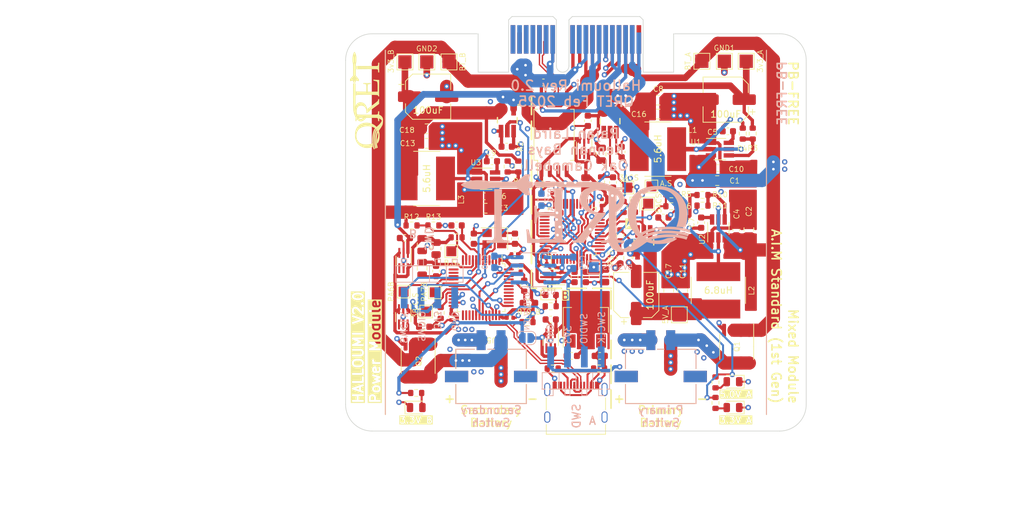
<source format=kicad_pcb>
(kicad_pcb (version 20221018) (generator pcbnew)
  (title_block (title "QRET 23-24 SRAD Power Module") (date "2024-03-20") (rev "V0.1.0") (company "Queen's Rocket Engineering Team") (comment 1 "Contributors: Oak Campbell, Kennan Bays"))
  (layers (0 "F.Cu" signal) (1 "In1.Cu" power) (2 "In2.Cu" power) (31 "B.Cu" signal) (34 "B.Paste" user) (35 "F.Paste" user) (36 "B.SilkS" user "B.Silkscreen") (37 "F.SilkS" user "F.Silkscreen") (38 "B.Mask" user) (39 "F.Mask" user) (44 "Edge.Cuts" user))
  (net 0 "")
  (net 1 "GND")
  (net 2 "BATT_A")
  (net 3 "BATT_B")
  (net 4 "GND2")
  (net 5 "3.3V_A")
  (net 6 "5.0V_A")
  (net 7 "3.3V_B")
  (net 16 "3.3V_A_Pre")
  (net 17 "5.0V_A_Pre")
  (net 22 "Net-(U1-SW)")
  (net 23 "Net-(U1-CB)")
  (net 24 "Net-(U2-SW)")
  (net 25 "Net-(U2-CB)")
  (net 26 "Net-(U3-SW)")
  (net 27 "Net-(U3-CB)")
  (net 28 "Net-(D1-A)")
  (net 29 "Net-(D2-A)")
  (net 30 "Net-(D3-A)")
  (net 31 "Net-(J1-Pad1)")
  (net 32 "Net-(J1-Pad2)")
  (net 33 "Net-(U3-FB)")
  (net 34 "Net-(U1-FB)")
  (net 35 "Net-(U2-FB)")
  (net 36 "3.3V_B_Pre")
  (net 42 "V_REGUSB_B")
  (net 43 "BATT_A_SENSE")
  (net 44 "BATT_B_SENSE")
  (net 45 "5.0V_A_SENSE")
  (net 46 "3.3V_B_CURR_SENSE")
  (net 47 "3.3V_A_CURR_SENSE")
  (net 48 "V_MUX_A")
  (net 51 "OSC_IN")
  (net 52 "OSC_OUT")
  (net 58 "TX_A")
  (net 59 "RX_A")
  (net 62 "V_MUX_B")
  (net 63 "3.3VA_A")
  (net 64 "3.3VA_B")
  (net 65 "V_SWD_B")
  (net 66 "V_SWD_A")
  (net 72 "Net-(D5-A)")
  (net 73 "5.0V_A_CURR_SENSE")
  (net 77 "Net-(J4-CC1)")
  (net 78 "USB_D+")
  (net 79 "USB_D-")
  (net 81 "TX_B")
  (net 82 "RX_B")
  (net 88 "Net-(J4-CC2)")
  (net 102 "DB_LED_A")
  (net 103 "DB_LED_B")
  (net 104 "STM_RESET_A")
  (net 105 "BOOT1_A")
  (net 106 "SWDIO_A")
  (net 107 "SWCLK_A")
  (net 108 "BOOT0_A")
  (net 109 "CAN_RX")
  (net 110 "CAN_TX")
  (net 111 "STM_RESET_B")
  (net 112 "BOOT1_B")
  (net 113 "SWDIO_B")
  (net 114 "SWCLK_B")
  (net 115 "BOOT0_B")
  (net 121 "3.3V_A_ACS_PWR")
  (net 122 "5.0V_A_ACS_PWR")
  (net 123 "3.3V_B_ACS_PWR")
  (net 126 "Net-(U5-PA7)")
  (net 127 "Net-(U5-PA6)")
  (net 130 "Net-(JP1-B)")
  (net 131 "CAN_-")
  (net 132 "CAN_+")
  (net 133 "Net-(D8-A)")
  (net 134 "Net-(J2-Pad2)")
  (net 135 "Net-(J2-Pad1)")
  (net 138 "Net-(U9-VI)")
  (footprint "Resistor_SMD:R_0603_1608Metric" (layer "F.Cu") (at 157.2 77.8 -90)
    (fp_text reference "R26" hide)
    (fp_text value "100k")
  )
  (footprint "Capacitor_SMD:C_0603_1608Metric" (layer "F.Cu") (at 142.1 84)
    (fp_text reference "C41" hide)
    (fp_text value "1uF")
  )
  (footprint "Capacitor_SMD:C_0603_1608Metric" (layer "F.Cu") (at 139.2 70.6 180)
    (fp_text reference "C39" hide)
    (fp_text value "1uF")
  )
  (footprint "Capacitor_SMD:C_0603_1608Metric" (layer "F.Cu") (at 161.2 82.9 180)
    (fp_text reference "C40" hide)
    (fp_text value "1uF")
  )
  (footprint "TestPoint:TestPoint_Pad_2.0x2.0mm" (layer "F.Cu") (at 184 43.9)
    (fp_text reference "TP1" hide)
    (fp_text value "BT_A")
  )
  (footprint "Resistor_SMD:R_0603_1608Metric" (layer "F.Cu") (at 179.4 64 180)
    (fp_text reference "R5")
    (fp_text value "30k")
  )
  (footprint "TestPoint:TestPoint_Pad_1.5x1.5mm" (layer "F.Cu") (at 175.9 65.4)
    (fp_text reference "TP13" hide)
    (fp_text value "5ACS")
  )
  (footprint "LED_SMD:LED_0603_1608Metric" (layer "F.Cu") (at 161.2 79.2)
    (fp_text reference "D8" hide)
    (fp_text value "DB_LED (YLW)")
  )
  (footprint "LED_SMD:LED_0805_2012Metric" (layer "F.Cu") (at 188.7 92.3 180)
    (fp_text reference "D2" hide)
    (fp_text value "5.0V_A PWR (RED)")
  )
  (footprint "TestPoint:TestPoint_Pad_2.0x2.0mm" (layer "F.Cu") (at 142.5 44)
    (fp_text reference "TP3" hide)
    (fp_text value "GND2")
  )
  (footprint "TestPoint:TestPoint_Pad_1.5x1.5mm" (layer "F.Cu") (at 172.775 62.975)
    (fp_text reference "TP12" hide)
    (fp_text value "3ACS")
  )
  (footprint "Capacitor_SMD:C_0603_1608Metric" (layer "F.Cu") (at 183.9 68.275 90)
    (fp_text reference "C7")
    (fp_text value "100nF")
  )
  (footprint "Capacitor_SMD:C_0402_1005Metric" (layer "F.Cu") (at 159.6 73.4 180)
    (fp_text reference "C26" hide)
    (fp_text value "100n")
  )
  (footprint "Capacitor_SMD:C_0402_1005Metric" (layer "F.Cu") (at 155.0625 82.65 180)
    (fp_text reference "C32" hide)
    (fp_text value "100n")
  )
  (footprint "footprints:APS12628LLHALTBAP_HandSolder" (layer "F.Cu") (at 175.25 71.25)
    (fp_text reference "U7" hide)
    (fp_text value "ACS37041KLHBLT-010B3" hide)
  )
  (footprint "LED_SMD:LED_0805_2012Metric" (layer "F.Cu") (at 188.7 96.2 180)
    (fp_text reference "D1" hide)
    (fp_text value "3.3V_A PWR (GRN)")
  )
  (footprint "Crystal:Crystal_SMD_3225-4Pin_3.2x2.5mm" (layer "F.Cu") (at 152.7 70.7 180)
    (fp_text reference "Y1" hide)
    (fp_text value "X322516MMB4SI")
  )
  (footprint "Package_SO:SOIC-8_3.9x4.9mm_P1.27mm" (layer "F.Cu") (at 141.2 89.1 -90)
    (fp_text reference "Q2")
    (fp_text value "AO4447A")
  )
  (footprint "Resistor_SMD:R_0603_1608Metric" (layer "F.Cu") (at 147 70.5 180)
    (fp_text reference "R21" hide)
    (fp_text value "10k")
  )
  (footprint "Capacitor_SMD:C_0603_1608Metric" (layer "F.Cu") (at 154.55 56.8 180)
    (fp_text reference "C46" hide)
    (fp_text value "0.1u")
  )
  (footprint "TestPoint:TestPoint_Pad_2.0x2.0mm" (layer "F.Cu") (at 139.2 44)
    (fp_text reference "TP7" hide)
    (fp_text value "3v3_B")
  )
  (footprint "Capacitor_SMD:C_0603_1608Metric" (layer "F.Cu") (at 168.6 88.4)
    (fp_text reference "C19" hide)
    (fp_text value "10uF")
  )
  (footprint "Resistor_SMD:R_0603_1608Metric" (layer "F.Cu") (at 143.5 68.7)
    (fp_text reference "R13")
    (fp_text value "10k")
  )
  (footprint "Resistor_SMD:R_0603_1608Metric" (layer "F.Cu") (at 184.100001 65.7 180)
    (fp_text reference "R11")
    (fp_text value "7.5k")
  )
  (footprint "Capacitor_SMD:C_0805_2012Metric" (layer "F.Cu") (at 177.425001 51.875001)
    (fp_text reference "C16")
    (fp_text value "22uF")
  )
  (footprint "Capacitor_SMD:C_0603_1608Metric" (layer "F.Cu") (at 166.8 52.9 -90)
    (fp_text reference "C42" hide)
    (fp_text value "1uF")
  )
  (footprint "Resistor_SMD:R_0603_1608Metric" (layer "F.Cu") (at 156.299999 59.800001 -90)
    (fp_text reference "R1")
    (fp_text value "100k")
  )
  (footprint "Resistor_SMD:R_0603_1608Metric" (layer "F.Cu") (at 159.8 64.8 -90)
    (fp_text reference "R23" hide)
    (fp_text value "100k")
  )
  (footprint "Capacitor_SMD:C_0603_1608Metric" (layer "F.Cu") (at 160 62.5 180)
    (fp_text reference "C21" hide)
    (fp_text value "0.1u")
  )
  (footprint "Capacitor_SMD:C_0402_1005Metric" (layer "F.Cu") (at 161.9 63.8 180)
    (fp_text reference "C29" hide)
    (fp_text value "100n")
  )
  (footprint "Capacitor_SMD:CP_Elec_6.3x5.9" (layer "F.Cu") (at 142.699999 49.250001)
    (fp_text reference "C15" hide)
    (fp_text value "100uF")
  )
  (footprint "Capacitor_SMD:CP_Elec_6.3x5.9" (layer "F.Cu") (at 187.6 49.7 180)
    (fp_text reference "C12" hide)
    (fp_text value "100uF")
  )
  (footprint "Resistor_SMD:R_0805_2012Metric" (layer "F.Cu") (at 143.9 72.1875 90)
    (fp_text reference "FB2" hide)
    (fp_text value "100R")
  )
  (footprint "TestPoint:TestPoint_Pad_2.0x2.0mm" (layer "F.Cu") (at 180.6 82.2)
    (fp_text reference "TP6" hide)
    (fp_text value "5V_A")
  )
  (footprint "Resistor_SMD:R_0805_2012Metric" (layer "F.Cu") (at 166.5 62.4 90)
    (fp_text reference "FB1" hide)
    (fp_text value "100R")
  )
  (footprint "Capacitor_SMD:C_0402_1005Metric" (layer "F.Cu") (at 146.2 82.5 90)
    (fp_text reference "C31" hide)
    (fp_text value "100n")
  )
  (footprint "Resistor_SMD:R_0603_1608Metric" (layer "F.Cu") (at 154.699999 59.800001 90)
    (fp_text reference "R2")
    (fp_text value "22k")
  )
  (footprint "Resistor_SMD:R_0603_1608Metric" (layer "F.Cu") (at 140.9 94)
    (fp_text reference "R9" hide)
    (fp_text value "3.3k")
  )
  (footprint "Capacitor_SMD:C_0603_1608Metric" (layer "F.Cu") (at 160.1 47.1 180)
    (fp_text reference "C22" hide)
    (fp_text value "0.1u")
  )
  (footprint "TestPoint:TestPoint_Pad_1.5x1.5mm" (layer "F.Cu") (at 146.2 72.6)
    (fp_text reference "TP10" hide)
    (fp_text value "B.S")
  )
  (footprint "Capacitor_SMD:C_0603_1608Metric" (layer "F.Cu") (at 186.425001 60.025002)
    (fp_text reference "C10")
    (fp_text value "100nF")
  )
  (footprint "TestPoint:TestPoint_Pad_2.0x2.0mm" (layer "F.Cu") (at 187.4 43.9)
    (fp_text reference "TP4" hide)
    (fp_text value "GND1")
  )
  (footprint "Resistor_SMD:R_0603_1608Metric" (layer "F.Cu") (at 190.175 54.825001 90)
    (fp_text reference "R4")
    (fp_text value "22k")
  )
  (footprint "Capacitor_SMD:C_0603_1608Metric" (layer "F.Cu") (at 166.5 76.5 -90)
    (fp_text reference "C33" hide)
    (fp_text value "10n")
  )
  (footprint "Package_QFP:LQFP-48_7x7mm_P0.5mm" (layer "F.Cu") (at 164.4375 69.6 90)
    (fp_text reference "U4" hide)
    (fp_text value "STM32F103C8Tx")
  )
  (footprint "Capacitor_SMD:C_0603_1608Metric" (layer "F.Cu") (at 155.8 70.7 -90)
    (fp_text reference "C23" hide)
    (fp_text value "10p")
  )
  (footprint "Capacitor_SMD:C_0805_2012Metric" (layer "F.Cu") (at 177.425002 49.775003)
    (fp_text reference "C8")
    (fp_text value "22uF")
  )
  (footprint "TestPoint:TestPoint_Pad_1.5x1.5mm" (layer "F.Cu") (at 139 78.7)
    (fp_text reference "TP17" hide)
    (fp_text value "PA6B")
  )
  (footprint "Capacitor_SMD:CP_Elec_6.3x5.9" (layer "F.Cu") (at 174.1 79.2 90)
    (fp_text reference "C14" hide)
    (fp_text value "100uF")
  )
  (footprint "Capacitor_SMD:C_0603_1608Metric" (layer "F.Cu") (at 149.6 70.7 90)
    (fp_text reference "C24" hide)
    (fp_text value "10p")
  )
  (footprint "Capacitor_SMD:C_0805_2012Metric" (layer "F.Cu") (at 191.1 69.3 90)
    (fp_text reference "C2")
    (fp_text value "4.7uF")
  )
  (footprint "Capacitor_SMD:C_0805_2012Metric" (layer "F.Cu") (at 141.8 75.2 -90)
    (fp_text reference "C37" hide)
    (fp_text value "1uF")
  )
  (footprint "LMR66100:SC-70-6_Handsoldering" (layer "F.Cu") (at 139 74 -90)
    (fp_text reference "U11" hide)
    (fp_text value "LM66100DCKR")
  )
  (footprint "Resistor_SMD:R_0603_1608Metric" (layer "F.Cu") (at 191.675001 54.824999 -90)
    (fp_text reference "R3")
    (fp_text value "100k")
  )
  (footprint "Capacitor_SMD:C_0603_1608Metric" (layer "F.Cu") (at 164.8 76.5 90)
    (fp_text reference "C43" hide)
    (fp_text value "1uF")
  )
  (footprint "Resistor_SMD:R_0603_1608Metric" (layer "F.Cu") (at 168.5 90.3)
    (fp_text reference "R18" hide)
    (fp_text value "5.1k")
  )
  (footprint "Capacitor_SMD:C_0603_1608Metric" (layer "F.Cu") (at 151.174999 64.300001)
    (fp_text reference "C6")
    (fp_text value "100nF")
  )
  (footprint "Inductor_SMD:L_Bourns_SRN8040TA" (layer "F.Cu") (at 186.500001 78.5 -90)
    (fp_text reference "L2")
    (fp_text value "6.8uH")
  )
  (footprint "Capacitor_SMD:C_0603_1608Metric" (layer "F.Cu") (at 178.2 67.5)
    (fp_text reference "C45" hide)
    (fp_text value "0.1u")
  )
  (footprint "LMR66100:SC-70-6_Handsoldering" (layer "F.Cu") (at 138.95 82.5 -90)
    (fp_text reference "U13" hide)
    (fp_text value "LM66100DCKR")
  )
  (footprint "Capacitor_SMD:C_0805_2012Metric" (layer "F.Cu") (at 169.3 76.3 -90)
    (fp_text reference "C34" hide)
    (fp_text value "1uF")
  )
  (footprint "Resistor_SMD:R_0603_1608Metric" (layer "F.Cu") (at 157.7 83.3 180)
    (fp_text reference "R16" hide)
    (fp_text value "1.5k")
  )
  (footprint "Capacitor_SMD:C_0402_1005Metric" (layer "F.Cu") (at 168.9 65.22 -90)
    (fp_text reference "C28" hide)
    (fp_text value "100n")
  )
  (footprint "Resistor_SMD:R_0603_1608Metric" (layer "F.Cu") (at 168.8 62.2 -90)
    (fp_text reference "R22" hide)
    (fp_text value "10k")
  )
  (footprint "Package_TO_SOT_SMD:SOT-23-6_Handsoldering" (layer "F.Cu") (at 186.499999 69.15 90)
    (fp_text reference "U2")
    (fp_text value "LMR51430XDDCR")
  )
  (footprint "ISO1042:SOIC-8 ISO1042BDWV" (layer "F.Cu") (at 161.7 55 90)
    (fp_text reference "U10" hide)
    (fp_text value "ISO1042BDWVR")
  )
  (footprint "Resistor_SMD:R_0603_1608Metric" (layer "F.Cu") (at 140.2 68.7)
    (fp_text reference "R12")
    (fp_text value "30k")
  )
  (footprint "Capacitor_SMD:C_0603_1608Metric" (layer "F.Cu") (at 164.375 88.4 180)
    (fp_text reference "C20" hide)
    (fp_text value "10uF")
  )
  (footprint "Capacitor_SMD:C_0805_2012Metric" (layer "F.Cu") (at 142.499999 56.300001)
    (fp_text reference "C13")
    (fp_text value "22uF")
  )
  (footprint "Capacitor_SMD:C_0805_2012Metric" (layer "F.Cu") (at 181.099999 78.500001 90)
    (fp_text reference "C11")
    (fp_text value "22uF")
  )
  (footprint "TestPoint:TestPoint_Pad_1.5x1.5mm" (layer "F.Cu") (at 143.7 78.8)
    (fp_text reference "TP16" hide)
    (fp_text value "PA7B")
  )
  (footprint "LMR66100:SC-70-6_Handsoldering" (layer "F.Cu") (at 161.5 76.5 180)
    (fp_text reference "U15" hide)
    (fp_text value "LM66100DCKR")
  )
  (footprint "Resistor_SMD:R_0603_1608Metric" (layer "F.Cu") (at 144.6 81.9 90)
    (fp_text reference "R28" hide)
    (fp_text value "100k")
  )
  (footprint "Resistor_SMD:R_0603_1608Metric" (layer "F.Cu") (at 171.7 70.2 -90)
    (fp_text reference "R14")
    (fp_text value "30k")
  )
  (footprint "LED_SMD:LED_0805_2012Metric" (layer "F.Cu") (at 140.9 96.2)
    (fp_text reference "D3" hide)
    (fp_text value "3.3V_B PWR (GRN)")
  )
  (footprint "Package_TO_SOT_SMD:SOT-223-3_TabPin2" (layer "F.Cu") (at 166.5 83 90)
    (fp_text reference "U9" hide)
    (fp_text value "AMS1117-3.3")
  )
  (footprint "Resistor_SMD:R_0603_1608Metric" (layer "F.Cu") (at 179.4 65.8)
    (fp_text reference "R6")
    (fp_text value "10k")
  )
  (footprint "footprints:CONN_2-1445057-2_TYCO" (layer "F.Cu") (at 179.3 86.0249 180)
    (fp_text reference "J3" hide)
    (fp_text value "Battery A")
  )
  (footprint "Capacitor_SMD:C_0805_2012Metric" (layer "F.Cu") (at 168.8 57.95 90)
    (fp_text reference "C35" hide)
    (fp_text value "1uF")
  )
  (footprint "footprints:APS12628LLHALTBAP_HandSolder" (layer "F.Cu") (at 170.15 52.95 180)
    (fp_text reference "U6" hide)
    (fp_text value "ACS37041KLHBLT-010B3" hide)
  )
  (footprint "Capacitor_SMD:C_0603_1608Metric" (layer "F.Cu") (at 147 68.7 180)
    (fp_text reference "C47" hide)
    (fp_text value "100nF")
  )
  (footprint "Resistor_SMD:R_0603_1608Metric" (layer "F.Cu") (at 171.7 73.6 -90)
    (fp_text reference "R15")
    (fp_text value "30k")
  )
  (footprint "LMR66100:SC-70-6_Handsoldering" (layer "F.Cu") (at 166.25 56.75 -90)
    (fp_text reference "U14" hide)
    (fp_text value "LM66100DCKR")
  )
  (footprint "Resistor_SMD:R_0603_1608Metric" (layer "F.Cu") (at 161.2 80.9 180)
    (fp_text reference "R20" hide)
    (fp_text value "680R")
  )
  (footprint "Resistor_SMD:R_0603_1608Metric" (layer "F.Cu") (at 161.5 90.3 180)
    (fp_text reference "R17" hide)
    (fp_text value "5.1k")
  )
  (footprint "Capacitor_SMD:C_0603_1608Metric" (layer "F.Cu") (at 189.199999 69.4 90)
    (fp_text reference "C4")
    (fp_text value "100nF")
  )
  (footprint "Resistor_SMD:R_0603_1608Metric_Pad0.98x0.95mm_HandSolder" (layer "F.Cu") (at 157.9125 80.4 180)
    (fp_text reference "R27" hide)
    (fp_text value "BT0_B")
  )
  (footprint "LMR66100:SC-70-6_Handsoldering" (layer "F.Cu") (at 161.2 86.1 -90)
    (fp_text reference "U12" hide)
    (fp_text value "LM66100DCKR")
  )
  (footprint "TestPoint:TestPoint_Pad_2.0x2.0mm" (layer "F.Cu") (at 145.85 44)
    (fp_text reference "TP2" hide)
    (fp_text value "BT_B")
  )
  (footprint "Package_QFP:LQFP-48_7x7mm_P0.5mm" (layer "F.Cu") (at 150.7 78.1 -90)
    (fp_text reference "U5" hide)
    (fp_text value "STM32F103C8Tx")
  )
  (footprint "Capacitor_SMD:C_0805_2012Metric" (layer "F.Cu") (at 179 78.5 90)
    (fp_text reference "C17")
    (fp_text value "22uF")
  )
  (footprint "Resistor_SMD:R_0603_1608Metric" (layer "F.Cu") (at 184.1 64.1)
    (fp_text reference "R10")
    (fp_text value "56k")
  )
  (footprint "Capacitor_SMD:C_0603_1608Metric" (layer "F.Cu") (at 152.324999 59.000001)
    (fp_text reference "C9")
    (fp_text value "100nF")
  )
  (footprint "Capacitor_SMD:C_0603_1608Metric" (layer "F.Cu") (at 171.9 57.6 90)
    (fp_text reference "C44" hide)
    (fp_text value "0.1u")
  )
  (footprint "footprints:CONN_2-1445057-2_TYCO" (layer "F.Cu") (at 153.7 86.0249 180)
    (fp_text reference "J5")
    (fp_text value "Battery B")
  )
  (footprint "LED_SMD:LED_0603_1608Metric" (layer "F.Cu") (at 173.9 65.9 -90)
    (fp_text reference "D5" hide)
    (fp_text value "DB_LED (YLW)")
  )
  (footprint "Package_TO_SOT_SMD:SOT-23-6_Handsoldering" (layer "F.Cu") (at 186.725001 57.175001)
    (fp_text reference "U1")
    (fp_text value "LMR51430XDDCR")
  )
  (footprint "Resistor_SMD:R_0603_1608Metric" (layer "F.Cu") (at 186.0625 95.5 -90)
    (fp_text reference "R7" hide)
    (fp_text value "3.3k")
  )
  (footprint "footprints:APS12628LLHALTBAP_HandSolder" (layer "F.Cu") (at 154.649999 52.8 180)
    (fp_text reference "U8" hide)
    (fp_text value "ACS37041KLHBLT-010B3" hide)
  )
  (footprint "Capacitor_SMD:C_0805_2012Metric" (layer "F.Cu") (at 141.8 71.6 -90)
    (fp_text reference "C38" hide)
    (fp_text value "1uF")
  )
  (footprint "TestPoint:TestPoint_Pad_2.0x2.0mm" (layer "F.Cu") (at 190.7 43.9)
    (fp_text reference "TP5" hide)
    (fp_text value "3v3_A")
  )
  (footprint "TestPoint:TestPoint_Pad_1.5x1.5mm" (layer "F.Cu") (at 176.4 62.8)
    (fp_text reference "TP9" hide)
    (fp_text value "A.S")
  )
  (footprint "footprints:USB_C_DB-108PWB" (layer "F.Cu") (at 165 95.4)
    (fp_text reference "J4" hide)
    (fp_text value "USB_C_Female_USB2_Small")
  )
  (footprint "Capacitor_SMD:C_0805_2012Metric" (layer "F.Cu") (at 142.499999 54.100001)
    (fp_text reference "C18")
    (fp_text value "22uF")
  )
  (footprint "Resistor_SMD:R_0603_1608Metric" (layer "F.Cu") (at 170.6 66.3 -90)
    (fp_text reference "R25" hide)
    (fp_text value "100k")
  )
  (footprint "Capacitor_SMD:C_0603_1608Metric" (layer "F.Cu") (at 187.925 54.475)
    (fp_text reference "C5")
    (fp_text value "100nF")
  )
  (footprint "Capacitor_SMD:C_0603_1608Metric" (layer "F.Cu") (at 143.9 75.5875 -90)
    (fp_text reference "C36" hide)
    (fp_text value "10n")
  )
  (footprint "Package_SO:SOIC-8_3.9x4.9mm_P1.27mm" (layer "F.Cu") (at 189.2625 87 -90)
    (fp_text reference "Q1")
    (fp_text value "AO4447A")
  )
  (footprint "Capacitor_SMD:C_0805_2012Metric" (layer "F.Cu") (at 151.349999 66.100002)
    (fp_text reference "C3")
    (fp_text value "4.7uF")
  )
  (footprint "Capacitor_SMD:C_0603_1608Metric" (layer "F.Cu") (at 170.6 62.2 -90)
    (fp_text reference "C48" hide)
    (fp_text value "100nF")
  )
  (footprint "Inductor_SMD:L_Bourns_SRN8040TA" (layer "F.Cu") (at 142.5 61.6 180)
    (fp_text reference "L3")
    (fp_text value "5.6uH")
  )
  (footprint "Connector_PCBEdge:BUS_PCIexpress_x1" (layer "F.Cu") (at 174.5 40.6 180)
    (fp_text reference "J6" hide)
    (fp_text value "Stack Male Edge Connector")
    (fp_line (start -0.65 -4.95) (end -0.65 2.95) (stroke (width 0.1)) (layer "Edge.Cuts"))
    (fp_line (start -0.65 2.95) (end -0.15 3.45) (stroke (width 0.1)) (layer "Edge.Cuts"))
    (fp_line (start -0.15 3.45) (end 10.05 3.45) (stroke (width 0.1)) (layer "Edge.Cuts"))
    (fp_line (start 10.55 -4) (end 10.55 2.95) (stroke (width 0.1)) (layer "Edge.Cuts"))
    (fp_line (start 10.55 2.95) (end 10.05 3.45) (stroke (width 0.1)) (layer "Edge.Cuts"))
    (fp_line (start 12.45 -4) (end 12.45 2.95) (stroke (width 0.1)) (layer "Edge.Cuts"))
    (fp_line (start 12.45 2.95) (end 12.95 3.45) (stroke (width 0.1)) (layer "Edge.Cuts"))
    (fp_line (start 12.95 3.45) (end 19.15 3.45) (stroke (width 0.1)) (layer "Edge.Cuts"))
    (fp_line (start 19.65 -4.95) (end 19.65 2.95) (stroke (width 0.1)) (layer "Edge.Cuts"))
    (fp_line (start 19.65 2.95) (end 19.15 3.45) (stroke (width 0.1)) (layer "Edge.Cuts"))
    (fp_arc (start 10.55 -4) (mid 11.5 -4.95) (end 12.45 -4) (stroke (width 0.1)) (layer "Edge.Cuts"))
  )
  (footprint "Resistor_SMD:R_0603_1608Metric" (layer "F.Cu") (at 186.0625 92.4 -90)
    (fp_text reference "R8" hide)
    (fp_text value "2.4k")
  )
  (footprint "TestPoint:TestPoint_Pad_1.5x1.5mm" (layer "F.Cu") (at 142.4 81.7)
    (fp_text reference "TP11" hide)
    (fp_text value "3B.C.S")
  )
  (footprint "Package_TO_SOT_SMD:SOT-23-6_Handsoldering" (layer "F.Cu") (at 151.449999 61.650002)
    (fp_text reference "U3")
    (fp_text value "LMR51430XDDCR")
  )
  (footprint "Inductor_SMD:L_Bourns_SRN8040TA" (layer "F.Cu") (at 177.374999 57.175002 180)
    (fp_text reference "L1")
    (fp_text value "5.6uH")
  )
  (footprint "Capacitor_SMD:C_0402_1005Metric" (layer "F.Cu") (at 160.12 74.5 180)
    (fp_text reference "C27" hide)
    (fp_text value "100n")
  )
  (footprint "Capacitor_SMD:C_0805_2012Metric" (layer "F.Cu") (at 186.325002 61.925002)
    (fp_text reference "C1")
    (fp_text value "4.7uF")
  )
  (footprint "Capacitor_SMD:C_0402_1005Metric" (layer "F.Cu") (at 155.7625 73.05 180)
    (fp_text reference "C25" hide)
    (fp_text value "100n")
  )
  (footprint "Resistor_SMD:R_0603_1608Metric" (layer "F.Cu") (at 172.200001 65.899999 -90)
    (fp_text reference "R19" hide)
    (fp_text value "680R")
  )
  (footprint "Capacitor_SMD:C_0402_1005Metric" (layer "F.Cu") (at 156.6625 75.15 90)
    (fp_text reference "C30" hide)
    (fp_text value "100n")
  )
  (footprint "Capacitor_SMD:C_0603_1608Metric_Pad1.08x0.95mm_HandSolder" (layer "B.Cu") (at 164.6 74.3375 90)
    (fp_text reference "C49")
    (fp_text value "0.1u")
  )
  (footprint "footprints:CONN_2-1445057-2_TYCO" (layer "B.Cu") (at 176.3 86.0249)
    (fp_text reference "J2" hide)
    (fp_text value "ScrewSwitch A")
  )
  (footprint "SWD_Header:SWD_PinHeader_1x04_P2.54mm_Horizontal_SMD" (layer "B.Cu") (at 161.19 88.58 -90)
    (fp_text reference "J8" hide)
    (fp_text value "SWD_B")
  )
  (footprint "Package_SO:SOIC-8_3.9x4.9mm_P1.27mm" (layer "B.Cu") (at 158.6 75.4 180)
    (fp_text reference "U16")
    (fp_text value "SCM3721ASA")
  )
  (footprint "footprints:CONN_2-1445057-2_TYCO" (layer "B.Cu") (at 150.7 86.0249)
    (fp_text reference "J1" hide)
    (fp_text value "ScrewSwitch B")
  )
  (footprint "TestPoint:TestPoint_Pad_1.5x1.5mm" (layer "B.Cu") (at 167.7 75)
    (fp_text reference "TP8" hide)
    (fp_text value "5VSENS")
  )
  (footprint "Jumper:SolderJumper-2_P1.3mm_Open_RoundedPad1.0x1.5mm" (layer "B.Cu") (at 157.55 85.7)
    (fp_text reference "JP1" hide)
    (fp_text value "USB_V_EN")
  )
  (footprint "SWD_Header:SWD_PinHeader_1x04_P2.54mm_Horizontal_SMD" (layer "B.Cu") (at 146.71 79.62 90)
    (fp_text reference "J7" hide)
    (fp_text value "SWD_B")
  )
  (footprint "Resistor_SMD:R_0603_1608Metric_Pad0.98x0.95mm_HandSolder" (layer "B.Cu") (at 159.8 64.8 -90)
    (fp_text reference "R24" hide)
    (fp_text value "BT0_A")
  )
  (footprint "Capacitor_SMD:C_0603_1608Metric_Pad1.08x0.95mm_HandSolder" (layer "B.Cu") (at 152.7 74.2 -90)
    (fp_text reference "C50")
    (fp_text value "0.1u")
  )
  (gr_line (start 193.75 42.25) (end 193.75 97.25) (stroke (width 0.15)) (layer "B.SilkS"))
  (gr_poly locked (pts (xy 152.894937 63.205214) (xy 152.871891 63.205335) (xy 152.850801 63.20553) (xy 152.831574 63.205807) (xy 152.814107 63.20617) (xy 152.798303 63.206623) (xy 152.78406 63.207169) (xy 152.771282 63.207815) (xy 152.759866 63.208564) (xy 152.749719 63.209421) (xy 152.740735 63.210394) (xy 152.732817 63.211482) (xy 152.725868 63.212693) (xy 152.719788 63.214032) (xy 152.717041 63.214751) (xy 152.714475 63.215501) (xy 152.712075 63.216287) (xy 152.70983 63.21711) (xy 152.70773 63.217965) (xy 152.705759 63.218857) (xy 152.703907 63.219785) (xy 152.70216 63.220753) (xy 152.698931 63.222796) (xy 152.695975 63.224996) (xy 152.693193 63.227354) (xy 152.690485 63.229877) (xy 152.687753 63.232567) (xy 152.677988 63.243759) (xy 152.674069 63.250763) (xy 152.670751 63.259908) (xy 152.668006 63.272097) (xy 152.665799 63.288231) (xy 152.662881 63.335932) (xy 152.66175 63.410225) (xy 152.662154 63.518319) (xy 152.666584 63.864747) (xy 152.682459 67.483013) (xy 152.675053 70.281069) (xy 152.670321 70.353254) (xy 152.66505 70.41922) (xy 152.659131 70.47929) (xy 152.652453 70.533791) (xy 152.648795 70.559053) (xy 152.644904 70.583049) (xy 152.640773 70.605815) (xy 152.636382 70.627393) (xy 152.631718 70.647822) (xy 152.626771 70.667147) (xy 152.621522 70.685405) (xy 152.615963 70.702638) (xy 152.610074 70.718888) (xy 152.603846 70.734193) (xy 152.597265 70.748598) (xy 152.590316 70.762142) (xy 152.582988 70.774865) (xy 152.575261 70.786806) (xy 152.567126 70.79801) (xy 152.558571 70.808516) (xy 152.549576 70.818365) (xy 152.540135 70.827597) (xy 152.530229 70.836251) (xy 152.519844 70.844371) (xy 152.508971 70.852) (xy 152.497591 70.859173) (xy 152.485693 70.865933) (xy 152.473267 70.872324) (xy 152.446526 70.884209) (xy 152.416186 70.895512) (xy 152.382448 70.906205) (xy 152.345515 70.916267) (xy 152.305588 70.925675) (xy 152.262871 70.93441) (xy 152.169875 70.949759) (xy 152.068147 70.962131) (xy 151.959311 70.971344) (xy 151.844983 70.977218) (xy 151.726786 70.979568) (xy 151.705891 70.979622) (xy 151.687029 70.979804) (xy 151.670049 70.980136) (xy 151.654797 70.980649) (xy 151.641124 70.981367) (xy 151.628881 70.982322) (xy 151.617916 70.983534) (xy 151.608076 70.985036) (xy 151.60353 70.985904) (xy 151.599212 70.986853) (xy 151.595098 70.987886) (xy 151.591172 70.989007) (xy 151.587415 70.990224) (xy 151.583808 70.991534) (xy 151.580332 70.992942) (xy 151.576966 70.994451) (xy 151.573692 70.996068) (xy 151.570495 70.997792) (xy 151.567353 70.999629) (xy 151.564245 71.001581) (xy 151.558067 71.005846) (xy 151.551807 71.010613) (xy 151.539244 71.02074) (xy 151.534181 71.02544) (xy 151.529871 71.030237) (xy 151.526262 71.035381) (xy 151.523309 71.041125) (xy 151.520963 71.047717) (xy 151.519177 71.055416) (xy 151.517904 71.06447) (xy 151.517095 71.075134) (xy 151.516705 71.087655) (xy 151.516684 71.102292) (xy 151.517564 71.138909) (xy 151.519351 71.187002) (xy 151.520151 71.209618) (xy 151.520986 71.229945) (xy 151.521892 71.248141) (xy 151.522902 71.264371) (xy 151.524054 71.278787) (xy 151.525381 71.291556) (xy 151.526122 71.297368) (xy 151.526919 71.302827) (xy 151.527776 71.307954) (xy 151.528704 71.312768) (xy 151.529699 71.317288) (xy 151.530767 71.321532) (xy 151.531917 71.325526) (xy 151.533149 71.329285) (xy 151.534469 71.33283) (xy 151.535882 71.336179) (xy 151.53739 71.339356) (xy 151.538999 71.342379) (xy 151.540715 71.345267) (xy 151.542542 71.348041) (xy 151.54448 71.350717) (xy 151.546538 71.353322) (xy 151.548719 71.355872) (xy 151.551027 71.358387) (xy 151.556044 71.363392) (xy 151.561341 71.368617) (xy 151.566214 71.373199) (xy 151.570804 71.377147) (xy 151.575248 71.380479) (xy 151.579681 71.383206) (xy 151.584244 71.385344) (xy 151.589079 71.386907) (xy 151.594319 71.387909) (xy 151.600105 71.388367) (xy 151.606574 71.388292) (xy 151.613867 71.387701) (xy 151.622121 71.386607) (xy 151.631477 71.385028) (xy 151.642067 71.382974) (xy 151.667518 71.377503) (xy 151.778516 71.366359) (xy 151.988501 71.355563) (xy 152.596029 71.337462) (xy 153.271293 71.328091) (xy 153.565944 71.328209) (xy 153.795473 71.332346) (xy 154.1987 71.34293) (xy 154.402693 71.347032) (xy 154.574407 71.349281) (xy 154.715332 71.351247) (xy 154.771518 71.351654) (xy 154.819148 71.351265) (xy 154.858937 71.349765) (xy 154.876118 71.348505) (xy 154.891609 71.346849) (xy 154.9055 71.344762) (xy 154.917881 71.342202) (xy 154.928842 71.339136) (xy 154.938474 71.335522) (xy 154.946864 71.331321) (xy 154.954105 71.326491) (xy 154.960286 71.320999) (xy 154.965494 71.314802) (xy 154.969821 71.307864) (xy 154.973361 71.300143) (xy 154.976198 71.291604) (xy 154.978425 71.282208) (xy 154.980131 71.271914) (xy 154.981408 71.260684) (xy 154.983023 71.23526) (xy 154.985039 71.171479) (xy 154.985994 71.150186) (xy 154.98673 71.131168) (xy 154.987222 71.114262) (xy 154.987444 71.099293) (xy 154.98738 71.086091) (xy 154.987231 71.080105) (xy 154.987002 71.074495) (xy 154.986688 71.06924) (xy 154.986288 71.064325) (xy 154.985801 71.059723) (xy 154.985219 71.055415) (xy 154.984541 71.05138) (xy 154.983767 71.047598) (xy 154.982894 71.044047) (xy 154.981916 71.040703) (xy 154.980827 71.037548) (xy 154.979635 71.034563) (xy 154.978328 71.031718) (xy 154.976906 71.029001) (xy 154.975366 71.026388) (xy 154.973707 71.023855) (xy 154.971924 71.021383) (xy 154.970011 71.018953) (xy 154.967975 71.016541) (xy 154.965803 71.014125) (xy 154.961053 71.009203) (xy 154.956556 71.004915) (xy 154.951997 71.001043) (xy 154.947282 70.99756) (xy 154.942312 70.994452) (xy 154.936995 70.991698) (xy 154.931239 70.989282) (xy 154.924943 70.987186) (xy 154.918014 70.985391) (xy 154.910358 70.983873) (xy 154.90188 70.982619) (xy 154.892483 70.981609) (xy 154.882076 70.980826) (xy 154.870556 70.980248) (xy 154.857838 70.979858) (xy 154.82841 70.979568) (xy 154.764794 70.978431) (xy 154.690694 70.975226) (xy 154.60978 70.970266) (xy 154.525725 70.963871) (xy 154.4422 70.956347) (xy 154.362874 70.948018) (xy 154.29142 70.93919) (xy 154.23151 70.930181) (xy 154.192865 70.922543) (xy 154.156772 70.913872) (xy 154.12314 70.904089) (xy 154.091875 70.893117) (xy 154.0771 70.88716) (xy 154.062884 70.88088) (xy 154.049211 70.874261) (xy 154.036071 70.867298) (xy 154.023455 70.859984) (xy 154.011349 70.852303) (xy 153.999741 70.84425) (xy 153.98862 70.83581) (xy 153.977976 70.826981) (xy 153.967794 70.817749) (xy 153.958065 70.808104) (xy 153.948777 70.798039) (xy 153.939915 70.787545) (xy 153.931474 70.776608) (xy 153.923437 70.76522) (xy 153.915794 70.753372) (xy 153.908534 70.741056) (xy 153.901644 70.728262) (xy 153.895113 70.714978) (xy 153.88893 70.701196) (xy 153.877562 70.672103) (xy 153.867442 70.640904) (xy 153.856296 70.581655) (xy 153.846254 70.486276) (xy 153.837501 70.359245) (xy 153.830225 70.205045) (xy 153.824598 70.028157) (xy 153.820809 69.833064) (xy 153.819462 69.40618) (xy 153.819816 69.163226) (xy 153.816995 68.846851) (xy 153.811526 68.497932) (xy 153.803942 68.157347) (xy 153.794353 67.74442) (xy 153.790714 67.422511) (xy 153.792633 67.138172) (xy 153.799707 66.837957) (xy 153.806522 66.5758) (xy 153.811879 66.258343) (xy 153.815384 65.925542) (xy 153.816641 65.617346) (xy 153.821405 64.887801) (xy 153.833576 64.094756) (xy 153.839109 63.820471) (xy 153.84124 63.709142) (xy 153.842924 63.613393) (xy 153.843595 63.570975) (xy 153.844144 63.531994) (xy 153.844577 63.496296) (xy 153.844888 63.463727) (xy 153.845071 63.434134) (xy 153.845131 63.407363) (xy 153.845063 63.383266) (xy 153.844866 63.361686) (xy 153.844534 63.342469) (xy 153.844066 63.325466) (xy 153.843465 63.310518) (xy 153.842725 63.29748) (xy 153.842302 63.291626) (xy 153.841845 63.286191) (xy 153.841351 63.281159) (xy 153.84082 63.276506) (xy 153.840256 63.272214) (xy 153.839652 63.268266) (xy 153.839013 63.26464) (xy 153.838338 63.261321) (xy 153.837625 63.258284) (xy 153.836875 63.255515) (xy 153.836085 63.252991) (xy 153.835259 63.250699) (xy 153.834396 63.248612) (xy 153.833491 63.246715) (xy 153.83255 63.244991) (xy 153.83157 63.243418) (xy 153.830548 63.241973) (xy 153.829488 63.240646) (xy 153.82839 63.23941) (xy 153.827248 63.238251) (xy 153.82485 63.236079) (xy 153.822288 63.23398) (xy 153.816894 63.23047) (xy 153.809891 63.227331) (xy 153.789016 63.222052) (xy 153.755535 63.21793) (xy 153.70534 63.214752) (xy 153.634308 63.212305) (xy 153.538323 63.210367) (xy 153.255017 63.207168) (xy 153.079931 63.205829) (xy 153.008707 63.205403) (xy 152.947308 63.205184)) (fill solid) (layer "B.SilkS"))
  (gr_line (start 136.25 42.25) (end 136.25 97.25) (stroke (width 0.15)) (layer "B.SilkS"))
  (gr_poly locked (pts (xy 157.657403 60.974982) (xy 157.592973 60.97554) (xy 157.533604 60.976429) (xy 157.48077 60.977614) (xy 157.435936 60.979062) (xy 157.400579 60.980745) (xy 157.376168 60.982624) (xy 157.368527 60.983627) (xy 157.364174 60.98467) (xy 157.347398 60.996745) (xy 157.308283 61.028348) (xy 157.173145 61.141477) (xy 156.979008 61.306733) (xy 156.746111 61.506779) (xy 156.510719 61.709163) (xy 156.309723 61.879137) (xy 156.228736 61.94647) (xy 156.164289 61.999105) (xy 156.119023 62.034835) (xy 156.10441 62.045674) (xy 156.095587 62.051469) (xy 156.039142 62.082513) (xy 154.141197 62.078279) (xy 153.366497 62.076031) (xy 152.741023 62.07193) (xy 152.310809 62.066769) (xy 152.183313 62.064041) (xy 152.121896 62.061347) (xy 152.041993 62.048669) (xy 151.915522 62.025541) (xy 151.759947 61.995266) (xy 151.592731 61.961158) (xy 151.184921 61.875079) (xy 150.606365 61.860968) (xy 150.295191 61.854971) (xy 150.179845 61.853924) (xy 150.08337 61.854265) (xy 149.999792 61.856063) (xy 149.923143 61.85938) (xy 149.847454 61.864285) (xy 149.766752 61.870846) (xy 149.542277 61.894953) (xy 149.314227 61.927444) (xy 149.087104 61.967311) (xy 148.865407 62.013546) (xy 148.653629 62.065136) (xy 148.456272 62.121077) (xy 148.364408 62.15036) (xy 148.277833 62.180357) (xy 148.197111 62.210935) (xy 148.122808 62.241968) (xy 148.078433 62.261906) (xy 148.034432 62.282933) (xy 147.991149 62.304815) (xy 147.948932 62.327317) (xy 147.908119 62.35021) (xy 147.869057 62.373259) (xy 147.832084 62.39623) (xy 147.797546 62.418886) (xy 147.765788 62.440998) (xy 147.737151 62.462331) (xy 147.711979 62.482649) (xy 147.690613 62.501723) (xy 147.681463 62.510719) (xy 147.673396 62.519314) (xy 147.666452 62.527486) (xy 147.660675 62.535197) (xy 147.656107 62.542419) (xy 147.652791 62.549128) (xy 147.650769 62.55529) (xy 147.650087 62.560881) (xy 147.65036 62.569336) (xy 147.651286 62.577346) (xy 147.653017 62.585054) (xy 147.655708 62.592607) (xy 147.659518 62.600152) (xy 147.664597 62.607836) (xy 147.671103 62.615805) (xy 147.679191 62.624203) (xy 147.689016 62.633183) (xy 147.700731 62.642886) (xy 147.714491 62.653464) (xy 147.730454 62.66506) (xy 147.769604 62.691894) (xy 147.81942 62.724568) (xy 147.883213 62.765095) (xy 147.947718 62.80364) (xy 148.01311 62.840276) (xy 148.079571 62.875071) (xy 148.147281 62.9081) (xy 148.21642 62.939427) (xy 148.287165 62.969125) (xy 148.359698 62.997267) (xy 148.4342 63.023917) (xy 148.510849 63.049151) (xy 148.589827 63.073038) (xy 148.671312 63.095646) (xy 148.755483 63.117047) (xy 148.842523 63.137313) (xy 149.02592 63.174713) (xy 149.179495 63.202059) (xy 149.320554 63.223087) (xy 149.460123 63.238362) (xy 149.609236 63.248443) (xy 149.77892 63.253895) (xy 149.980205 63.25528) (xy 150.22412 63.253156) (xy 150.521698 63.248091) (xy 151.227255 63.235393) (xy 151.612488 63.149313) (xy 151.77042 63.115224) (xy 151.916051 63.085106) (xy 152.033374 63.062398) (xy 152.076414 63.054896) (xy 152.106376 63.050536) (xy 152.289046 63.044494) (xy 152.712623 63.039247) (xy 154.120031 63.032192) (xy 156.025031 63.027957) (xy 156.102642 63.064648) (xy 156.129393 63.080681) (xy 156.170596 63.109845) (xy 156.226416 63.152305) (xy 156.297023 63.208227) (xy 156.483246 63.361113) (xy 156.730584 63.569824) (xy 156.948934 63.75565) (xy 157.137515 63.914488) (xy 157.276091 64.029406) (xy 157.320301 64.065104) (xy 157.34442 64.083468) (xy 157.40792 64.128624) (xy 157.704254 64.13568) (xy 157.759072 64.136848) (xy 157.808368 64.137679) (xy 157.852437 64.138142) (xy 157.891577 64.138195) (xy 157.926089 64.137799) (xy 157.941702 64.137422) (xy 157.956267 64.13692) (xy 157.969826 64.136288) (xy 157.982411 64.135518) (xy 157.994063 64.134613) (xy 158.004818 64.133564) (xy 158.014713 64.132364) (xy 158.023786 64.13101) (xy 158.032071 64.129499) (xy 158.039612 64.127825) (xy 158.046437 64.125984) (xy 158.052592 64.12397) (xy 158.058108 64.121779) (xy 158.063026 64.119408) (xy 158.067383 64.116851) (xy 158.071212 64.114102) (xy 158.074556 64.111158) (xy 158.077449 64.108015) (xy 158.079925 64.104665) (xy 158.082027 64.101108) (xy 158.08379 64.097335) (xy 158.085253 64.093347) (xy 158.084468 64.078924) (xy 158.079231 64.047552) (xy 158.057208 63.941829) (xy 158.022746 63.79192) (xy 157.979419 63.613569) (xy 157.956872 63.521761) (xy 157.936094 63.434995) (xy 157.917531 63.355279) (xy 157.901632 63.284604) (xy 157.88884 63.224975) (xy 157.879605 63.178394) (xy 157.874373 63.146864) (xy 157.873394 63.137364) (xy 157.873588 63.13238) (xy 157.877375 63.123819) (xy 157.88304 63.115553) (xy 157.890783 63.107516) (xy 157.900794 63.099637) (xy 157.91327 63.091849) (xy 157.928406 63.084085) (xy 157.946391 63.076274) (xy 157.967423 63.068351) (xy 157.991698 63.060245) (xy 158.01941 63.051887) (xy 158.085914 63.034152) (xy 158.168491 63.014597) (xy 158.268698 62.99268) (xy 158.32603 62.979965) (xy 158.380748 62.967411) (xy 158.431566 62.955323) (xy 158.47719 62.943997) (xy 158.516331 62.933727) (xy 158.5477 62.924813) (xy 158.560068 62.920959) (xy 158.570007 62.917554) (xy 158.577361 62.914638) (xy 158.581964 62.912245) (xy 158.592677 62.905417) (xy 158.597011 62.901275) (xy 158.600727 62.895973) (xy 158.603875 62.889002) (xy 158.606495 62.879852) (xy 158.608643 62.868012) (xy 158.610363 62.852978) (xy 158.612708 62.81129) (xy 158.613913 62.75072) (xy 158.61442 62.556645) (xy 158.614204 62.462191) (xy 158.613918 62.421942) (xy 158.613494 62.386012) (xy 158.612922 62.354158) (xy 158.612189 62.326137) (xy 158.611279 62.301697) (xy 158.610187 62.280598) (xy 158.608895 62.262588) (xy 158.607392 62.247428) (xy 158.605666 62.234866) (xy 158.604715 62.229484) (xy 158.603705 62.224659) (xy 158.60263 62.220363) (xy 158.601494 62.216563) (xy 158.600293 62.213226) (xy 158.599026 62.210327) (xy 158.597688 62.207831) (xy 158.596283 62.205706) (xy 158.594804 62.203926) (xy 158.593252 62.202457) (xy 158.583151 62.198017) (xy 158.562163 62.191278) (xy 158.531588 62.182587) (xy 158.492711 62.172293) (xy 158.395212 62.148284) (xy 158.279988 62.122025) (xy 158.226285 62.110375) (xy 158.178185 62.099679) (xy 158.135341 62.089791) (xy 158.097401 62.080573) (xy 158.064019 62.071884) (xy 158.048926 62.067694) (xy 158.034842 62.063583) (xy 158.021722 62.059535) (xy 158.009521 62.055532) (xy 157.998197 62.051556) (xy 157.987711 62.047587) (xy 157.97801 62.043613) (xy 157.969058 62.039609) (xy 157.960805 62.035565) (xy 157.953212 62.03146) (xy 157.946233 62.027276) (xy 157.939828 62.022995) (xy 157.933948 62.018599) (xy 157.928553 62.014072) (xy 157.923598 62.009399) (xy 157.919041 62.004558) (xy 157.914834 61.999533) (xy 157.910939 61.994306) (xy 157.90731 61.988861) (xy 157.9039 61.983178) (xy 157.90067 61.977244) (xy 157.897575 61.971036) (xy 157.89254 61.956593) (xy 157.891149 61.947694) (xy 157.890629 61.936993) (xy 157.89259 61.908131) (xy 157.899161 61.865908) (xy 157.911093 61.80622) (xy 157.929126 61.724972) (xy 157.986477 61.481378) (xy 158.015246 61.359654) (xy 158.038311 61.259793) (xy 158.056052 61.179706) (xy 158.063045 61.146427) (xy 158.068848 61.117312) (xy 158.073511 61.092101) (xy 158.077081 61.070533) (xy 158.079606 61.052344) (xy 158.081129 61.037276) (xy 158.081702 61.025071) (xy 158.081374 61.015465) (xy 158.080887 61.011556) (xy 158.08019 61.0082) (xy 158.079292 61.005363) (xy 158.078196 61.003012) (xy 158.07546 60.998278) (xy 158.072239 60.994104) (xy 158.068091 60.990453) (xy 158.062566 60.987293) (xy 158.055209 60.984586) (xy 158.04558 60.982302) (xy 158.033224 60.980399) (xy 158.017695 60.978848) (xy 157.975329 60.976651) (xy 157.914884 60.975429) (xy 157.725421 60.97479)) (fill solid) (layer "B.SilkS"))
  (gr_poly locked (pts (xy 161.632787 63.044892) (xy 161.632315 63.045319) (xy 161.631957 63.046072) (xy 161.631574 63.048503) (xy 161.63162 63.052124) (xy 161.63208 63.056863) (xy 161.634175 63.069423) (xy 161.637725 63.085637) (xy 161.642597 63.10496) (xy 161.648662 63.126845) (xy 161.655784 63.150748) (xy 161.66383 63.176125) (xy 161.672393 63.203821) (xy 161.680984 63.233385) (xy 161.689379 63.263909) (xy 161.697344 63.294481) (xy 161.70465 63.324193) (xy 161.711058 63.352138) (xy 161.716345 63.377405) (xy 161.720274 63.399079) (xy 161.727043 63.510183) (xy 161.73421 63.742862) (xy 161.747087 64.439069) (xy 161.768252 65.920559) (xy 161.780953 66.668624) (xy 161.782366 66.710957) (xy 161.528365 66.727889) (xy 161.374528 66.7349) (xy 161.167869 66.74004) (xy 160.671116 66.744648) (xy 160.188116 66.741581) (xy 159.998659 66.737131) (xy 159.868899 66.730714) (xy 159.758312 66.721452) (xy 159.652558 66.71087) (xy 159.554076 66.699361) (xy 159.465319 66.687321) (xy 159.388733 66.675149) (xy 159.355769 66.669139) (xy 159.326765 66.663245) (xy 159.302028 66.657513) (xy 159.281865 66.652) (xy 159.266578 66.64675) (xy 159.256475 66.641812) (xy 159.252942 66.639237) (xy 159.249244 66.636299) (xy 159.245413 66.633023) (xy 159.241482 66.629445) (xy 159.237486 66.625593) (xy 159.233456 66.621498) (xy 159.229427 66.617193) (xy 159.225431 66.612709) (xy 159.221501 66.608074) (xy 159.21767 66.603325) (xy 159.21397 66.598485) (xy 159.210438 66.593593) (xy 159.207102 66.588674) (xy 159.203997 66.583761) (xy 159.201161 66.578887) (xy 159.19862 66.574079) (xy 159.19077 66.557256) (xy 159.183117 66.537601) (xy 159.175694 66.515281) (xy 159.168524 66.490472) (xy 159.155089 66.434083) (xy 159.143057 66.36982) (xy 159.132681 66.299078) (xy 159.124207 66.223241) (xy 159.11788 66.143702) (xy 159.113953 66.061846) (xy 159.109477 65.941856) (xy 159.106958 65.893447) (xy 159.103813 65.852032) (xy 159.101898 65.833777) (xy 159.099704 65.817064) (xy 159.097188 65.80183) (xy 159.094309 65.788002) (xy 159.091022 65.775514) (xy 159.087293 65.764298) (xy 159.083072 65.754284) (xy 159.078321 65.745403) (xy 159.073003 65.737591) (xy 159.067073 65.730777) (xy 159.060488 65.724894) (xy 159.053209 65.719871) (xy 159.045196 65.715646) (xy 159.036403 65.712142) (xy 159.026793 65.709298) (xy 159.016322 65.707042) (xy 159.004951 65.705305) (xy 158.992635 65.704023) (xy 158.965015 65.702541) (xy 158.933127 65.702056) (xy 158.896641 65.702014) (xy 158.874555 65.702052) (xy 158.854754 65.702187) (xy 158.837072 65.702449) (xy 158.821346 65.702874) (xy 158.807418 65.703488) (xy 158.795116 65.704319) (xy 158.789526 65.704829) (xy 158.784284 65.705407) (xy 158.779367 65.706053) (xy 158.774757 65.706774) (xy 158.770433 65.707576) (xy 158.76637 65.708459) (xy 158.762554 65.709427) (xy 158.758962 65.71049) (xy 158.755574 65.71164) (xy 158.752368 65.712893) (xy 158.749324 65.714246) (xy 158.746423 65.715705) (xy 158.743645 65.717272) (xy 158.740969 65.718955) (xy 158.738374 65.720756) (xy 158.735839 65.722675) (xy 158.733343 65.72472) (xy 158.730869 65.726896) (xy 158.725896 65.731646) (xy 158.716547 65.74166) (xy 158.712766 65.746639) (xy 158.709559 65.751953) (xy 158.706906 65.757871) (xy 158.704787 65.764661) (xy 158.703188 65.772587) (xy 158.702085 65.781918) (xy 158.701462 65.792916) (xy 158.701298 65.805854) (xy 158.702283 65.838605) (xy 158.704888 65.882302) (xy 158.708964 65.939081) (xy 158.712866 66.017153) (xy 158.715844 66.096947) (xy 158.717496 66.169067) (xy 158.717702 66.199318) (xy 158.71743 66.224126) (xy 158.718358 66.294769) (xy 158.722721 66.409332) (xy 158.729733 66.551943) (xy 158.738599 66.706725) (xy 158.744685 66.813899) (xy 158.749204 66.904788) (xy 158.752166 66.982677) (xy 158.753591 67.050859) (xy 158.753493 67.112625) (xy 158.751892 67.171266) (xy 158.748804 67.230073) (xy 158.744242 67.292336) (xy 158.740678 67.343146) (xy 158.737427 67.408047) (xy 158.732071 67.569267) (xy 158.728564 67.754296) (xy 158.727307 67.941446) (xy 158.727206 68.117086) (xy 158.72756 68.187121) (xy 158.728608 68.246444) (xy 158.729496 68.27236) (xy 158.730675 68.295921) (xy 158.732191 68.317236) (xy 158.734079 68.33641) (xy 158.736383 68.353557) (xy 158.739143 68.36878) (xy 158.742395 68.382184) (xy 158.74618 68.393884) (xy 158.750544 68.403983) (xy 158.755521 68.41259) (xy 158.761151 68.419813) (xy 158.767477 68.425757) (xy 158.774539 68.430535) (xy 158.782375 68.434251) (xy 158.791025 68.437013) (xy 158.800531 68.438929) (xy 158.810933 68.440107) (xy 158.822269 68.440657) (xy 158.83458 68.440682) (xy 158.847907 68.440293) (xy 158.912165 68.436749) (xy 158.928074 68.435902) (xy 158.943012 68.434957) (xy 158.956994 68.433909) (xy 158.970041 68.432756) (xy 158.98217 68.431493) (xy 158.993399 68.430124) (xy 159.003748 68.428641) (xy 159.013235 68.427045) (xy 159.021878 68.425333) (xy 159.029696 68.423503) (xy 159.036708 68.421556) (xy 159.042934 68.419481) (xy 159.04839 68.417288) (xy 159.053096 68.414964) (xy 159.055172 68.413757) (xy 159.057071 68.412514) (xy 159.058788 68.411243) (xy 159.06033 68.409935) (xy 159.064204 68.405075) (xy 159.067919 68.398817) (xy 159.071503 68.390967) (xy 159.074995 68.381317) (xy 159.081837 68.355811) (xy 159.088729 68.320681) (xy 159.095954 68.274309) (xy 159.103789 68.215068) (xy 159.12242 68.051512) (xy 159.133753 67.955957) (xy 159.147201 67.859889) (xy 159.162109 67.766632) (xy 159.177808 67.679507) (xy 159.193637 67.601847) (xy 159.208939 67.536965) (xy 159.216185 67.510356) (xy 159.223049 67.488191) (xy 159.229451 67.470881) (xy 159.235309 67.458847) (xy 159.243676 67.446519) (xy 159.252971 67.434913) (xy 159.263288 67.423984) (xy 159.274732 67.413691) (xy 159.2874 67.403994) (xy 159.301387 67.394851) (xy 159.3168 67.38622) (xy 159.333733 67.378062) (xy 159.352287 67.37033) (xy 159.372561 67.36299) (xy 159.394653 67.355997) (xy 159.418666 67.349309) (xy 159.444694 67.342886) (xy 159.472839 67.336686) (xy 159.503198 67.330669) (xy 159.535874 67.324791) (xy 159.646895 67.307617) (xy 159.762051 67.294035) (xy 159.887855 67.283788) (xy 160.030822 67.276638) (xy 160.197471 67.272329) (xy 160.394315 67.270618) (xy 160.904651 67.273993) (xy 161.20156 67.277828) (xy 161.45428 67.282457) (xy 161.636093 67.287088) (xy 161.692059 67.289154) (xy 161.720274 67.290924) (xy 161.786597 67.299391) (xy 161.797886 67.519523) (xy 161.805956 68.086966) (xy 161.807412 69.08515) (xy 161.803047 70.073812) (xy 161.793655 70.61268) (xy 161.782364 70.774957) (xy 160.533532 70.773548) (xy 160.016557 70.772847) (xy 159.608194 70.770064) (xy 159.43908 70.76757) (xy 159.290321 70.764171) (xy 159.159653 70.759738) (xy 159.044809 70.754144) (xy 158.943526 70.747258) (xy 158.853537 70.738957) (xy 158.772578 70.729109) (xy 158.698381 70.717588) (xy 158.628683 70.704262) (xy 158.561216 70.689006) (xy 158.493718 70.671692) (xy 158.423921 70.652189) (xy 158.390851 70.642326) (xy 158.360837 70.632738) (xy 158.333697 70.623275) (xy 158.309245 70.613783) (xy 158.2873 70.604108) (xy 158.277209 70.599154) (xy 158.267676 70.594097) (xy 158.258678 70.588921) (xy 158.25019 70.583602) (xy 158.242191 70.578122) (xy 158.234655 70.572464) (xy 158.227564 70.566608) (xy 158.220892 70.560533) (xy 158.214615 70.55422) (xy 158.208713 70.547654) (xy 158.203162 70.540812) (xy 158.197936 70.533674) (xy 158.193015 70.526225) (xy 158.188374 70.518445) (xy 158.183995 70.510312) (xy 158.179847 70.501808) (xy 158.175917 70.492915) (xy 158.172173 70.483614) (xy 158.165163 70.463706) (xy 158.15863 70.441936) (xy 158.111932 70.271035) (xy 158.054915 70.048411) (xy 157.997897 69.81547) (xy 157.951197 69.613614) (xy 157.941009 69.56831) (xy 157.931544 69.527488) (xy 157.922695 69.490897) (xy 157.914354 69.45828) (xy 157.906422 69.429397) (xy 157.902572 69.416272) (xy 157.898785 69.403988) (xy 157.895048 69.392513) (xy 157.891347 69.38181) (xy 157.887666 69.371855) (xy 157.883994 69.362611) (xy 157.880317 69.354051) (xy 157.876627 69.346141) (xy 157.872904 69.338851) (xy 157.869138 69.332148) (xy 157.865312 69.326003) (xy 157.861419 69.320386) (xy 157.857443 69.31526) (xy 157.853369 69.310599) (xy 157.849184 69.30637) (xy 157.844878 69.302542) (xy 157.840439 69.299081) (xy 157.835848 69.295961) (xy 157.831094 69.293147) (xy 157.826166 69.29061) (xy 157.821049 69.288314) (xy 157.81573 69.286236) (xy 157.805529 69.283012) (xy 157.793117 69.280219) (xy 157.7788 69.27786) (xy 157.762879 69.275939) (xy 157.745662 69.274455) (xy 157.72745 69.27341) (xy 157.708548 69.27281) (xy 157.68926 69.272652) (xy 157.669889 69.272944) (xy 157.650738 69.27368) (xy 157.632113 69.274872) (xy 157.614317 69.276512) (xy 157.597653 69.278607) (xy 157.582426 69.281161) (xy 157.56894 69.284174) (xy 157.557499 69.287646) (xy 157.547258 69.291509) (xy 157.53821 69.295801) (xy 157.530322 69.300685) (xy 157.523565 69.306321) (xy 157.517909 69.312877) (xy 157.515483 69.31655) (xy 157.513321 69.320511) (xy 157.509771 69.329392) (xy 157.507225 69.339681) (xy 157.505659 69.351539) (xy 157.505037 69.365133) (xy 157.505326 69.380625) (xy 157.506499 69.398177) (xy 157.508523 69.417951) (xy 157.511369 69.440115) (xy 157.519398 69.492257) (xy 157.538493 69.61478) (xy 157.545839 69.669536) (xy 157.552558 69.728442) (xy 157.566626 69.884171) (xy 157.585719 70.132903) (xy 157.597406 70.313877) (xy 157.608296 70.520251) (xy 157.617072 70.726628) (xy 157.622409 70.907603) (xy 157.625453 71.067869) (xy 157.627155 71.131678) (xy 157.629573 71.185658) (xy 157.633159 71.230599) (xy 157.635527 71.249927) (xy 157.638358 71.267295) (xy 157.641703 71.282799) (xy 157.645619 71.296537) (xy 157.650164 71.308611) (xy 157.655392 71.319117) (xy 157.661362 71.328157) (xy 157.668127 71.335827) (xy 157.675744 71.342228) (xy 157.68427 71.347458) (xy 157.693759 71.351617) (xy 157.704268 71.354802) (xy 157.715852 71.357114) (xy 157.728571 71.35865) (xy 157.742478 71.359511) (xy 157.757631 71.359795) (xy 157.791893 71.359028) (xy 157.877818 71.354925) (xy 159.559688 71.329699) (xy 161.845866 71.314003) (xy 162.207317 71.313908) (xy 162.505205 71.314838) (xy 162.747267 71.317028) (xy 162.941238 71.320703) (xy 163.094862 71.326099) (xy 163.215878 71.333449) (xy 163.266572 71.337927) (xy 163.312021 71.342981) (xy 163.353183 71.348637) (xy 163.391031 71.354925) (xy 163.402074 71.356261) (xy 163.412707 71.356342) (xy 163.422914 71.355229) (xy 163.432677 71.352976) (xy 163.441983 71.349645) (xy 163.450817 71.345297) (xy 163.459164 71.33999) (xy 163.46701 71.333779) (xy 163.474339 71.326729) (xy 163.481138 71.318896) (xy 163.487388 71.310341) (xy 163.493078 71.301122) (xy 163.49819 71.291298) (xy 163.502711 71.280928) (xy 163.506626 71.270075) (xy 163.509916 71.25879) (xy 163.512574 71.247142) (xy 163.514577 71.235183) (xy 163.515914 71.222974) (xy 163.51657 71.210574) (xy 163.516529 71.198044) (xy 163.515776 71.18544) (xy 163.514297 71.172824) (xy 163.512076 71.160255) (xy 163.5091 71.147793) (xy 163.505352 71.135494) (xy 163.500816 71.123418) (xy 163.495479 71.111625) (xy 163.489327 71.100176) (xy 163.482343 71.089127) (xy 163.474511 71.078536) (xy 163.465819 71.06847) (xy 163.461997 71.06449) (xy 163.456943 71.059999) (xy 163.450743 71.055039) (xy 163.443485 71.049661) (xy 163.426156 71.037835) (xy 163.405671 71.0249) (xy 163.382737 71.011238) (xy 163.358068 70.997229) (xy 163.332374 70.983254) (xy 163.306366 70.969692) (xy 163.21479 70.922082) (xy 163.177485 70.90054) (xy 163.145278 70.879335) (xy 163.117749 70.857586) (xy 163.105608 70.846229) (xy 163.094482 70.834406) (xy 163.084318 70.822008) (xy 163.075061 70.808921) (xy 163.066662 70.795038) (xy 163.059068 70.78025) (xy 163.052225 70.764442) (xy 163.046082 70.747508) (xy 163.03569 70.70982) (xy 163.027472 70.666302) (xy 163.02101 70.616075) (xy 163.01589 70.558257) (xy 163.01169 70.491971) (xy 163.004385 70.330458) (xy 162.99151 70.035006) (xy 162.98181 69.829514) (xy 162.972283 69.570397) (xy 162.960641 69.145125) (xy 162.946884 68.657408) (xy 162.938815 68.428567) (xy 162.93101 68.249069) (xy 162.923314 67.557734) (xy 162.924482 66.356945) (xy 162.932796 65.089744) (xy 162.94653 64.19918) (xy 162.951645 64.042194) (xy 162.958063 63.910874) (xy 162.962046 63.852811) (xy 162.966697 63.798731) (xy 162.972131 63.74783) (xy 162.978458 63.699293) (xy 162.985794 63.652312) (xy 162.994252 63.606071) (xy 163.003948 63.559767) (xy 163.014993 63.512587) (xy 163.027501 63.463718) (xy 163.041585 63.412355) (xy 163.074942 63.298892) (xy 163.091421 63.241994) (xy 163.104906 63.193764) (xy 163.110542 63.172752) (xy 163.115448 63.153733) (xy 163.11963 63.13665) (xy 163.123098 63.121444) (xy 163.12585 63.108054) (xy 163.1279 63.09643) (xy 163.129251 63.086504) (xy 163.129911 63.078229) (xy 163.12998 63.074688) (xy 163.129881 63.071538) (xy 163.129612 63.068769) (xy 163.129175 63.066379) (xy 163.128567 63.064353) (xy 163.127792 63.062689) (xy 163.126849 63.061377) (xy 163.125742 63.060412) (xy 162.382088 63.050535) (xy 161.856093 63.045597) (xy 161.694303 63.044583)) (fill solid) (layer "B.SilkS"))
  (gr_poly locked (pts (xy 160.139143 62.080725) (xy 159.708713 62.081873) (xy 159.386199 62.083386) (xy 159.260572 62.084357) (xy 159.156108 62.085512) (xy 159.07088 62.086882) (xy 159.002947 62.088496) (xy 158.950369 62.090388) (xy 158.911216 62.092589) (xy 158.883546 62.095128) (xy 158.873411 62.096535) (xy 158.865423 62.098036) (xy 158.859337 62.09964) (xy 158.854912 62.101349) (xy 158.851904 62.103163) (xy 158.850074 62.10509) (xy 158.847791 62.109221) (xy 158.845702 62.115841) (xy 158.842092 62.136862) (xy 158.839212 62.168765) (xy 158.837022 62.21216) (xy 158.835496 62.267659) (xy 158.834597 62.335872) (xy 158.83455 62.5129) (xy 158.834825 62.580269) (xy 158.83514 62.63936) (xy 158.835541 62.690754) (xy 158.836074 62.735043) (xy 158.836402 62.754703) (xy 158.836779 62.772805) (xy 158.83721 62.789423) (xy 158.837701 62.804629) (xy 158.838256 62.818498) (xy 158.838887 62.8311) (xy 158.839589 62.842511) (xy 158.840373 62.852804) (xy 158.841243 62.862047) (xy 158.842207 62.870321) (xy 158.843268 62.877694) (xy 158.844433 62.884243) (xy 158.845054 62.887228) (xy 158.845705 62.890034) (xy 158.846383 62.892672) (xy 158.847091 62.895147) (xy 158.84783 62.897472) (xy 158.848597 62.899654) (xy 158.849397 62.9017) (xy 158.850228 62.903626) (xy 158.851091 62.905433) (xy 158.85199 62.907135) (xy 158.85292 62.908742) (xy 158.853887 62.910258) (xy 158.854888 62.911698) (xy 158.855924 62.913067) (xy 158.858109 62.915632) (xy 158.860445 62.918032) (xy 158.862938 62.920335) (xy 158.865595 62.922615) (xy 158.868419 62.924945) (xy 158.893037 62.932926) (xy 158.973017 62.939034) (xy 159.4692 62.946643) (xy 162.99733 62.950347) (xy 165.892047 62.953874) (xy 166.774588 62.957489) (xy 167.100841 62.961634) (xy 167.100973 62.962364) (xy 167.100579 62.963218) (xy 167.098266 62.965296) (xy 167.094006 62.967836) (xy 167.0879 62.970808) (xy 167.070555 62.977906) (xy 167.047042 62.986329) (xy 167.018174 62.995811) (xy 166.984755 63.006087) (xy 166.947602 63.01689) (xy 166.907518 63.027958) (xy 166.848036 63.044221) (xy 166.792133 63.060294) (xy 166.739499 63.076323) (xy 166.689813 63.092448) (xy 166.642753 63.108817) (xy 166.598006 63.125564) (xy 166.555253 63.142837) (xy 166.514173 63.160778) (xy 166.474448 63.179528) (xy 166.435761 63.199234) (xy 166.397794 63.220032) (xy 166.360229 63.242072) (xy 166.322745 63.265491) (xy 166.285027 63.290431) (xy 166.246755 63.317041) (xy 166.207608 63.345457) (xy 166.159399 63.383032) (xy 166.1127 63.422681) (xy 166.067575 63.464334) (xy 166.024076 63.507912) (xy 165.982265 63.553342) (xy 165.942199 63.600548) (xy 165.903935 63.649458) (xy 165.867531 63.7) (xy 165.833045 63.752093) (xy 165.800536 63.805668) (xy 165.770061 63.860646) (xy 165.741677 63.916958) (xy 165.715443 63.974524) (xy 165.691418 64.033275) (xy 165.669658 64.093131) (xy 165.650221 64.154024) (xy 165.624323 64.247005) (xy 165.602715 64.340141) (xy 165.585393 64.433319) (xy 165.572346 64.526427) (xy 165.563561 64.619349) (xy 165.559038 64.71198) (xy 165.558763 64.804206) (xy 165.562731 64.895916) (xy 165.570931 64.986996) (xy 165.583359 65.077337) (xy 165.6 65.166827) (xy 165.620851 65.255351) (xy 165.645903 65.342802) (xy 165.675145 65.429067) (xy 165.708572 65.514034) (xy 165.746175 65.597589) (xy 165.8013 65.705006) (xy 165.861806 65.809153) (xy 165.92755 65.909899) (xy 165.998389 66.007123) (xy 166.074181 66.100689) (xy 166.154782 66.190471) (xy 166.240053 66.276347) (xy 166.329846 66.358179) (xy 166.424023 66.435847) (xy 166.522438 66.509219) (xy 166.624952 66.578167) (xy 166.731418 66.642563) (xy 166.841697 66.70228) (xy 166.955644 66.757188) (xy 167.073118 66.80716) (xy 167.193977 66.852067) (xy 167.262987 66.87439) (xy 167.354488 66.901788) (xy 167.572154 66.963018) (xy 167.78135 67.01816) (xy 167.862269 67.037952) (xy 167.916464 67.049625) (xy 167.921948 67.050465) (xy 167.927276 67.051396) (xy 167.932417 67.052406) (xy 167.937344 67.053483) (xy 167.942032 67.054618) (xy 167.946453 67.055801) (xy 167.950581 67.057021) (xy 167.954386 67.058268) (xy 167.957848 67.059531) (xy 167.960933 67.0608) (xy 167.963617 67.062066) (xy 167.964802 67.062695) (xy 167.965874 67.063316) (xy 167.966835 67.063932) (xy 167.967678 67.064543) (xy 167.9684 67.065142) (xy 167.968997 67.065733) (xy 167.96947 67.066313) (xy 167.969809 67.066879) (xy 167.970015 67.067431) (xy 167.970087 67.067968) (xy 167.963588 67.083272) (xy 167.941116 67.118437) (xy 167.830387 67.272757) (xy 167.602182 67.579739) (xy 167.220787 68.088201) (xy 166.482467 69.069475) (xy 165.979361 69.734438) (xy 165.659877 70.150961) (xy 165.55287 70.287262) (xy 165.472421 70.3869) (xy 165.400244 70.474414) (xy 165.335027 70.552144) (xy 165.275913 70.62069) (xy 165.222059 70.680655) (xy 165.172608 70.732642) (xy 165.126717 70.777254) (xy 165.104838 70.79698) (xy 165.083532 70.815087) (xy 165.062691 70.831653) (xy 165.042207 70.846747) (xy 165.021976 70.860451) (xy 165.001891 70.872836) (xy 164.981844 70.883976) (xy 164.961731 70.893951) (xy 164.941446 70.902834) (xy 164.920883 70.910697) (xy 164.899935 70.917621) (xy 164.878495 70.923676) (xy 164.856458 70.928939) (xy 164.833719 70.933487) (xy 164.785701 70.940732) (xy 164.733595 70.946014) (xy 164.676553 70.949935) (xy 164.607166 70.954441) (xy 164.57912 70.956958) (xy 164.555108 70.960055) (xy 164.544524 70.961918) (xy 164.534836 70.964037) (xy 164.526007 70.966456) (xy 164.518002 70.969209) (xy 164.510781 70.972335) (xy 164.504309 70.975871) (xy 164.498548 70.979859) (xy 164.493461 70.98433) (xy 164.489012 70.989331) (xy 164.485159 70.994891) (xy 164.481871 71.001052) (xy 164.479108 71.007856) (xy 164.476833 71.015334) (xy 164.475007 71.023526) (xy 164.473595 71.032472) (xy 164.472559 71.042209) (xy 164.47147 71.064208) (xy 164.471436 71.089826) (xy 164.473352 71.153134) (xy 164.474477 71.184524) (xy 164.475878 71.212154) (xy 164.477756 71.236238) (xy 164.48032 71.256983) (xy 164.481923 71.266173) (xy 164.483778 71.274607) (xy 164.485905 71.282309) (xy 164.488336 71.289313) (xy 164.49109 71.295639) (xy 164.4942 71.301317) (xy 164.497686 71.306371) (xy 164.501574 71.310828) (xy 164.505896 71.314715) (xy 164.510672 71.318055) (xy 164.515929 71.32088) (xy 164.521694 71.323213) (xy 164.527993 71.32508) (xy 164.534851 71.32651) (xy 164.542291 71.327527) (xy 164.550347 71.328157) (xy 164.559037 71.328429) (xy 164.56839 71.328364) (xy 164.589186 71.327348) (xy 164.612941 71.32531) (xy 164.639863 71.322469) (xy 164.741554 71.316233) (xy 164.894063 71.312282) (xy 165.079675 71.310512) (xy 165.280686 71.310827) (xy 165.47938 71.313125) (xy 165.658047 71.31731) (xy 165.798978 71.323278) (xy 165.884465 71.330935) (xy 165.92251 71.336944) (xy 165.938633 71.339283) (xy 165.9531 71.341167) (xy 165.966121 71.342586) (xy 165.977903 71.343537) (xy 165.988655 71.344008) (xy 165.998589 71.343987) (xy 166.007907 71.343474) (xy 166.016824 71.342455) (xy 166.025546 71.340924) (xy 166.034283 71.338873) (xy 166.043244 71.33629) (xy 166.052636 71.333173) (xy 166.062671 71.329509) (xy 166.073553 71.325289) (xy 166.088337 71.319305) (xy 166.103053 71.312464) (xy 166.117698 71.304771) (xy 166.132269 71.296231) (xy 166.146766 71.286848) (xy 166.161189 71.276625) (xy 166.175533 71.265567) (xy 166.189794 71.253679) (xy 166.203973 71.240961) (xy 166.218069 71.227425) (xy 166.232077 71.213067) (xy 166.245995 71.197894) (xy 166.259824 71.181913) (xy 166.273559 71.165123) (xy 166.287198 71.147534) (xy 166.300741 71.129148) (xy 166.839788 70.401014) (xy 167.268412 69.8214) (xy 167.614486 69.349734) (xy 167.981639 68.855162) (xy 168.15989 68.621544) (xy 168.339798 68.390357) (xy 168.52526 68.15659) (xy 168.720182 67.915229) (xy 169.154008 67.389702) (xy 169.275135 67.244395) (xy 169.32372 67.185655) (xy 169.364992 67.135019) (xy 169.39946 67.0916) (xy 169.4143 67.072321) (xy 169.427629 67.054518) (xy 169.43951 67.038074) (xy 169.450006 67.022885) (xy 169.459181 67.008839) (xy 169.467098 66.995825) (xy 169.473823 66.983732) (xy 169.479412 66.972453) (xy 169.483935 66.961872) (xy 169.487453 66.951886) (xy 169.490028 66.942376) (xy 169.491726 66.93324) (xy 169.492611 66.924363) (xy 169.492742 66.915634) (xy 169.492183 66.906947) (xy 169.491003 66.898185) (xy 169.489259 66.889245) (xy 169.487017 66.880012) (xy 169.48129 66.860231) (xy 169.47433 66.837956) (xy 169.471744 66.82942) (xy 169.469253 66.821765) (xy 169.466811 66.814951) (xy 169.464386 66.808942) (xy 169.463168 66.806224) (xy 169.461937 66.803691) (xy 169.460691 66.801341) (xy 169.459423 66.799163) (xy 169.458129 66.797155) (xy 169.456806 66.795311) (xy 169.455447 66.793627) (xy 169.454046 66.792097) (xy 169.452598 66.790714) (xy 169.451105 66.789478) (xy 169.449553 66.788377) (xy 169.447941 66.78741) (xy 169.446264 66.786573) (xy 169.444517 66.785858) (xy 169.442696 66.785261) (xy 169.440796 66.784777) (xy 169.438807 66.7844) (xy 169.436732 66.784123) (xy 169.434561 66.783946) (xy 169.432292 66.783862) (xy 169.429919 66.783862) (xy 169.427433 66.783947) (xy 169.422119 66.784335) (xy 169.304787 66.793229) (xy 169.172176 66.797807) (xy 169.029511 66.798249) (xy 168.882019 66.794744) (xy 168.734918 66.787464) (xy 168.593446 66.776596) (xy 168.462817 66.762322) (xy 168.348265 66.744825) (xy 168.269463 66.729393) (xy 168.191379 66.711195) (xy 168.114179 66.69031) (xy 168.038018 66.666817) (xy 167.963056 66.640792) (xy 167.889451 66.612317) (xy 167.817365 66.581468) (xy 167.746956 66.548326) (xy 167.678379 66.512969) (xy 167.6118 66.475472) (xy 167.547373 66.435917) (xy 167.485258 66.394384) (xy 167.425619 66.350949) (xy 167.368608 66.305687) (xy 167.31439 66.258684) (xy 167.26312 66.210014) (xy 167.218036 66.163947) (xy 167.175352 66.116709) (xy 167.135033 66.068223) (xy 167.097029 66.018411) (xy 167.061298 65.967192) (xy 167.027797 65.914489) (xy 166.996486 65.860224) (xy 166.967317 65.804318) (xy 166.940247 65.746693) (xy 166.915233 65.687267) (xy 166.892234 65.625966) (xy 166.871205 65.56271) (xy 166.852102 65.497419) (xy 166.834885 65.430015) (xy 166.819505 65.360421) (xy 166.80592 65.288556) (xy 166.792978 65.204303) (xy 166.783235 65.121425) (xy 166.776673 65.039963) (xy 166.77327 64.959956) (xy 166.773 64.881442) (xy 166.775842 64.804458) (xy 166.781773 64.729043) (xy 166.790774 64.655234) (xy 166.802815 64.583071) (xy 166.817883 64.51259) (xy 166.835951 64.443835) (xy 166.856994 64.376837) (xy 166.880991 64.311639) (xy 166.907922 64.248275) (xy 166.937764 64.186788) (xy 166.970492 64.127214) (xy 167.006083 64.06959) (xy 167.044519 64.013956) (xy 167.085774 63.96035) (xy 167.129828 63.90881) (xy 167.176656 63.859375) (xy 167.226237 63.812082) (xy 167.278546 63.766968) (xy 167.333566 63.724077) (xy 167.391269 63.683441) (xy 167.451636 63.645098) (xy 167.51464 63.609092) (xy 167.580265 63.575458) (xy 167.648482 63.544232) (xy 167.719274 63.515457) (xy 167.792616 63.489166) (xy 167.868486 63.465403) (xy 167.92912 63.448557) (xy 167.991804 63.432955) (xy 168.056309 63.418623) (xy 168.122398 63.405582) (xy 168.258417 63.383472) (xy 168.398007 63.366801) (xy 168.539317 63.355752) (xy 168.680494 63.350506) (xy 168.819685 63.351247) (xy 168.887959 63.353921) (xy 168.955042 63.358158) (xy 169.024368 63.363813) (xy 169.096756 63.37113) (xy 169.246856 63.389973) (xy 169.397582 63.413148) (xy 169.541184 63.439119) (xy 169.669899 63.466347) (xy 169.726254 63.47995) (xy 169.775979 63.493294) (xy 169.818104 63.50618) (xy 169.851663 63.518422) (xy 169.875683 63.52982) (xy 169.883814 63.535148) (xy 169.889198 63.540192) (xy 169.894438 63.548848) (xy 169.899572 63.562097) (xy 169.909482 63.602191) (xy 169.918865 63.660147) (xy 169.927651 63.735629) (xy 169.935774 63.828312) (xy 169.943173 63.937861) (xy 169.949776 64.063944) (xy 169.955521 64.206236) (xy 169.964715 65.330142) (xy 169.965576 67.345958) (xy 169.959292 69.312033) (xy 169.947051 70.286714) (xy 169.940314 70.356171) (xy 169.932832 70.421431) (xy 169.924655 70.482125) (xy 169.915833 70.537891) (xy 169.906415 70.588364) (xy 169.896451 70.633185) (xy 169.891281 70.65336) (xy 169.885992 70.671984) (xy 169.880592 70.689015) (xy 169.875088 70.704402) (xy 169.87002 70.716812) (xy 169.863856 70.729142) (xy 169.856653 70.741345) (xy 169.848474 70.753373) (xy 169.839375 70.765175) (xy 169.82942 70.776708) (xy 169.818669 70.787922) (xy 169.807177 70.798769) (xy 169.795007 70.809206) (xy 169.782221 70.819179) (xy 169.768873 70.828644) (xy 169.75503 70.837553) (xy 169.74075 70.845858) (xy 169.72609 70.853514) (xy 169.71111 70.86047) (xy 169.695875 70.866679) (xy 169.672556 70.874606) (xy 169.644728 70.882472) (xy 169.577475 70.897767) (xy 169.497983 70.912072) (xy 169.410126 70.924888) (xy 169.317769 70.93572) (xy 169.224784 70.94407) (xy 169.135041 70.949445) (xy 169.05241 70.951346) (xy 169.006034 70.951521) (xy 168.965107 70.952217) (xy 168.929292 70.953682) (xy 168.898247 70.956175) (xy 168.884405 70.957886) (xy 168.871633 70.959952) (xy 168.859881 70.962397) (xy 168.84911 70.965261) (xy 168.839277 70.968573) (xy 168.830343 70.972364) (xy 168.82226 70.976665) (xy 168.814989 70.981508) (xy 168.808488 70.986929) (xy 168.802712 70.992953) (xy 168.797621 70.999617) (xy 168.793174 71.006949) (xy 168.789321 71.014986) (xy 168.786029 71.023754) (xy 168.78325 71.033289) (xy 168.780947 71.043622) (xy 168.77907 71.054779) (xy 168.777585 71.066802) (xy 168.7756 71.093553) (xy 168.774659 71.124128) (xy 168.774421 71.158781) (xy 168.775439 71.226867) (xy 168.777637 71.254428) (xy 168.781786 71.278019) (xy 168.78478 71.288408) (xy 168.788493 71.297905) (xy 168.793001 71.306543) (xy 168.798381 71.314355) (xy 168.80471 71.321371) (xy 168.812064 71.327627) (xy 168.820522 71.333157) (xy 168.830159 71.33799) (xy 168.841052 71.342163) (xy 168.853281 71.345707) (xy 168.882045 71.351044) (xy 168.917068 71.354264) (xy 168.958965 71.35563) (xy 169.008357 71.355409) (xy 169.065853 71.353866) (xy 169.207633 71.347868) (xy 169.721276 71.32388) (xy 169.913186 71.315413) (xy 169.962575 71.359157) (xy 169.969194 71.365318) (xy 169.975839 71.372188) (xy 169.98253 71.379818) (xy 169.9893 71.38826) (xy 169.996166 71.397564) (xy 170.003155 71.407774) (xy 170.010297 71.418946) (xy 170.017609 71.431123) (xy 170.032855 71.458709) (xy 170.049093 71.490921) (xy 170.066523 71.528161) (xy 170.08534 71.570826) (xy 170.105019 71.614687) (xy 170.124962 71.656938) (xy 170.145271 71.697723) (xy 170.16604 71.737182) (xy 170.187372 71.775456) (xy 170.209366 71.812696) (xy 170.232118 71.849035) (xy 170.255734 71.884621) (xy 170.280307 71.919594) (xy 170.305938 71.954099) (xy 170.332727 71.988274) (xy 170.360772 72.02227) (xy 170.390175 72.056222) (xy 170.42103 72.090276) (xy 170.453443 72.124575) (xy 170.48751 72.159257) (xy 170.554691 72.223515) (xy 170.623402 72.28399) (xy 170.693613 72.340662) (xy 170.7653 72.393525) (xy 170.838433 72.442555) (xy 170.912983 72.487746) (xy 170.988928 72.529078) (xy 171.06624 72.56654) (xy 171.144892 72.600114) (xy 171.224855 72.629787) (xy 171.306105 72.655549) (xy 171.388614 72.677377) (xy 171.472354 72.695263) (xy 171.5573 72.709191) (xy 171.643423 72.719147) (xy 171.730697 72.725113) (xy 171.833188 72.727053) (xy 171.972506 72.725797) (xy 172.311547 72.715764) (xy 172.647677 72.699117) (xy 172.783357 72.689596) (xy 172.880754 72.679959) (xy 172.958944 72.668967) (xy 173.044838 72.655527) (xy 173.134504 72.640368) (xy 173.224005 72.624219) (xy 173.309405 72.607804) (xy 173.386769 72.591853) (xy 173.452159 72.577088) (xy 173.501643 72.564247) (xy 173.553907 72.547871) (xy 173.610475 72.527161) (xy 173.671804 72.501888) (xy 173.738357 72.471818) (xy 173.810598 72.436721) (xy 173.888991 72.39637) (xy 173.974001 72.350524) (xy 174.066086 72.298956) (xy 174.242578 72.198565) (xy 174.399042 72.107003) (xy 174.54271 72.019608) (xy 174.680801 71.931715) (xy 174.820548 71.838665) (xy 174.969175 71.73579) (xy 175.133908 71.618433) (xy 175.321976 71.481924) (xy 175.427304 71.405014) (xy 175.471805 71.372814) (xy 175.511351 71.344475) (xy 175.546307 71.319753) (xy 175.577043 71.29842) (xy 175.60392 71.280234) (xy 175.627304 71.264966) (xy 175.647564 71.252379) (xy 175.665067 71.242227) (xy 175.672895 71.237997) (xy 175.680172 71.234288) (xy 175.686943 71.231072) (xy 175.693254 71.228322) (xy 175.699145 71.226004) (xy 175.704669 71.22409) (xy 175.709871 71.222552) (xy 175.71479 71.221359) (xy 175.719481 71.220484) (xy 175.723983 71.219896) (xy 175.728345 71.219562) (xy 175.732608 71.219458) (xy 175.738909 71.219753) (xy 175.746628 71.220613) (xy 175.765902 71.223934) (xy 175.789611 71.229206) (xy 175.816922 71.236214) (xy 175.847013 71.244745) (xy 175.879055 71.254582) (xy 175.912222 71.265507) (xy 175.945687 71.277312) (xy 176.048783 71.311698) (xy 176.160859 71.344693) (xy 176.279781 71.375836) (xy 176.403415 71.404666) (xy 176.52963 71.430717) (xy 176.656293 71.453526) (xy 176.781266 71.472631) (xy 176.902419 71.487568) (xy 177.002121 71.494326) (xy 177.139113 71.498768) (xy 177.301999 71.500964) (xy 177.479387 71.500973) (xy 177.659886 71.498869) (xy 177.832101 71.494713) (xy 177.984635 71.488571) (xy 178.106097 71.480511) (xy 178.226876 71.468974) (xy 178.343333 71.456011) (xy 178.45575 71.441552) (xy 178.5644 71.425525) (xy 178.669561 71.40786) (xy 178.77151 71.388489) (xy 178.870522 71.367338) (xy 178.966876 71.34434) (xy 179.06085 71.319426) (xy 179.152718 71.292522) (xy 179.242758 71.263558) (xy 179.331251 71.232467) (xy 179.418469 71.199174) (xy 179.504691 71.163612) (xy 179.590194 71.125714) (xy 179.675254 71.085402) (xy 179.738915 71.052691) (xy 179.808318 71.015002) (xy 179.880462 70.974102) (xy 179.95236 70.931766) (xy 180.021016 70.889762) (xy 180.083438 70.849856) (xy 180.136634 70.813822) (xy 180.158837 70.797808) (xy 180.17761 70.783424) (xy 180.188582 70.774644) (xy 180.198251 70.766769) (xy 180.206666 70.759708) (xy 180.210418 70.756454) (xy 180.213878 70.753371) (xy 180.217052 70.750449) (xy 180.219944 70.747672) (xy 180.222561 70.745033) (xy 180.224912 70.742522) (xy 180.226999 70.740121) (xy 180.228833 70.737827) (xy 180.230417 70.735625) (xy 180.231762 70.733507) (xy 180.232868 70.731456) (xy 180.233744 70.729464) (xy 180.2344 70.727522) (xy 180.234839 70.725616) (xy 180.235068 70.723734) (xy 180.235095 70.721869) (xy 180.234924 70.720008) (xy 180.234562 70.718139) (xy 180.234016 70.716251) (xy 180.233292 70.714331) (xy 180.232398 70.712373) (xy 180.231339 70.710365) (xy 180.230123 70.708289) (xy 180.228753 70.706143) (xy 180.225586 70.701579) (xy 180.218676 70.69281) (xy 180.210585 70.684475) (xy 180.201227 70.676545) (xy 180.190509 70.668992) (xy 180.178344 70.661787) (xy 180.164641 70.654899) (xy 180.149317 70.648299) (xy 180.132276 70.64196) (xy 180.113435 70.635855) (xy 180.092703 70.629949) (xy 180.06999 70.624221) (xy 180.045206 70.618633) (xy 179.98908 70.60778) (xy 179.923607 70.597158) (xy 179.854642 70.587332) (xy 179.782577 70.579014) (xy 179.708052 70.572189) (xy 179.631708 70.566843) (xy 179.476108 70.560521) (xy 179.320888 70.55994) (xy 179.171157 70.564981) (xy 179.099949 70.569575) (xy 179.032029 70.575529) (xy 178.968037 70.582831) (xy 178.908609 70.591466) (xy 178.854387 70.60142) (xy 178.80601 70.612681) (xy 178.781508 70.619505) (xy 178.753136 70.628112) (xy 178.721921 70.638179) (xy 178.688886 70.64937) (xy 178.655059 70.661352) (xy 178.621462 70.673798) (xy 178.589123 70.686379) (xy 178.559063 70.698757) (xy 178.463723 70.737628) (xy 178.370086 70.77332) (xy 178.277805 70.805896) (xy 178.186531 70.835417) (xy 178.09592 70.861941) (xy 178.005622 70.885538) (xy 177.915292 70.906262) (xy 177.82458 70.924182) (xy 177.733144 70.939359) (xy 177.64063 70.951847) (xy 177.546695 70.961719) (xy 177.450989 70.969029) (xy 177.353169 70.973844) (xy 177.252883 70.976223) (xy 177.149785 70.976228) (xy 177.043531 70.973924) (xy 176.983276 70.972026) (xy 176.923168 70.969602) (xy 176.809816 70.963694) (xy 176.716307 70.957254) (xy 176.681005 70.954169) (xy 176.655476 70.951347) (xy 176.631778 70.947513) (xy 176.606979 70.942961) (xy 176.581471 70.93781) (xy 176.55564 70.932164) (xy 176.504564 70.919843) (xy 176.456861 70.906898) (xy 176.435246 70.900466) (xy 176.415642 70.894213) (xy 176.398434 70.888248) (xy 176.384012 70.882686) (xy 176.372766 70.877636) (xy 176.365085 70.873212) (xy 176.362699 70.871267) (xy 176.361353 70.869522) (xy 176.361092 70.867988) (xy 176.361966 70.866678) (xy 176.370713 70.86217) (xy 176.389294 70.855209) (xy 176.451218 70.835239) (xy 176.641013 70.78025) (xy 176.855677 70.722615) (xy 176.948688 70.699337) (xy 177.019541 70.683235) (xy 177.412814 70.611356) (xy 177.813315 70.554536) (xy 178.218873 70.512901) (xy 178.627326 70.486561) (xy 179.036507 70.475633) (xy 179.44425 70.480234) (xy 179.848387 70.500476) (xy 180.246754 70.53648) (xy 180.427345 70.559441) (xy 180.615165 70.588404) (xy 180.804734 70.622231) (xy 180.990586 70.659776) (xy 181.167242 70.699903) (xy 181.32923 70.741467) (xy 181.471077 70.783329) (xy 181.532737 70.804015) (xy 181.587309 70.824347) (xy 181.602002 70.830017) (xy 181.616215 70.835303) (xy 181.629601 70.840098) (xy 181.641814 70.844278) (xy 181.652503 70.847732) (xy 181.661326 70.850341) (xy 181.664927 70.851294) (xy 181.667933 70.851992) (xy 181.670296 70.852423) (xy 181.671974 70.852569) (xy 181.673993 70.851574) (xy 181.676827 70.848662) (xy 181.68472 70.837585) (xy 181.695193 70.820302) (xy 181.707782 70.797777) (xy 181.73746 70.740873) (xy 181.770048 70.674592) (xy 181.801842 70.606658) (xy 181.829137 70.544791) (xy 181.848231 70.496719) (xy 181.853545 70.480267) (xy 181.855419 70.470158) (xy 181.854814 70.462449) (xy 181.852819 70.45512) (xy 181.84917 70.448049) (xy 181.843602 70.441119) (xy 181.835852 70.434219) (xy 181.825655 70.42722) (xy 181.812744 70.420015) (xy 181.796859 70.412479) (xy 181.777731 70.404496) (xy 181.755099 70.395949) (xy 181.698257 70.376692) (xy 181.62422 70.353766) (xy 181.530864 70.326224) (xy 181.367524 70.27977) (xy 181.207058 70.238494) (xy 181.046924 70.20188) (xy 180.884575 70.169416) (xy 180.717462 70.140589) (xy 180.543042 70.114888) (xy 180.358767 70.091801) (xy 180.162088 70.070814) (xy 179.876067 70.046164) (xy 179.590488 70.028784) (xy 179.306014 70.018604) (xy 179.023319 70.015561) (xy 178.743073 70.019574) (xy 178.465941 70.03058) (xy 178.192599 70.048507) (xy 177.923712 70.073283) (xy 177.659951 70.10484) (xy 177.401987 70.143107) (xy 177.150487 70.188011) (xy 176.906125 70.239486) (xy 176.669565 70.297459) (xy 176.441483 70.361861) (xy 176.222544 70.43262) (xy 176.013421 70.509667) (xy 175.980301 70.523232) (xy 175.947164 70.537208) (xy 175.914919 70.551217) (xy 175.884481 70.564879) (xy 175.856751 70.577813) (xy 175.832643 70.589638) (xy 175.813067 70.599977) (xy 175.805263 70.604469) (xy 175.798931 70.608448) (xy 175.786825 70.615341) (xy 175.774834 70.621207) (xy 175.762949 70.626038) (xy 175.751151 70.629832) (xy 175.745283 70.631341) (xy 175.739429 70.632588) (xy 175.733591 70.633572) (xy 175.727768 70.634294) (xy 175.721951 70.634754) (xy 175.716148 70.634949) (xy 175.710352 70.634884) (xy 175.704562 70.634552) (xy 175.698777 70.633957) (xy 175.692995 70.633097) (xy 175.68721 70.631971) (xy 175.681426 70.630579) (xy 175.675638 70.628919) (xy 175.669845 70.626992) (xy 175.664047 70.6248) (xy 175.658239 70.622337) (xy 175.646588 70.616607) (xy 175.634888 70.609797) (xy 175.623112 70.601904) (xy 175.611254 70.592925) (xy 175.571742 70.560469) (xy 175.676164 70.495557) (xy 175.746264 70.454317) (xy 175.821025 70.414861) (xy 175.901938 70.376595) (xy 175.990489 70.338925) (xy 176.08817 70.301253) (xy 176.196467 70.26299) (xy 176.31687 70.223532) (xy 176.450864 70.182289) (xy 176.587365 70.144168) (xy 176.731851 70.108682) (xy 177.042209 70.045854) (xy 177.376773 69.994271) (xy 177.730391 69.954397) (xy 178.097894 69.926693) (xy 178.474135 69.911623) (xy 178.853941 69.909648) (xy 179.232165 69.921236) (xy 179.595956 69.943857) (xy 179.949096 69.974415) (xy 180.28914 70.012517) (xy 180.613642 70.05776) (xy 180.92015 70.109751) (xy 181.20622 70.168091) (xy 181.469403 70.232385) (xy 181.591648 70.266639) (xy 181.707253 70.302237) (xy 181.774166 70.323959) (xy 181.801219 70.332342) (xy 181.824508 70.338968) (xy 181.834858 70.341597) (xy 181.844406 70.343759) (xy 181.8532 70.345442) (xy 181.861291 70.346636) (xy 181.86872 70.347332) (xy 181.875538 70.347519) (xy 181.881791 70.34719) (xy 181.887521 70.346333) (xy 181.892784 70.344938) (xy 181.897626 70.342995) (xy 181.902085 70.340496) (xy 181.906215 70.33743) (xy 181.910062 70.333789) (xy 181.913675 70.329558) (xy 181.917094 70.324733) (xy 181.920376 70.319301) (xy 181.92356 70.313253) (xy 181.926697 70.306581) (xy 181.933015 70.291314) (xy 181.947143 70.252848) (xy 181.953438 70.236231) (xy 181.961519 70.21649) (xy 181.971053 70.194331) (xy 181.981714 70.170473) (xy 181.993169 70.145621) (xy 182.005086 70.120489) (xy 182.017135 70.095786) (xy 182.028987 70.072224) (xy 182.034671 70.060691) (xy 182.040068 70.049414) (xy 182.045158 70.038453) (xy 182.04991 70.027862) (xy 182.05431 70.017702) (xy 182.058332 70.00803) (xy 182.06195 69.998902) (xy 182.065146 69.990378) (xy 182.067895 69.982518) (xy 182.070177 69.975375) (xy 182.071966 69.969011) (xy 182.07324 69.963482) (xy 182.073975 69.958844) (xy 182.074133 69.956877) (xy 182.074151 69.955157) (xy 182.074023 69.953689) (xy 182.073743 69.952481) (xy 182.073315 69.951538) (xy 182.072732 69.950869) (xy 182.066675 69.947142) (xy 182.055187 69.941884) (xy 182.01783 69.927409) (xy 181.964533 69.908699) (xy 181.899164 69.887017) (xy 181.74769 69.839744) (xy 181.669325 69.816669) (xy 181.594363 69.795647) (xy 181.294563 69.721763) (xy 180.965737 69.655153) (xy 180.614455 69.596613) (xy 180.247282 69.546938) (xy 179.870784 69.506921) (xy 179.491522 69.477352) (xy 179.116064 69.45903) (xy 178.750975 69.452746) (xy 178.356899 69.458457) (xy 177.981457 69.475678) (xy 177.800389 69.488644) (xy 177.623578 69.50454) (xy 177.450888 69.523377) (xy 177.282183 69.545175) (xy 177.117336 69.569948) (xy 176.956204 69.597716) (xy 176.798657 69.628492) (xy 176.644562 69.662297) (xy 176.493779 69.699142) (xy 176.346181 69.739049) (xy 176.201628 69.782028) (xy 176.059986 69.828101) (xy 175.928099 69.874421) (xy 175.812116 69.917929) (xy 175.759234 69.939031) (xy 175.709298 69.959914) (xy 175.661965 69.98074) (xy 175.616899 70.001668) (xy 175.573746 70.022861) (xy 175.532171 70.044482) (xy 175.491826 70.066689) (xy 175.452369 70.08964) (xy 175.413461 70.113505) (xy 175.374754 70.13844) (xy 175.335907 70.164608) (xy 175.296574 70.192168) (xy 175.273939 70.208329) (xy 175.25353 70.22243) (xy 175.244098 70.228716) (xy 175.235155 70.234497) (xy 175.226676 70.239777) (xy 175.218633 70.244555) (xy 175.211007 70.24884) (xy 175.203774 70.252632) (xy 175.196909 70.255931) (xy 175.190388 70.258744) (xy 175.184188 70.261075) (xy 175.178285 70.262924) (xy 175.172658 70.264296) (xy 175.167282 70.265195) (xy 175.162133 70.26562) (xy 175.157189 70.265577) (xy 175.152426 70.265072) (xy 175.147816 70.264103) (xy 175.143342 70.262674) (xy 175.138977 70.260791) (xy 175.134698 70.258455) (xy 175.130484 70.255669) (xy 175.126307 70.252436) (xy 175.122147 70.248759) (xy 175.117978 70.244644) (xy 175.113778 70.240091) (xy 175.109526 70.235103) (xy 175.105191 70.229686) (xy 175.100757 70.223839) (xy 175.096199 70.21757) (xy 175.067975 70.178057) (xy 175.199209 70.093391) (xy 175.291316 70.036551) (xy 175.389172 69.981432) (xy 175.492569 69.928102) (xy 175.60131 69.876632) (xy 175.715183 69.827087) (xy 175.833985 69.779536) (xy 175.957513 69.734049) (xy 176.085563 69.690696) (xy 176.217927 69.649537) (xy 176.354406 69.610651) (xy 176.494787 69.574097) (xy 176.638873 69.539949) (xy 176.937332 69.479136) (xy 177.248141 69.428758) (xy 177.382014 69.41111) (xy 177.537531 69.393412) (xy 177.89108 69.359791) (xy 178.263945 69.331722) (xy 178.443605 69.32097) (xy 178.611275 69.313046) (xy 178.88964 69.305991) (xy 179.180041 69.306873) (xy 179.478248 69.315428) (xy 179.78003 69.331392) (xy 180.081148 69.354497) (xy 180.377369 69.384483) (xy 180.664466 69.421084) (xy 180.938197 69.464037) (xy 181.084847 69.490939) (xy 181.23667 69.522112) (xy 181.388525 69.55626) (xy 181.535275 69.592092) (xy 181.671768 69.628326) (xy 181.792866 69.663664) (xy 181.893429 69.69682) (xy 181.934401 69.712176) (xy 181.968307 69.726503) (xy 181.991331 69.736545) (xy 182.012319 69.745525) (xy 182.031388 69.753472) (xy 182.048654 69.760414) (xy 182.064234 69.766378) (xy 182.078244 69.771399) (xy 182.090797 69.775501) (xy 182.096565 69.777217) (xy 182.102011 69.778714) (xy 182.107151 69.779996) (xy 182.112003 69.781065) (xy 182.116575 69.781929) (xy 182.120887 69.782588) (xy 182.124948 69.783048) (xy 182.128774 69.783309) (xy 182.132385 69.783375) (xy 182.13579 69.783255) (xy 182.139005 69.782949) (xy 182.142045 69.782459) (xy 182.144923 69.781789) (xy 182.147652 69.780944) (xy 182.150252 69.77993) (xy 182.152731 69.778747) (xy 182.155109 69.777398) (xy 182.157397 69.775892) (xy 182.162714 69.769768) (xy 182.1695 69.758712) (xy 182.177505 69.743387) (xy 182.186478 69.724452) (xy 182.206337 69.678384) (xy 182.227071 69.625784) (xy 182.246682 69.571926) (xy 182.263165 69.52209) (xy 182.26961 69.500326) (xy 182.274524 69.481545) (xy 182.277654 69.466407) (xy 182.278754 69.455567) (xy 182.277958 69.447193) (xy 182.275512 69.438961) (xy 182.271312 69.430819) (xy 182.265258 69.422716) (xy 182.257255 69.414596) (xy 182.247202 69.406404) (xy 182.234997 69.398091) (xy 182.220546 69.389599) (xy 182.203743 69.380875) (xy 182.184497 69.371867) (xy 182.1627 69.362518) (xy 182.138258 69.352779) (xy 182.081044 69.331903) (xy 182.012053 69.308811) (xy 181.791095 69.242682) (xy 181.538471 69.177712) (xy 181.263126 69.115583) (xy 180.974006 69.057989) (xy 180.680055 69.006609) (xy 180.390224 68.963134) (xy 180.113455 68.929251) (xy 179.858698 68.906645) (xy 179.507493 68.888643) (xy 179.133981 68.881951) (xy 178.747076 68.886109) (xy 178.355687 68.900649) (xy 177.968732 68.925112) (xy 177.595122 68.959035) (xy 177.24377 69.001952) (xy 176.923587 69.053404) (xy 176.708527 69.095981) (xy 176.492956 69.144794) (xy 176.279931 69.198932) (xy 176.072511 69.257486) (xy 175.873757 69.319543) (xy 175.686726 69.384196) (xy 175.514479 69.450539) (xy 175.434855 69.484057) (xy 175.360076 69.517659) (xy 175.304191 69.544838) (xy 175.241079 69.577673) (xy 175.17357 69.614546) (xy 175.104488 69.653832) (xy 175.036662 69.693908) (xy 174.972923 69.733159) (xy 174.916097 69.769964) (xy 174.869007 69.802701) (xy 174.802689 69.85068) (xy 174.727898 69.734968) (xy 174.644527 69.596776) (xy 174.566482 69.450366) (xy 174.493901 69.296347) (xy 174.426911 69.135334) (xy 174.365655 68.967936) (xy 174.31026 68.794772) (xy 174.260867 68.616446) (xy 174.217606 68.433571) (xy 174.180611 68.24676) (xy 174.150019 68.056629) (xy 174.125959 67.863782) (xy 174.108575 67.668839) (xy 174.097994 67.472403) (xy 174.09435 67.275093) (xy 174.097782 67.077518) (xy 174.108421 66.880292) (xy 174.12304 66.709137) (xy 174.141503 66.541734) (xy 174.163822 66.378071) (xy 174.19 66.218128) (xy 174.220048 66.061888) (xy 174.253973 65.909336) (xy 174.291785 65.760455) (xy 174.333493 65.615231) (xy 174.379102 65.473643) (xy 174.428621 65.335676) (xy 174.482058 65.201312) (xy 174.539427 65.070541) (xy 174.600729 64.943341) (xy 174.665974 64.819695) (xy 174.735173 64.699588) (xy 174.80833 64.583002) (xy 174.884998 64.471195) (xy 174.965787 64.364366) (xy 175.050725 64.262491) (xy 175.139832 64.165556) (xy 175.233131 64.073538) (xy 175.330643 63.986425) (xy 175.432392 63.904192) (xy 175.538404 63.826823) (xy 175.6487 63.7543) (xy 175.763298 63.686601) (xy 175.882225 63.623712) (xy 176.005504 63.565613) (xy 176.133158 63.512283) (xy 176.265206 63.463707) (xy 176.401675 63.419863) (xy 176.542586 63.380735) (xy 176.62751 63.359984) (xy 176.71106 63.341974) (xy 176.795172 63.326412) (xy 176.881782 63.313002) (xy 176.972825 63.301442) (xy 177.070233 63.291438) (xy 177.175939 63.282691) (xy 177.291888 63.274902) (xy 177.475473 63.267885) (xy 177.655198 63.269024) (xy 177.830949 63.278278) (xy 178.002602 63.295604) (xy 178.170038 63.320962) (xy 178.333137 63.354301) (xy 178.49178 63.395584) (xy 178.645848 63.444764) (xy 178.795219 63.5018) (xy 178.939772 63.566647) (xy 179.079391 63.639263) (xy 179.213953 63.719601) (xy 179.343338 63.80762) (xy 179.467427 63.903279) (xy 179.586105 64.006532) (xy 179.699242 64.117337) (xy 179.772422 64.196808) (xy 179.842231 64.279165) (xy 179.908702 64.364495) (xy 179.971872 64.452871) (xy 180.031779 64.544373) (xy 180.088453 64.639079) (xy 180.141931 64.737064) (xy 180.19225 64.838413) (xy 180.239441 64.943202) (xy 180.283545 65.051507) (xy 180.324591 65.16341) (xy 180.362618 65.278987) (xy 180.397661 65.398321) (xy 180.429753 65.521484) (xy 180.458932 65.64856) (xy 180.48523 65.779624) (xy 180.505506 65.896552) (xy 180.522939 66.017344) (xy 180.537537 66.141497) (xy 180.549304 66.268508) (xy 180.558242 66.397878) (xy 180.564357 66.529097) (xy 180.568132 66.795096) (xy 180.560663 67.062482) (xy 180.541985 67.32724) (xy 180.528449 67.457375) (xy 180.512124 67.585347) (xy 180.493013 67.710653) (xy 180.471119 67.832791) (xy 180.44667 67.950384) (xy 180.417343 68.075568) (xy 180.38408 68.205083) (xy 180.347825 68.335676) (xy 180.309517 68.464083) (xy 180.270104 68.587052) (xy 180.230523 68.70132) (xy 180.191719 68.803634) (xy 180.162086 68.878426) (xy 180.197365 68.891124) (xy 180.223387 68.898584) (xy 180.261877 68.906095) (xy 180.31221 68.913572) (xy 180.373755 68.920935) (xy 180.445879 68.928099) (xy 180.527961 68.934979) (xy 180.619368 68.941498) (xy 180.719475 68.947569) (xy 180.805027 68.953538) (xy 180.90065 68.962519) (xy 181.001331 68.973811) (xy 181.102064 68.986728) (xy 181.197834 69.00057) (xy 181.283635 69.01464) (xy 181.35445 69.02825) (xy 181.382676 69.034664) (xy 181.405274 69.040701) (xy 181.413666 69.042279) (xy 181.421931 69.042212) (xy 181.430108 69.040441) (xy 181.438237 69.036909) (xy 181.44636 69.031559) (xy 181.454513 69.024332) (xy 181.462735 69.015169) (xy 181.471067 69.004012) (xy 181.479551 68.990807) (xy 181.48822 68.975494) (xy 181.497116 68.958012) (xy 181.506279 68.938309) (xy 181.515749 68.916322) (xy 181.525564 68.891996) (xy 181.535765 68.865271) (xy 181.546386 68.836089) (xy 181.602244 68.668431) (xy 181.650612 68.503134) (xy 181.692064 68.337146) (xy 181.727186 68.167401) (xy 181.756551 67.990842) (xy 181.780744 67.804415) (xy 181.800334 67.605054) (xy 181.815907 67.389702) (xy 181.822387 67.277777) (xy 181.826978 67.179028) (xy 181.82965 67.090236) (xy 181.830373 67.008173) (xy 181.82911 66.929617) (xy 181.825832 66.851341) (xy 181.820501 66.770124) (xy 181.813088 66.682736) (xy 181.794825 66.511347) (xy 181.772235 66.345143) (xy 181.745188 66.183796) (xy 181.713558 66.026965) (xy 181.677216 65.87432) (xy 181.63603 65.725523) (xy 181.589876 65.58024) (xy 181.538626 65.438136) (xy 181.482149 65.298876) (xy 181.420318 65.162124) (xy 181.353006 65.027549) (xy 181.280083 64.894814) (xy 181.201424 64.763583) (xy 181.116897 64.633521) (xy 181.026373 64.504295) (xy 180.929731 64.375568) (xy 180.898722 64.336804) (xy 180.864672 64.295906) (xy 180.788929 64.209234) (xy 180.705447 64.118593) (xy 180.617169 64.027024) (xy 180.527039 63.937574) (xy 180.438004 63.853281) (xy 180.353001 63.777191) (xy 180.312931 63.743172) (xy 180.274976 63.712347) (xy 180.186188 63.643751) (xy 180.095093 63.577194) (xy 180.001873 63.512763) (xy 179.906697 63.450541) (xy 179.809745 63.390619) (xy 179.71119 63.333083) (xy 179.611208 63.278019) (xy 179.509977 63.225512) (xy 179.40767 63.175653) (xy 179.304464 63.128526) (xy 179.200536 63.08422) (xy 179.096058 63.042818) (xy 178.991208 63.004409) (xy 178.886163 62.969083) (xy 178.781099 62.93692) (xy 178.676187 62.908014) (xy 178.483491 62.862287) (xy 178.286366 62.823517) (xy 178.085537 62.791685) (xy 177.88173 62.76677) (xy 177.675676 62.748751) (xy 177.468099 62.737605) (xy 177.259728 62.733314) (xy 177.051292 62.735859) (xy 176.843518 62.745214) (xy 176.637131 62.76136) (xy 176.432862 62.784282) (xy 176.231438 62.813954) (xy 176.033584 62.850356) (xy 175.840028 62.893467) (xy 175.651502 62.943266) (xy 175.468732 62.999736) (xy 175.280858 63.066344) (xy 175.099817 63.139174) (xy 174.925601 63.218224) (xy 174.758191 63.3035) (xy 174.597578 63.394997) (xy 174.443752 63.492729) (xy 174.296695 63.596687) (xy 174.156398 63.706879) (xy 174.022846 63.823305) (xy 173.89603 63.945966) (xy 173.775937 64.074866) (xy 173.662554 64.210006) (xy 173.555865 64.35139) (xy 173.455862 64.499016) (xy 173.362535 64.65289) (xy 173.275863 64.813014) (xy 173.227108 64.911859) (xy 173.181356 65.011106) (xy 173.138568 65.110897) (xy 173.098705 65.211364) (xy 173.061726 65.312652) (xy 173.027594 65.414898) (xy 172.99627 65.518239) (xy 172.967712 65.622814) (xy 172.941886 65.728762) (xy 172.918747 65.83622) (xy 172.898256 65.945328) (xy 172.880378 66.056224) (xy 172.865071 66.169045) (xy 172.852295 66.283933) (xy 172.842015 66.401026) (xy 172.834187 66.520458) (xy 172.827783 66.653218) (xy 172.823449 66.769475) (xy 172.821263 66.873229) (xy 172.821309 66.968487) (xy 172.823671 67.059241) (xy 172.828432 67.149504) (xy 172.835672 67.24327) (xy 172.845476 67.344546) (xy 172.85956 67.471163) (xy 172.875406 67.594021) (xy 172.893089 67.713399) (xy 172.912679 67.829572) (xy 172.934256 67.942819) (xy 172.957891 68.053414) (xy 172.983658 68.161639) (xy 173.011632 68.267767) (xy 173.041891 68.372074) (xy 173.074506 68.474842) (xy 173.109551 68.576343) (xy 173.1471 68.676856) (xy 173.187231 68.77666) (xy 173.230015 68.876027) (xy 173.275526 68.975237) (xy 173.323842 69.074569) (xy 173.365432 69.155893) (xy 173.407259 69.234434) (xy 173.449532 69.310483) (xy 173.492447 69.38433) (xy 173.536217 69.456267) (xy 173.581041 69.526583) (xy 173.627127 69.595574) (xy 173.674679 69.66353) (xy 173.723901 69.730743) (xy 173.774996 69.797503) (xy 173.828173 69.864099) (xy 173.883634 69.930826) (xy 173.941582 69.997975) (xy 174.002226 70.065838) (xy 174.065766 70.134706) (xy 174.132408 70.204868) (xy 174.162667 70.235943) (xy 174.189523 70.263699) (xy 174.213151 70.288354) (xy 174.233723 70.310128) (xy 174.251407 70.329239) (xy 174.259223 70.337865) (xy 174.266378 70.345908) (xy 174.272901 70.353395) (xy 174.278808 70.360352) (xy 174.284122 70.366808) (xy 174.288865 70.372792) (xy 174.293059 70.378326) (xy 174.296724 70.383443) (xy 174.299882 70.388167) (xy 174.302555 70.392529) (xy 174.304763 70.396554) (xy 174.306529 70.400268) (xy 174.307875 70.403702) (xy 174.308821 70.406878) (xy 174.309387 70.409828) (xy 174.309596 70.412579) (xy 174.309472 70.415156) (xy 174.309032 70.417589) (xy 174.308298 70.419903) (xy 174.307296 70.422127) (xy 174.306046 70.424287) (xy 174.304563 70.426414) (xy 174.255351 70.48268) (xy 174.213085 70.530592) (xy 174.164865 70.584458) (xy 174.019167 70.747265) (xy 173.837487 70.951346) (xy 173.710899 71.091687) (xy 173.584678 71.2253) (xy 173.458122 71.35286) (xy 173.330544 71.475044) (xy 173.201247 71.592534) (xy 173.069534 71.706003) (xy 172.934711 71.816134) (xy 172.796087 71.923601) (xy 172.766978 71.944804) (xy 172.736382 71.966012) (xy 172.671401 72.008092) (xy 172.602485 72.049115) (xy 172.530972 72.088349) (xy 172.458206 72.125072) (xy 172.385519 72.158554) (xy 172.349626 72.17385) (xy 172.314254 72.188064) (xy 172.279576 72.201105) (xy 172.245753 72.212879) (xy 172.125809 72.252393) (xy 172.048197 72.222757) (xy 172.019865 72.211062) (xy 171.991475 72.197131) (xy 171.962997 72.180941) (xy 171.934406 72.162476) (xy 171.905672 72.141711) (xy 171.876772 72.118626) (xy 171.84768 72.093203) (xy 171.818363 72.065418) (xy 171.7888 72.035255) (xy 171.758962 72.002685) (xy 171.728821 71.967694) (xy 171.698352 71.930262) (xy 171.667529 71.890363) (xy 171.636323 71.847981) (xy 171.604705 71.803094) (xy 171.572652 71.755681) (xy 171.541908 71.708322) (xy 171.509791 71.655689) (xy 171.477577 71.600181) (xy 171.446535 71.54419) (xy 171.417941 71.490118) (xy 171.393066 71.440363) (xy 171.373189 71.397321) (xy 171.365519 71.379067) (xy 171.359577 71.363391) (xy 171.346875 71.323881) (xy 171.616398 71.328113) (xy 171.733388 71.3312) (xy 171.85276 71.335875) (xy 171.960488 71.341608) (xy 172.005607 71.344706) (xy 172.042552 71.347869) (xy 172.074638 71.350774) (xy 172.10581 71.353115) (xy 172.135299 71.354865) (xy 172.162322 71.355982) (xy 172.186105 71.35644) (xy 172.205867 71.356204) (xy 172.213999 71.355814) (xy 172.220836 71.355237) (xy 172.226278 71.354474) (xy 172.230231 71.353514) (xy 172.23882 71.350504) (xy 172.246612 71.346696) (xy 172.253647 71.341995) (xy 172.259954 71.336293) (xy 172.265564 71.329494) (xy 172.270513 71.321489) (xy 172.274835 71.312186) (xy 172.278562 71.30148) (xy 172.281726 71.289266) (xy 172.284361 71.275447) (xy 172.286499 71.259921) (xy 172.288176 71.242588) (xy 172.28942 71.22334) (xy 172.290268 71.202086) (xy 172.29091 71.153135) (xy 172.290593 71.089015) (xy 172.289477 71.06316) (xy 172.287072 71.041017) (xy 172.285238 71.03124) (xy 172.2829 71.022274) (xy 172.279998 71.014079) (xy 172.276473 71.006615) (xy 172.272264 70.99984) (xy 172.267307 70.993719) (xy 172.261551 70.988209) (xy 172.254926 70.983272) (xy 172.247375 70.978869) (xy 172.238838 70.974961) (xy 172.229253 70.971503) (xy 172.218562 70.968464) (xy 172.193615 70.96347) (xy 172.163512 70.959658) (xy 172.127771 70.956715) (xy 172.085906 70.954326) (xy 171.981878 70.949936) (xy 171.887056 70.944379) (xy 171.790847 70.93644) (xy 171.696224 70.926519) (xy 171.606167 70.915011) (xy 171.52365 70.902311) (xy 171.45165 70.888815) (xy 171.420525 70.881895) (xy 171.393144 70.874926) (xy 171.369881 70.867956) (xy 171.351109 70.861035) (xy 171.331184 70.851381) (xy 171.312164 70.839362) (xy 171.294054 70.824994) (xy 171.276871 70.808296) (xy 171.260621 70.789282) (xy 171.245318 70.767968) (xy 171.230966 70.744374) (xy 171.217581 70.718516) (xy 171.205172 70.690406) (xy 171.193751 70.660064) (xy 171.183324 70.627506) (xy 171.173903 70.592746) (xy 171.1655 70.555808) (xy 171.158125 70.516703) (xy 171.151788 70.475447) (xy 171.146497 70.432057) (xy 171.133026 69.766034) (xy 171.125506 68.483135) (xy 171.125661 67.230664) (xy 171.135209 66.655925) (xy 171.137483 66.653333) (xy 171.140568 66.650349) (xy 171.144411 66.647005) (xy 171.148966 66.643333) (xy 171.160015 66.635163) (xy 171.173309 66.626114) (xy 171.188456 66.616471) (xy 171.205059 66.606514) (xy 171.22272 66.596523) (xy 171.241043 66.58678) (xy 171.263303 66.573709) (xy 171.29052 66.554977) (xy 171.322104 66.53114) (xy 171.357459 66.502754) (xy 171.437099 66.434554) (xy 171.524676 66.354829) (xy 171.615427 66.268027) (xy 171.704591 66.178592) (xy 171.787406 66.090979) (xy 171.824946 66.049246) (xy 171.85911 66.009635) (xy 171.905658 65.952587) (xy 171.950062 65.895208) (xy 171.992318 65.837509) (xy 172.032432 65.779491) (xy 172.070404 65.72116) (xy 172.106238 65.662519) (xy 172.139934 65.603571) (xy 172.171493 65.544322) (xy 172.200919 65.484775) (xy 172.228217 65.424932) (xy 172.253383 65.364804) (xy 172.276422 65.304388) (xy 172.297337 65.243693) (xy 172.31613 65.182719) (xy 172.3328 65.121473) (xy 172.347353 65.059957) (xy 172.350916 65.038756) (xy 172.354165 65.011803) (xy 172.357051 64.980087) (xy 172.359523 64.944598) (xy 172.361533 64.906333) (xy 172.36303 64.866284) (xy 172.363964 64.825437) (xy 172.363973 64.824302) (xy 171.540198 64.824302) (xy 171.539608 64.853335) (xy 171.537792 64.881818) (xy 171.534681 64.909924) (xy 171.53021 64.93783) (xy 171.524306 64.965711) (xy 171.516906 64.993743) (xy 171.507938 65.0221) (xy 171.497335 65.050962) (xy 171.485029 65.080501) (xy 171.470952 65.110892) (xy 171.455034 65.142314) (xy 171.437208 65.174943) (xy 171.417408 65.20895) (xy 171.395561 65.244511) (xy 171.371603 65.281809) (xy 171.345467 65.321013) (xy 171.324778 65.351272) (xy 171.305518 65.378615) (xy 171.287589 65.403128) (xy 171.270895 65.424906) (xy 171.262984 65.434798) (xy 171.255344 65.444038) (xy 171.247966 65.45264) (xy 171.240837 65.460613) (xy 171.233948 65.467973) (xy 171.227283 65.474728) (xy 171.220832 65.480885) (xy 171.214585 65.486465) (xy 171.208524 65.491475) (xy 171.202645 65.495924) (xy 171.196931 65.499825) (xy 171.191371 65.50319) (xy 171.185954 65.506029) (xy 171.180669 65.508356) (xy 171.175502 65.510178) (xy 171.170442 65.511513) (xy 171.165476 65.512367) (xy 171.160595 65.512751) (xy 171.155784 65.512681) (xy 171.151034 65.512163) (xy 171.146331 65.511213) (xy 171.141662 65.509838) (xy 171.13702 65.508055) (xy 171.132386 65.505868) (xy 171.127901 65.503192) (xy 171.123955 65.500333) (xy 171.120527 65.497111) (xy 171.117592 65.493343) (xy 171.115129 65.48885) (xy 171.113115 65.483444) (xy 171.111525 65.476949) (xy 171.11034 65.469179) (xy 171.109532 65.459954) (xy 171.109085 65.449094) (xy 171.10897 65.436412) (xy 171.109169 65.421729) (xy 171.110412 65.385637) (xy 171.112632 65.339356) (xy 171.115498 65.254824) (xy 171.117572 65.138275) (xy 171.118585 65.004793) (xy 171.118275 64.869457) (xy 171.118782 64.728962) (xy 171.120216 64.58159) (xy 171.122442 64.444802) (xy 171.125331 64.336058) (xy 171.127512 64.293214) (xy 171.129806 64.253132) (xy 171.132201 64.216722) (xy 171.13468 64.184891) (xy 171.137222 64.158553) (xy 171.138515 64.147727) (xy 171.139816 64.138611) (xy 171.141126 64.131326) (xy 171.142444 64.125981) (xy 171.143103 64.12407) (xy 171.143763 64.122691) (xy 171.144423 64.121851) (xy 171.145088 64.121569) (xy 171.147436 64.121813) (xy 171.150233 64.122537) (xy 171.157089 64.125347) (xy 171.165478 64.129856) (xy 171.175226 64.135921) (xy 171.186158 64.143404) (xy 171.198094 64.152153) (xy 171.210862 64.162033) (xy 171.224286 64.172898) (xy 171.238188 64.184607) (xy 171.252393 64.197015) (xy 171.266729 64.209982) (xy 171.281016 64.223365) (xy 171.295079 64.237021) (xy 171.308744 64.250808) (xy 171.321837 64.264582) (xy 171.334175 64.2782) (xy 171.348159 64.294925) (xy 171.362502 64.3137) (xy 171.377069 64.334259) (xy 171.391724 64.356343) (xy 171.406324 64.379681) (xy 171.420745 64.404011) (xy 171.43484 64.42907) (xy 171.448476 64.454589) (xy 171.461517 64.480311) (xy 171.473825 64.505963) (xy 171.485267 64.531286) (xy 171.495704 64.556015) (xy 171.505 64.579882) (xy 171.513018 64.602627) (xy 171.519621 64.623979) (xy 171.524675 64.643679) (xy 171.527772 64.658908) (xy 171.530671 64.677657) (xy 171.533308 64.699216) (xy 171.535611 64.722879) (xy 171.537518 64.747928) (xy 171.538964 64.773657) (xy 171.539876 64.799351) (xy 171.540198 64.824302) (xy 172.363973 64.824302) (xy 172.364287 64.784793) (xy 172.363459 64.730381) (xy 172.361905 64.683412) (xy 172.359424 64.642064) (xy 172.357776 64.622931) (xy 172.355818 64.604521) (xy 172.353535 64.586608) (xy 172.350891 64.568962) (xy 172.347871 64.55136) (xy 172.344442 64.533571) (xy 172.336274 64.496522) (xy 172.326187 64.456002) (xy 172.308265 64.393012) (xy 172.287787 64.33096) (xy 172.264673 64.269724) (xy 172.238851 64.20919) (xy 172.210242 64.149233) (xy 172.178772 64.089736) (xy 172.144362 64.030576) (xy 172.106936 63.971638) (xy 172.066416 63.912796) (xy 172.022729 63.853937) (xy 171.975797 63.794934) (xy 171.92554 63.735673) (xy 171.871887 63.676032) (xy 171.814761 63.615891) (xy 171.754082 63.555128) (xy 171.689776 63.493625) (xy 171.533142 63.346869) (xy 171.575475 63.331345) (xy 171.580411 63.329496) (xy 171.586169 63.327657) (xy 171.599904 63.324048) (xy 171.616155 63.320605) (xy 171.634389 63.317411) (xy 171.654078 63.314547) (xy 171.674694 63.312099) (xy 171.695705 63.310144) (xy 171.716587 63.308769) (xy 171.836184 63.301358) (xy 171.940996 63.293928) (xy 172.03106 63.286469) (xy 172.106408 63.278959) (xy 172.138571 63.275178) (xy 172.167068 63.271383) (xy 172.191901 63.267564) (xy 172.213078 63.263725) (xy 172.230597 63.259858) (xy 172.244468 63.255963) (xy 172.254694 63.252044) (xy 172.258441 63.250071) (xy 172.261276 63.248091) (xy 172.265098 63.24474) (xy 172.268636 63.240996) (xy 172.271907 63.236799) (xy 172.274925 63.232083) (xy 172.2777 63.226789) (xy 172.280249 63.220855) (xy 172.282591 63.214218) (xy 172.284736 63.206817) (xy 172.286699 63.198587) (xy 172.288491 63.189469) (xy 172.290134 63.179401) (xy 172.291638 63.16832) (xy 172.294286 63.142868) (xy 172.296552 63.112624) (xy 172.298006 63.09479) (xy 172.299177 63.078766) (xy 172.300051 63.064406) (xy 172.300609 63.051572) (xy 172.300838 63.040116) (xy 172.30072 63.029899) (xy 172.300527 63.025213) (xy 172.300238 63.020781) (xy 172.299854 63.016585) (xy 172.299376 63.012612) (xy 172.298796 63.00884) (xy 172.298117 63.005255) (xy 172.297332 63.001835) (xy 172.296442 62.998564) (xy 172.295448 62.995425) (xy 172.294341 62.992401) (xy 172.293124 62.989469) (xy 172.291791 62.986618) (xy 172.290343 62.983824) (xy 172.288779 62.981072) (xy 172.287094 62.978348) (xy 172.285288 62.975628) (xy 172.281299 62.970137) (xy 172.276797 62.964458) (xy 172.248575 62.92918) (xy 171.89721 62.932002) (xy 171.738084 62.933235) (xy 171.562952 62.936588) (xy 171.393377 62.941527) (xy 171.25092 62.947524) (xy 170.954587 62.960225) (xy 170.884031 62.924945) (xy 170.843992 62.905743) (xy 170.788075 62.878202) (xy 170.658252 62.813468) (xy 170.453301 62.71688) (xy 170.233354 62.62363) (xy 170.001796 62.534811) (xy 169.762022 62.45152) (xy 169.517417 62.374839) (xy 169.271374 62.305865) (xy 169.027281 62.245689) (xy 168.788532 62.195401) (xy 168.510321 62.14773) (xy 168.341699 62.133143) (xy 168.093207 62.123083) (xy 167.176027 62.111661) (xy 165.397631 62.103679) (xy 163.373568 62.093979) (xy 162.756228 62.089192) (xy 162.527431 62.085336) (xy 161.985388 62.080396) (xy 160.692985 62.07969)) (fill solid) (layer "B.SilkS"))
  (gr_poly (pts (xy 131.859301 44.706417) (xy 131.859352 44.69662) (xy 131.859435 44.687659) (xy 131.859553 44.679485) (xy 131.859707 44.672063) (xy 131.859899 44.665347) (xy 131.860131 44.659293) (xy 131.860405 44.653862) (xy 131.860724 44.649011) (xy 131.861088 44.644698) (xy 131.861502 44.64088) (xy 131.861965 44.637516) (xy 131.862479 44.634561) (xy 131.863048 44.631977) (xy 131.863354 44.630811) (xy 131.863674 44.629719) (xy 131.864008 44.6287) (xy 131.864356 44.627746) (xy 131.864719 44.626854) (xy 131.865099 44.626016) (xy 131.865494 44.625228) (xy 131.865904 44.624485) (xy 131.866774 44.623114) (xy 131.867707 44.621858) (xy 131.86871 44.620674) (xy 131.869782 44.619522) (xy 131.870926 44.618361) (xy 131.875682 44.614212) (xy 131.878659 44.612546) (xy 131.882546 44.611138) (xy 131.887726 44.609971) (xy 131.894582 44.609032) (xy 131.914856 44.607791) (xy 131.94643 44.607311) (xy 131.992371 44.607483) (xy 132.139601 44.609367) (xy 133.677365 44.616114) (xy 134.86654 44.612965) (xy 134.897218 44.610954) (xy 134.925253 44.608714) (xy 134.950782 44.606198) (xy 134.973945 44.60336) (xy 134.984683 44.601806) (xy 134.99488 44.600153) (xy 135.004556 44.598396) (xy 135.013726 44.596529) (xy 135.022409 44.594548) (xy 135.030623 44.592445) (xy 135.038381 44.590214) (xy 135.045707 44.587852) (xy 135.052613 44.585348) (xy 135.059118 44.582701) (xy 135.065239 44.579905) (xy 135.070995 44.576953) (xy 135.076402 44.573836) (xy 135.081478 44.570553) (xy 135.08624 44.567097) (xy 135.090704 44.563459) (xy 135.094889 44.559638) (xy 135.098812 44.555624) (xy 135.102492 44.551413) (xy 135.105942 44.547001) (xy 135.109185 44.54238) (xy 135.112233 44.537544) (xy 135.115108 44.532487) (xy 135.117824 44.527205) (xy 135.122875 44.515841) (xy 135.127676 44.502945) (xy 135.132222 44.488608) (xy 135.136498 44.472911) (xy 135.140497 44.455942) (xy 135.14421 44.437786) (xy 135.150732 44.398264) (xy 135.15599 44.35503) (xy 135.159907 44.308774) (xy 135.162402 44.260185) (xy 135.163401 44.209952) (xy 135.163424 44.201071) (xy 135.163501 44.193056) (xy 135.163643 44.185838) (xy 135.163861 44.179356) (xy 135.164166 44.173545) (xy 135.164572 44.168342) (xy 135.165086 44.163681) (xy 135.165724 44.159499) (xy 135.166094 44.157568) (xy 135.166497 44.155732) (xy 135.166936 44.153984) (xy 135.167412 44.152316) (xy 135.167929 44.15072) (xy 135.168486 44.149185) (xy 135.169085 44.147709) (xy 135.169727 44.146279) (xy 135.170414 44.144887) (xy 135.171146 44.143528) (xy 135.171926 44.142192) (xy 135.172757 44.140873) (xy 135.174569 44.138245) (xy 135.176595 44.135586) (xy 135.180899 44.130247) (xy 135.182897 44.128095) (xy 135.184935 44.126262) (xy 135.187121 44.124729) (xy 135.189561 44.123472) (xy 135.192365 44.122475) (xy 135.195637 44.121718) (xy 135.199485 44.121176) (xy 135.204016 44.120834) (xy 135.209339 44.120667) (xy 135.215559 44.120659) (xy 135.231121 44.121032) (xy 135.251561 44.121792) (xy 135.261171 44.122132) (xy 135.269812 44.122488) (xy 135.277546 44.122871) (xy 135.284442 44.123301) (xy 135.29057 44.123791) (xy 135.295996 44.124355) (xy 135.298466 44.124668) (xy 135.300785 44.125008) (xy 135.302964 44.125372) (xy 135.305011 44.125766) (xy 135.306932 44.126189) (xy 135.308738 44.126643) (xy 135.310433 44.127132) (xy 135.312031 44.127654) (xy 135.313536 44.128216) (xy 135.314961 44.128817) (xy 135.316311 44.129458) (xy 135.317596 44.130143) (xy 135.318823 44.130871) (xy 135.320002 44.131647) (xy 135.32114 44.13247) (xy 135.322248 44.133346) (xy 135.323331 44.134274) (xy 135.324399 44.135254) (xy 135.326526 44.137385) (xy 135.328747 44.139638) (xy 135.330694 44.141709) (xy 135.332373 44.143659) (xy 135.333788 44.145547) (xy 135.334947 44.147432) (xy 135.335857 44.149372) (xy 135.33652 44.151426) (xy 135.336946 44.153653) (xy 135.337139 44.156112) (xy 135.337109 44.158862) (xy 135.336857 44.161961) (xy 135.336393 44.16547) (xy 135.335721 44.169444) (xy 135.334848 44.173946) (xy 135.332522 44.184763) (xy 135.327787 44.231937) (xy 135.3232 44.321182) (xy 135.315506 44.57938) (xy 135.311523 44.866366) (xy 135.311575 44.991592) (xy 135.313332 45.089144) (xy 135.317829 45.260515) (xy 135.319574 45.347212) (xy 135.320529 45.420191) (xy 135.321365 45.480083) (xy 135.321538 45.503963) (xy 135.321372 45.524205) (xy 135.320735 45.541116) (xy 135.320198 45.548418) (xy 135.319496 45.555001) (xy 135.318609 45.560905) (xy 135.317522 45.566167) (xy 135.316218 45.570826) (xy 135.314682 45.574918) (xy 135.312894 45.578485) (xy 135.310843 45.581561) (xy 135.308509 45.584188) (xy 135.305875 45.586402) (xy 135.302928 45.588242) (xy 135.299645 45.589745) (xy 135.296017 45.590952) (xy 135.292023 45.591898) (xy 135.287647 45.592624) (xy 135.282874 45.593165) (xy 135.272071 45.593852) (xy 135.244964 45.594709) (xy 135.235913 45.595116) (xy 135.227832 45.595428) (xy 135.220646 45.595635) (xy 135.214284 45.59573) (xy 135.208673 45.595703) (xy 135.206129 45.59564) (xy 135.203745 45.595543) (xy 135.201513 45.59541) (xy 135.199423 45.59524) (xy 135.197467 45.595032) (xy 135.195636 45.594786) (xy 135.193922 45.594498) (xy 135.192314 45.594169) (xy 135.190805 45.593797) (xy 135.189383 45.593381) (xy 135.188044 45.59292) (xy 135.186773 45.592412) (xy 135.185565 45.591858) (xy 135.184411 45.591254) (xy 135.183299 45.590599) (xy 135.182222 45.589893) (xy 135.181173 45.589135) (xy 135.18014 45.588324) (xy 135.179114 45.587455) (xy 135.178088 45.586534) (xy 135.175996 45.584516) (xy 135.174174 45.582603) (xy 135.172527 45.580666) (xy 135.171047 45.578661) (xy 135.169727 45.57655) (xy 135.168557 45.574291) (xy 135.167531 45.571844) (xy 135.16664 45.569168) (xy 135.165875 45.566223) (xy 135.16523 45.562971) (xy 135.164699 45.559365) (xy 135.164269 45.555372) (xy 135.163936 45.55095) (xy 135.16369 45.546054) (xy 135.163524 45.540648) (xy 135.163401 45.52814) (xy 135.162919 45.501105) (xy 135.161555 45.469613) (xy 135.159448 45.435224) (xy 135.156729 45.399502) (xy 135.153533 45.364002) (xy 135.149992 45.330288) (xy 135.14624 45.299921) (xy 135.142411 45.274458) (xy 135.139166 45.258035) (xy 135.13548 45.242696) (xy 135.131322 45.228402) (xy 135.126659 45.215114) (xy 135.124127 45.208834) (xy 135.121458 45.202793) (xy 135.118646 45.196981) (xy 135.115687 45.191398) (xy 135.112579 45.186036) (xy 135.109313 45.180891) (xy 135.105891 45.175958) (xy 135.102305 45.171232) (xy 135.098553 45.166708) (xy 135.094627 45.16238) (xy 135.090529 45.158246) (xy 135.086253 45.154297) (xy 135.081792 45.150532) (xy 135.077142 45.146943) (xy 135.072303 45.143528) (xy 135.067267 45.14028) (xy 135.062034 45.137194) (xy 135.056597 45.134266) (xy 135.050949 45.131491) (xy 135.045093 45.128863) (xy 135.032728 45.124031) (xy 135.019468 45.11973) (xy 134.994288 45.114992) (xy 134.953751 45.110725) (xy 134.899764 45.107007) (xy 134.834228 45.103912) (xy 134.759051 45.101522) (xy 134.676137 45.09991) (xy 134.494711 45.099339) (xy 134.391456 45.099489) (xy 134.256996 45.09829) (xy 134.108707 45.095966) (xy 133.963957 45.092742) (xy 133.788464 45.088667) (xy 133.651652 45.08712) (xy 133.530808 45.087936) (xy 133.403218 45.090943) (xy 133.291801 45.093838) (xy 133.15688 45.096116) (xy 133.015439 45.097605) (xy 132.884457 45.098139) (xy 132.574401 45.100164) (xy 132.237358 45.105336) (xy 132.120786 45.107689) (xy 132.073471 45.108594) (xy 132.032777 45.10931) (xy 132.014748 45.109595) (xy 131.998182 45.109828) (xy 131.98301 45.110012) (xy 131.969168 45.110143) (xy 131.956592 45.110223) (xy 131.945215 45.110248) (xy 131.934973 45.11022) (xy 131.925801 45.110134) (xy 131.917634 45.109994) (xy 131.910407 45.109796) (xy 131.904056 45.10954) (xy 131.898513 45.109226) (xy 131.896026 45.109045) (xy 131.893718 45.10885) (xy 131.891577 45.108641) (xy 131.889599 45.108416) (xy 131.887774 45.108176) (xy 131.886098 45.107919) (xy 131.884557 45.107647) (xy 131.883146 45.107362) (xy 131.881857 45.107057) (xy 131.880679 45.106739) (xy 131.879607 45.106404) (xy 131.878632 45.106053) (xy 131.877745 45.105686) (xy 131.876939 45.105301) (xy 131.876206 45.104901) (xy 131.875537 45.104484) (xy 131.874924 45.104051) (xy 131.874359 45.1036) (xy 131.873835 45.103133) (xy 131.873342 45.102649) (xy 131.87242 45.101628) (xy 131.871526 45.100539) (xy 131.870033 45.098247) (xy 131.8687 45.095272) (xy 131.866458 45.086399) (xy 131.864707 45.07217) (xy 131.863355 45.050838) (xy 131.862314 45.020648) (xy 131.86149 44.979854) (xy 131.860132 44.85945) (xy 131.859562 44.785038) (xy 131.85938 44.754768) (xy 131.859287 44.728673)) (fill solid) (layer "F.SilkS"))
  (gr_line (start 136.25 42.25) (end 136.25 97.25) (stroke (width 0.15)) (layer "F.SilkS"))
  (gr_poly (pts (xy 130.911453 46.730464) (xy 130.911688 46.703082) (xy 130.912066 46.67785) (xy 130.91257 46.655394) (xy 130.913186 46.636341) (xy 130.913901 46.621313) (xy 130.9147 46.610939) (xy 130.915128 46.607691) (xy 130.915568 46.605842) (xy 130.920701 46.598712) (xy 130.934132 46.582087) (xy 130.982213 46.524654) (xy 131.052446 46.442145) (xy 131.137466 46.343164) (xy 131.223478 46.243122) (xy 131.295718 46.157699) (xy 131.324335 46.123282) (xy 131.346705 46.09589) (xy 131.36189 46.076654) (xy 131.366497 46.070442) (xy 131.368958 46.066693) (xy 131.382153 46.042703) (xy 131.380353 45.236076) (xy 131.379397 44.906829) (xy 131.377655 44.641001) (xy 131.375462 44.458161) (xy 131.374303 44.403976) (xy 131.373157 44.377873) (xy 131.367769 44.343914) (xy 131.357938 44.290164) (xy 131.345073 44.224045) (xy 131.330576 44.152978) (xy 131.293994 43.979659) (xy 131.287996 43.733771) (xy 131.285448 43.601523) (xy 131.285002 43.552502) (xy 131.285148 43.511499) (xy 131.285911 43.475978) (xy 131.287321 43.443403) (xy 131.289406 43.411235) (xy 131.292194 43.376937) (xy 131.30244 43.281534) (xy 131.316249 43.184613) (xy 131.333192 43.088087) (xy 131.352841 42.993865) (xy 131.374768 42.90386) (xy 131.398542 42.819983) (xy 131.410989 42.78094) (xy 131.423736 42.744145) (xy 131.436732 42.709839) (xy 131.44992 42.678261) (xy 131.458395 42.659402) (xy 131.46733 42.640701) (xy 131.476631 42.622308) (xy 131.486195 42.604365) (xy 131.495925 42.587017) (xy 131.50572 42.570416) (xy 131.515481 42.554703) (xy 131.525111 42.540025) (xy 131.534509 42.526528) (xy 131.543575 42.514356) (xy 131.552211 42.503658) (xy 131.560317 42.494578) (xy 131.56414 42.490689) (xy 131.567795 42.487261) (xy 131.571266 42.48431) (xy 131.574543 42.481854) (xy 131.577613 42.479913) (xy 131.580464 42.478503) (xy 131.583083 42.477644) (xy 131.585458 42.477354) (xy 131.589052 42.477471) (xy 131.592457 42.477864) (xy 131.595732 42.478599) (xy 131.598943 42.479744) (xy 131.602149 42.481362) (xy 131.605415 42.483521) (xy 131.608801 42.486286) (xy 131.612371 42.489723) (xy 131.616187 42.493898) (xy 131.620311 42.498877) (xy 131.624807 42.504726) (xy 131.629735 42.511509) (xy 131.641141 42.528148) (xy 131.655026 42.549321) (xy 131.67225 42.576434) (xy 131.688633 42.603848) (xy 131.704202 42.631639) (xy 131.718991 42.659885) (xy 131.733028 42.688662) (xy 131.746341 42.718045) (xy 131.758963 42.748112) (xy 131.770923 42.778939) (xy 131.782249 42.810603) (xy 131.792973 42.84318) (xy 131.803126 42.876744) (xy 131.812735 42.911375) (xy 131.82183 42.947149) (xy 131.830442 42.984139) (xy 131.846339 43.062084) (xy 131.85796 43.127353) (xy 131.866897 43.187303) (xy 131.87339 43.24662) (xy 131.877673 43.309994) (xy 131.879991 43.382109) (xy 131.880577 43.467655) (xy 131.879676 43.571319) (xy 131.877523 43.697789) (xy 131.872126 43.99765) (xy 131.835543 44.161375) (xy 131.821056 44.228496) (xy 131.808255 44.290389) (xy 131.798604 44.340251) (xy 131.795415 44.358542) (xy 131.793562 44.371277) (xy 131.790994 44.448913) (xy 131.788765 44.628932) (xy 131.785766 45.227079) (xy 131.783966 46.036705) (xy 131.799559 46.06969) (xy 131.806373 46.08106) (xy 131.81877 46.09857) (xy 131.836815 46.122295) (xy 131.860581 46.152302) (xy 131.925557 46.231448) (xy 132.01426 46.336567) (xy 132.093236 46.429364) (xy 132.160742 46.509512) (xy 132.209581 46.568406) (xy 132.224753 46.587195) (xy 132.232558 46.597446) (xy 132.25175 46.624433) (xy 132.254749 46.750375) (xy 132.255245 46.773673) (xy 132.255599 46.794623) (xy 132.255796 46.813353) (xy 132.255817 46.829988) (xy 132.25565 46.844655) (xy 132.255489 46.85129) (xy 132.255276 46.857481) (xy 132.255007 46.863243) (xy 132.254681 46.868592) (xy 132.254296 46.873546) (xy 132.253849 46.878114) (xy 132.253339 46.882321) (xy 132.252764 46.886177) (xy 132.252121 46.889697) (xy 132.251411 46.892902) (xy 132.250629 46.895804) (xy 132.249772 46.898419) (xy 132.248841 46.900765) (xy 132.247834 46.902854) (xy 132.246745 46.904705) (xy 132.245578 46.906332) (xy 132.244327 46.907753) (xy 132.24299 46.908982) (xy 132.241568 46.910036) (xy 132.240056 46.910929) (xy 132.238453 46.911679) (xy 132.236757 46.912301) (xy 132.230627 46.911966) (xy 132.217293 46.909743) (xy 132.172361 46.900381) (xy 132.108651 46.885733) (xy 132.032851 46.867321) (xy 131.993833 46.857738) (xy 131.956957 46.848907) (xy 131.923078 46.841018) (xy 131.893041 46.834262) (xy 131.867699 46.828825) (xy 131.847903 46.824899) (xy 131.834501 46.822677) (xy 131.830465 46.822261) (xy 131.828345 46.822342) (xy 131.824708 46.82395) (xy 131.821195 46.826359) (xy 131.817778 46.829649) (xy 131.814431 46.833904) (xy 131.81112 46.839208) (xy 131.80782 46.845639) (xy 131.804501 46.853283) (xy 131.801134 46.862223) (xy 131.797689 46.87254) (xy 131.794137 46.884317) (xy 131.786601 46.912581) (xy 131.778289 46.947676) (xy 131.768974 46.990265) (xy 131.763569 47.01463) (xy 131.758235 47.037885) (xy 131.753097 47.059482) (xy 131.748284 47.078874) (xy 131.74392 47.095508) (xy 131.74013 47.10884) (xy 131.738491 47.114096) (xy 131.737045 47.118321) (xy 131.735807 47.121446) (xy 131.73479 47.123402) (xy 131.731888 47.127954) (xy 131.730127 47.129797) (xy 131.727874 47.131377) (xy 131.724911 47.132714) (xy 131.721022 47.133827) (xy 131.71599 47.134742) (xy 131.709601 47.135472) (xy 131.691884 47.136469) (xy 131.666139 47.13698) (xy 131.583659 47.137195) (xy 131.543517 47.137104) (xy 131.526411 47.136982) (xy 131.51114 47.136802) (xy 131.497601 47.136559) (xy 131.485693 47.136247) (xy 131.475305 47.135861) (xy 131.466338 47.135397) (xy 131.458685 47.134848) (xy 131.452242 47.134209) (xy 131.446903 47.133474) (xy 131.444616 47.133072) (xy 131.442565 47.132642) (xy 131.440739 47.132186) (xy 131.439124 47.131702) (xy 131.437707 47.131192) (xy 131.436472 47.130653) (xy 131.435412 47.130085) (xy 131.43451 47.129487) (xy 131.433753 47.128859) (xy 131.43313 47.128201) (xy 131.431243 47.123907) (xy 131.428378 47.114987) (xy 131.424685 47.101992) (xy 131.42031 47.085471) (xy 131.410105 47.044033) (xy 131.398946 46.995063) (xy 131.393993 46.972239) (xy 131.389448 46.951795) (xy 131.385246 46.933587) (xy 131.381328 46.917463) (xy 131.377636 46.903275) (xy 131.375855 46.896861) (xy 131.374108 46.890875) (xy 131.372389 46.8853) (xy 131.370686 46.880113) (xy 131.368995 46.875302) (xy 131.36731 46.870844) (xy 131.36562 46.866723) (xy 131.363919 46.862917) (xy 131.3622 46.859409) (xy 131.360454 46.856182) (xy 131.358678 46.853217) (xy 131.356857 46.850495) (xy 131.35499 46.847995) (xy 131.353065 46.845702) (xy 131.351081 46.843596) (xy 131.349022 46.84166) (xy 131.346887 46.839873) (xy 131.344664 46.838216) (xy 131.342351 46.836673) (xy 131.339936 46.835224) (xy 131.337413 46.833851) (xy 131.334775 46.832536) (xy 131.328637 46.830397) (xy 131.324854 46.829805) (xy 131.320306 46.829585) (xy 131.30804 46.830418) (xy 131.290095 46.833212) (xy 131.264729 46.838282) (xy 131.230198 46.845945) (xy 131.126671 46.870319) (xy 131.074937 46.882548) (xy 131.032496 46.89235) (xy 130.998459 46.89989) (xy 130.984316 46.902861) (xy 130.971942 46.905328) (xy 130.961229 46.90731) (xy 130.952061 46.908827) (xy 130.944331 46.9099) (xy 130.937927 46.910548) (xy 130.932739 46.91079) (xy 130.928657 46.910651) (xy 130.926996 46.910444) (xy 130.92557 46.910148) (xy 130.924364 46.909766) (xy 130.923365 46.9093) (xy 130.921352 46.908138) (xy 130.919577 46.906769) (xy 130.918027 46.905006) (xy 130.916684 46.902658) (xy 130.915534 46.899532) (xy 130.914563 46.895439) (xy 130.913755 46.890188) (xy 130.913095 46.883588) (xy 130.912163 46.865583) (xy 130.911643 46.839894) (xy 130.911371 46.759372)) (fill solid) (layer "F.SilkS"))
  (gr_poly (pts (xy 131.791163 48.420002) (xy 131.791346 48.419801) (xy 131.791665 48.419649) (xy 131.792699 48.419486) (xy 131.794238 48.419505) (xy 131.796252 48.419702) (xy 131.801589 48.420593) (xy 131.80848 48.422102) (xy 131.816692 48.424172) (xy 131.825993 48.426748) (xy 131.836154 48.429775) (xy 131.846938 48.433196) (xy 131.858708 48.436834) (xy 131.871274 48.440486) (xy 131.884246 48.444053) (xy 131.897239 48.447439) (xy 131.909866 48.450543) (xy 131.921744 48.453267) (xy 131.932481 48.455514) (xy 131.941694 48.457183) (xy 131.988912 48.460062) (xy 132.087802 48.463106) (xy 132.383688 48.46858) (xy 133.013322 48.477575) (xy 133.33125 48.482971) (xy 133.349242 48.483572) (xy 133.356438 48.375624) (xy 133.359417 48.310241) (xy 133.361601 48.222412) (xy 133.363561 48.011291) (xy 133.362258 47.806017) (xy 133.360366 47.725497) (xy 133.357638 47.670349) (xy 133.353703 47.62335) (xy 133.349203 47.578404) (xy 133.344314 47.53655) (xy 133.339196 47.498828) (xy 133.334023 47.466279) (xy 133.331469 47.452269) (xy 133.328964 47.439943) (xy 133.326528 47.429429) (xy 133.324185 47.420859) (xy 133.321953 47.414363) (xy 133.319856 47.41007) (xy 133.318761 47.408569) (xy 133.317512 47.406996) (xy 133.316121 47.405368) (xy 133.314598 47.403698) (xy 133.312961 47.401999) (xy 133.311221 47.400285) (xy 133.309392 47.398574) (xy 133.307486 47.396875) (xy 133.305517 47.395205) (xy 133.303498 47.393577) (xy 133.301442 47.392005) (xy 133.299363 47.390503) (xy 133.297271 47.389086) (xy 133.295184 47.387768) (xy 133.293112 47.38656) (xy 133.291068 47.385481) (xy 133.28392 47.382144) (xy 133.275565 47.378893) (xy 133.26608 47.375735) (xy 133.255536 47.37269) (xy 133.231569 47.36698) (xy 133.204258 47.361868) (xy 133.174193 47.357457) (xy 133.141963 47.353855) (xy 133.108158 47.351166) (xy 133.073368 47.349498) (xy 133.022374 47.347595) (xy 133.001801 47.346525) (xy 132.984198 47.345188) (xy 132.976441 47.344374) (xy 132.969338 47.343442) (xy 132.962863 47.342372) (xy 132.956986 47.341148) (xy 132.951678 47.339753) (xy 132.946911 47.338166) (xy 132.942656 47.336373) (xy 132.938883 47.334355) (xy 132.935561 47.332094) (xy 132.932667 47.329573) (xy 132.930165 47.326775) (xy 132.928031 47.323681) (xy 132.926233 47.320275) (xy 132.924746 47.316538) (xy 132.923537 47.312454) (xy 132.922577 47.308005) (xy 132.921839 47.30317) (xy 132.921294 47.297938) (xy 132.920666 47.286199) (xy 132.920458 47.272646) (xy 132.92044 47.25714) (xy 132.920457 47.247753) (xy 132.920514 47.239336) (xy 132.920627 47.231822) (xy 132.920806 47.225139) (xy 132.921066 47.219218) (xy 132.921422 47.213991) (xy 132.921637 47.211616) (xy 132.921882 47.209388) (xy 132.922157 47.207298) (xy 132.922464 47.205339) (xy 132.922805 47.2035) (xy 132.923179 47.201775) (xy 132.923592 47.200153) (xy 132.924042 47.198626) (xy 132.924532 47.197186) (xy 132.925063 47.195824) (xy 132.925638 47.19453) (xy 132.92626 47.193298) (xy 132.926926 47.192117) (xy 132.927641 47.19098) (xy 132.928406 47.189876) (xy 132.929222 47.1888) (xy 132.930091 47.187738) (xy 132.931015 47.186687) (xy 132.933033 47.184575) (xy 132.93729 47.180599) (xy 132.939406 47.178993) (xy 132.941665 47.17763) (xy 132.94418 47.176504) (xy 132.947066 47.175604) (xy 132.950434 47.174923) (xy 132.9544 47.174453) (xy 132.959074 47.17419) (xy 132.964574 47.174121) (xy 132.978491 47.174538) (xy 132.997063 47.175644) (xy 133.021194 47.177377) (xy 133.054375 47.179035) (xy 133.088288 47.180302) (xy 133.118939 47.181003) (xy 133.131793 47.181091) (xy 133.142338 47.180974) (xy 133.172362 47.18137) (xy 133.221051 47.183224) (xy 133.281661 47.186205) (xy 133.347442 47.189971) (xy 133.392992 47.192559) (xy 133.431619 47.194479) (xy 133.464721 47.195738) (xy 133.493701 47.196343) (xy 133.51995 47.196302) (xy 133.544872 47.195622) (xy 133.569867 47.194309) (xy 133.596326 47.19237) (xy 133.617922 47.190856) (xy 133.645504 47.189475) (xy 133.714024 47.187197) (xy 133.792661 47.185707) (xy 133.872199 47.185174) (xy 133.946847 47.18513) (xy 133.976611 47.18528) (xy 134.001823 47.185726) (xy 134.012838 47.186104) (xy 134.022852 47.186605) (xy 134.03191 47.187247) (xy 134.040059 47.188051) (xy 134.047345 47.18903) (xy 134.053815 47.190204) (xy 134.059513 47.191585) (xy 134.064485 47.193196) (xy 134.068777 47.195049) (xy 134.072435 47.197163) (xy 134.075504 47.199556) (xy 134.078032 47.202246) (xy 134.080062 47.205246) (xy 134.08164 47.208578) (xy 134.082815 47.212252) (xy 134.083629 47.216292) (xy 134.08413 47.220714) (xy 134.084364 47.225531) (xy 134.084375 47.230763) (xy 134.084209 47.236427) (xy 134.082702 47.263737) (xy 134.082343 47.270498) (xy 134.081941 47.276849) (xy 134.081496 47.282789) (xy 134.081007 47.288334) (xy 134.08047 47.293489) (xy 134.079887 47.298261) (xy 134.079258 47.30266) (xy 134.078579 47.306692) (xy 134.077851 47.310364) (xy 134.077075 47.313688) (xy 134.076245 47.316668) (xy 134.075364 47.319314) (xy 134.074432 47.321633) (xy 134.073444 47.323633) (xy 134.072931 47.324516) (xy 134.072405 47.325323) (xy 134.071863 47.326053) (xy 134.071308 47.326708) (xy 134.069241 47.328354) (xy 134.066582 47.329933) (xy 134.063245 47.331456) (xy 134.059144 47.332939) (xy 134.048304 47.335848) (xy 134.033375 47.338777) (xy 134.013666 47.341848) (xy 133.988489 47.345178) (xy 133.918978 47.353097) (xy 133.878367 47.357914) (xy 133.837537 47.363629) (xy 133.797903 47.369964) (xy 133.760876 47.376635) (xy 133.727869 47.383363) (xy 133.700295 47.389866) (xy 133.688986 47.392946) (xy 133.679565 47.395863) (xy 133.672211 47.398584) (xy 133.667094 47.401074) (xy 133.661856 47.404631) (xy 133.656923 47.408578) (xy 133.652278 47.412965) (xy 133.647902 47.417829) (xy 133.643782 47.423212) (xy 133.639896 47.429157) (xy 133.636228 47.435707) (xy 133.63276 47.442904) (xy 133.629474 47.450791) (xy 133.626355 47.459406) (xy 133.623383 47.468795) (xy 133.620542 47.479) (xy 133.617812 47.490061) (xy 133.615176 47.502023) (xy 133.612619 47.514927) (xy 133.610121 47.528814) (xy 133.602822 47.575998) (xy 133.597049 47.624938) (xy 133.592695 47.678405) (xy 133.589654 47.739167) (xy 133.587826 47.809994) (xy 133.587097 47.893652) (xy 133.588531 48.110544) (xy 133.590162 48.23673) (xy 133.592129 48.344136) (xy 133.594097 48.421407) (xy 133.594975 48.445191) (xy 133.595726 48.457184) (xy 133.599326 48.485371) (xy 133.692882 48.49017) (xy 133.934047 48.493599) (xy 134.358274 48.494217) (xy 134.778455 48.492363) (xy 135.007475 48.48837) (xy 135.076442 48.483572) (xy 135.075843 47.952818) (xy 135.075544 47.733104) (xy 135.074362 47.559549) (xy 135.073301 47.487676) (xy 135.071856 47.424454) (xy 135.069972 47.36892) (xy 135.067596 47.320111) (xy 135.064669 47.277066) (xy 135.061142 47.238821) (xy 135.056956 47.204413) (xy 135.052059 47.172879) (xy 135.046396 47.143257) (xy 135.039913 47.114584) (xy 135.032555 47.085897) (xy 135.024267 47.056233) (xy 135.020073 47.042178) (xy 135.015999 47.029423) (xy 135.011977 47.017888) (xy 135.007943 47.007497) (xy 135.003831 46.998169) (xy 135.001726 46.993881) (xy 134.999577 46.989831) (xy 134.997376 46.986004) (xy 134.995114 46.982398) (xy 134.992787 46.978998) (xy 134.990382 46.975796) (xy 134.987891 46.972782) (xy 134.985311 46.969946) (xy 134.982629 46.967279) (xy 134.979836 46.96477) (xy 134.976929 46.96241) (xy 134.973897 46.96019) (xy 134.97073 46.958099) (xy 134.967424 46.956127) (xy 134.963967 46.954265) (xy 134.960353 46.952503) (xy 134.956573 46.950831) (xy 134.95262 46.949241) (xy 134.94416 46.94626) (xy 134.934906 46.943486) (xy 134.862274 46.923638) (xy 134.76766 46.899406) (xy 134.66866 46.875173) (xy 134.582871 46.855326) (xy 134.563617 46.850997) (xy 134.546267 46.846974) (xy 134.530715 46.843212) (xy 134.516853 46.839668) (xy 134.504579 46.836296) (xy 134.499001 46.834661) (xy 134.49378 46.833051) (xy 134.488902 46.831464) (xy 134.484354 46.829889) (xy 134.480123 46.828325) (xy 134.476194 46.826765) (xy 134.472556 46.825203) (xy 134.469195 46.823633) (xy 134.466095 46.822052) (xy 134.463248 46.820449) (xy 134.460636 46.818825) (xy 134.458247 46.817169) (xy 134.45607 46.81548) (xy 134.454089 46.813748) (xy 134.452293 46.811971) (xy 134.450665 46.810141) (xy 134.449195 46.808254) (xy 134.447868 46.806302) (xy 134.446673 46.804283) (xy 134.445594 46.802188) (xy 134.444619 46.800014) (xy 134.443735 46.797753) (xy 134.442365 46.793418) (xy 134.441177 46.788141) (xy 134.440177 46.782057) (xy 134.439359 46.775291) (xy 134.438728 46.767974) (xy 134.438286 46.760234) (xy 134.43803 46.7522) (xy 134.437963 46.744004) (xy 134.438086 46.73577) (xy 134.438398 46.727631) (xy 134.438905 46.719715) (xy 134.439602 46.712152) (xy 134.440493 46.70507) (xy 134.441578 46.698599) (xy 134.442858 46.692867) (xy 134.444334 46.688004) (xy 134.445976 46.683652) (xy 134.4478 46.679805) (xy 134.449875 46.676454) (xy 134.45227 46.673583) (xy 134.455057 46.671178) (xy 134.456618 46.670149) (xy 134.458302 46.669229) (xy 134.462077 46.667719) (xy 134.46645 46.666639) (xy 134.471489 46.665972) (xy 134.477265 46.665708) (xy 134.48385 46.665831) (xy 134.49131 46.66633) (xy 134.499713 46.667191) (xy 134.509134 46.668399) (xy 134.531294 46.671812) (xy 134.583367 46.679926) (xy 134.606638 46.683049) (xy 134.631674 46.685904) (xy 134.697857 46.691883) (xy 134.803568 46.699998) (xy 134.880482 46.704965) (xy 134.968191 46.709594) (xy 135.055901 46.713323) (xy 135.132816 46.715592) (xy 135.20093 46.716886) (xy 135.228048 46.717608) (xy 135.250988 46.718636) (xy 135.270088 46.72016) (xy 135.278305 46.721166) (xy 135.285686 46.722368) (xy 135.292275 46.723791) (xy 135.298113 46.725455) (xy 135.303244 46.727388) (xy 135.30771 46.729609) (xy 135.311551 46.732146) (xy 135.314812 46.735021) (xy 135.317532 46.738258) (xy 135.319754 46.741881) (xy 135.321522 46.745914) (xy 135.322877 46.750381) (xy 135.323858 46.755306) (xy 135.324511 46.760711) (xy 135.324877 46.766621) (xy 135.324998 46.77306) (xy 135.324673 46.787622) (xy 135.322928 46.82414) (xy 135.312207 47.538934) (xy 135.305536 48.51056) (xy 135.305496 48.664178) (xy 135.305892 48.79078) (xy 135.306822 48.893656) (xy 135.308384 48.976094) (xy 135.310678 49.041384) (xy 135.313799 49.092815) (xy 135.315704 49.114361) (xy 135.317851 49.133676) (xy 135.320255 49.15117) (xy 135.322928 49.167256) (xy 135.323497 49.171949) (xy 135.323529 49.176467) (xy 135.323056 49.180805) (xy 135.3221 49.184954) (xy 135.320684 49.18891) (xy 135.318835 49.192664) (xy 135.31658 49.196212) (xy 135.31394 49.199547) (xy 135.310946 49.202662) (xy 135.307616 49.205551) (xy 135.303979 49.208207) (xy 135.300062 49.210625) (xy 135.295887 49.212797) (xy 135.29148 49.21472) (xy 135.286866 49.216384) (xy 135.282071 49.217782) (xy 135.277119 49.218911) (xy 135.272038 49.219762) (xy 135.266849 49.220331) (xy 135.26158 49.220608) (xy 135.256254 49.220591) (xy 135.250897 49.220272) (xy 135.245537 49.219644) (xy 135.240193 49.218699) (xy 135.234897 49.217434) (xy 135.22967 49.215843) (xy 135.224537 49.213914) (xy 135.219526 49.211645) (xy 135.214659 49.209031) (xy 135.209964 49.206064) (xy 135.205462 49.202735) (xy 135.201184 49.19904) (xy 135.199492 49.197416) (xy 135.197584 49.195269) (xy 135.195477 49.192632) (xy 135.193192 49.189548) (xy 135.188165 49.182184) (xy 135.182668 49.173478) (xy 135.17686 49.163731) (xy 135.170907 49.153246) (xy 135.164967 49.142326) (xy 135.159203 49.131271) (xy 135.138969 49.092353) (xy 135.129814 49.076499) (xy 135.120802 49.06281) (xy 135.111558 49.051111) (xy 135.106732 49.04595) (xy 135.101707 49.041223) (xy 135.096437 49.036902) (xy 135.090876 49.032969) (xy 135.084976 49.029399) (xy 135.07869 49.026171) (xy 135.071974 49.023262) (xy 135.064776 49.020651) (xy 135.048758 49.016236) (xy 135.030263 49.012744) (xy 135.008917 49.009997) (xy 134.984344 49.007819) (xy 134.956172 49.006035) (xy 134.887529 49.002931) (xy 134.761962 48.997459) (xy 134.674628 48.993337) (xy 134.564504 48.989287) (xy 134.383763 48.984341) (xy 134.176483 48.978492) (xy 134.079225 48.975063) (xy 134.00294 48.971745) (xy 133.709123 48.968476) (xy 133.198785 48.968971) (xy 132.660226 48.972504) (xy 132.281736 48.978343) (xy 132.215017 48.980517) (xy 132.159204 48.983244) (xy 132.134529 48.984938) (xy 132.111546 48.986913) (xy 132.089913 48.989222) (xy 132.069285 48.991912) (xy 132.049318 48.995031) (xy 132.029665 48.998624) (xy 132.009986 49.002745) (xy 131.989934 49.007439) (xy 131.969165 49.012755) (xy 131.947334 49.018741) (xy 131.899113 49.032918) (xy 131.874932 49.039921) (xy 131.854435 49.045654) (xy 131.845504 49.048047) (xy 131.837421 49.050133) (xy 131.830161 49.05191) (xy 131.823697 49.053383) (xy 131.818008 49.054554) (xy 131.813067 49.055425) (xy 131.808851 49.055998) (xy 131.805332 49.056279) (xy 131.803827 49.056309) (xy 131.802488 49.056267) (xy 131.801312 49.056152) (xy 131.800294 49.055966) (xy 131.799434 49.055708) (xy 131.798727 49.055378) (xy 131.798171 49.054979) (xy 131.797759 49.054508) (xy 131.793562 48.738454) (xy 131.791463 48.514908) (xy 131.791031 48.446145)) (fill solid) (layer "F.SilkS"))
  (gr_line (start 158.3 78.2) (end 158.3 48.05) (stroke (width 0.25) (type dash)) (layer "F.SilkS"))
  (gr_line (start 170.3 96.3) (end 170.3 78.2) (stroke (width 0.25) (type dash)) (layer "F.SilkS"))
  (gr_line (start 193.75 42.25) (end 193.75 97.25) (stroke (width 0.15)) (layer "F.SilkS"))
  (gr_poly (pts (xy 131.381393 47.785203) (xy 131.381881 47.60227) (xy 131.382524 47.465201) (xy 131.382936 47.41181) (xy 131.383426 47.367414) (xy 131.384008 47.33119) (xy 131.384696 47.302319) (xy 131.385499 47.279974) (xy 131.386435 47.263335) (xy 131.387514 47.251574) (xy 131.388112 47.247266) (xy 131.388751 47.243872) (xy 131.389433 47.241287) (xy 131.390158 47.239405) (xy 131.390929 47.238127) (xy 131.391748 47.237349) (xy 131.393504 47.236379) (xy 131.396319 47.235492) (xy 131.405252 47.233957) (xy 131.41881 47.232733) (xy 131.437252 47.231802) (xy 131.460839 47.231153) (xy 131.489831 47.230771) (xy 131.565069 47.230752) (xy 131.593699 47.230867) (xy 131.618811 47.231001) (xy 131.640655 47.231172) (xy 131.659478 47.231397) (xy 131.667833 47.231538) (xy 131.675527 47.231699) (xy 131.68259 47.231882) (xy 131.689053 47.232091) (xy 131.694946 47.232327) (xy 131.700304 47.232594) (xy 131.705153 47.232892) (xy 131.709526 47.233226) (xy 131.713456 47.233596) (xy 131.716973 47.234006) (xy 131.720105 47.234456) (xy 131.722886 47.23495) (xy 131.724157 47.235217) (xy 131.72535 47.235492) (xy 131.72647 47.235781) (xy 131.727523 47.236081) (xy 131.72851 47.236395) (xy 131.729438 47.23672) (xy 131.730308 47.237061) (xy 131.731125 47.237415) (xy 131.731894 47.237782) (xy 131.732617 47.238163) (xy 131.7333 47.238559) (xy 131.733945 47.238968) (xy 131.734555 47.239394) (xy 131.735138 47.239835) (xy 131.736229 47.240763) (xy 131.737248 47.241756) (xy 131.738227 47.242817) (xy 131.739196 47.243946) (xy 131.740186 47.245145) (xy 131.743578 47.255607) (xy 131.746174 47.289599) (xy 131.749409 47.500477) (xy 131.750981 48.999932) (xy 131.752481 50.230188) (xy 131.754018 50.605268) (xy 131.75578 50.743926) (xy 131.756089 50.743982) (xy 131.756453 50.743812) (xy 131.757335 50.74283) (xy 131.758415 50.74102) (xy 131.759678 50.738425) (xy 131.762695 50.731053) (xy 131.766274 50.721061) (xy 131.770304 50.708791) (xy 131.77467 50.694589) (xy 131.779262 50.678799) (xy 131.783967 50.661763) (xy 131.790879 50.636482) (xy 131.79771 50.612724) (xy 131.804522 50.590355) (xy 131.811376 50.569236) (xy 131.818332 50.549238) (xy 131.825449 50.53022) (xy 131.832791 50.512049) (xy 131.840416 50.49459) (xy 131.848386 50.477708) (xy 131.856758 50.461266) (xy 131.865599 50.445129) (xy 131.874965 50.429164) (xy 131.884919 50.413234) (xy 131.895519 50.397203) (xy 131.906827 50.380938) (xy 131.918904 50.3643) (xy 131.934874 50.343811) (xy 131.951726 50.323966) (xy 131.969427 50.304786) (xy 131.987947 50.2863) (xy 132.007255 50.268531) (xy 132.027317 50.251502) (xy 132.048104 50.235238) (xy 132.069584 50.219768) (xy 132.091724 50.205112) (xy 132.114493 50.191296) (xy 132.137861 50.178342) (xy 132.161792 50.16628) (xy 132.186259 50.155131) (xy 132.211227 50.14492) (xy 132.236666 50.135671) (xy 132.262545 50.12741) (xy 132.302062 50.116405) (xy 132.341644 50.107223) (xy 132.381245 50.099859) (xy 132.420816 50.094313) (xy 132.460307 50.090581) (xy 132.499677 50.088658) (xy 132.538873 50.088542) (xy 132.57785 50.090227) (xy 132.616558 50.093713) (xy 132.654953 50.098994) (xy 132.692986 50.106067) (xy 132.73061 50.114929) (xy 132.767775 50.125576) (xy 132.804439 50.138004) (xy 132.84055 50.152211) (xy 132.876062 50.168192) (xy 132.921713 50.19162) (xy 132.965976 50.217335) (xy 133.008793 50.245276) (xy 133.050111 50.275383) (xy 133.089876 50.307594) (xy 133.128037 50.34185) (xy 133.164532 50.378089) (xy 133.199312 50.416252) (xy 133.23232 50.456277) (xy 133.263502 50.498103) (xy 133.292806 50.54167) (xy 133.320174 50.58692) (xy 133.345554 50.633789) (xy 133.36889 50.682216) (xy 133.390127 50.732142) (xy 133.409214 50.783507) (xy 133.418701 50.812837) (xy 133.430345 50.851725) (xy 133.456366 50.944233) (xy 133.479803 51.033141) (xy 133.488214 51.067532) (xy 133.493175 51.090564) (xy 133.493533 51.092897) (xy 133.493928 51.09516) (xy 133.494357 51.097344) (xy 133.494815 51.099438) (xy 133.495297 51.101431) (xy 133.4958 51.103309) (xy 133.496317 51.105065) (xy 133.496848 51.106683) (xy 133.497385 51.108153) (xy 133.497924 51.109465) (xy 133.498463 51.110604) (xy 133.498729 51.111108) (xy 133.498994 51.111565) (xy 133.499256 51.111972) (xy 133.499514 51.11233) (xy 133.499771 51.112637) (xy 133.500023 51.11289) (xy 133.500268 51.113092) (xy 133.500508 51.113237) (xy 133.500743 51.113324) (xy 133.500971 51.113354) (xy 133.507476 51.110592) (xy 133.522421 51.101041) (xy 133.588007 51.053981) (xy 133.718474 50.956995) (xy 133.934571 50.794902) (xy 134.351611 50.481117) (xy 134.634221 50.267297) (xy 134.811242 50.131515) (xy 134.86917 50.086037) (xy 134.911517 50.051846) (xy 134.948711 50.021172) (xy 134.981745 49.993455) (xy 135.010878 49.968331) (xy 135.036363 49.945443) (xy 135.058459 49.924426) (xy 135.077418 49.904922) (xy 135.085801 49.895625) (xy 135.093497 49.886569) (xy 135.100538 49.877712) (xy 135.106953 49.869006) (xy 135.112776 49.860407) (xy 135.118041 49.851871) (xy 135.122775 49.843351) (xy 135.127014 49.834803) (xy 135.130789 49.826182) (xy 135.134131 49.817443) (xy 135.137073 49.808541) (xy 135.139647 49.799428) (xy 135.141883 49.790062) (xy 135.143817 49.780398) (xy 135.146896 49.75999) (xy 135.149141 49.737846) (xy 135.150808 49.713602) (xy 135.152723 49.684113) (xy 135.153792 49.672194) (xy 135.155107 49.661989) (xy 135.155901 49.65749) (xy 135.156801 49.653373) (xy 135.157829 49.64962) (xy 135.158998 49.646217) (xy 135.160327 49.643149) (xy 135.161831 49.640399) (xy 135.163523 49.63795) (xy 135.165425 49.635788) (xy 135.16755 49.633897) (xy 135.169913 49.63226) (xy 135.172533 49.630863) (xy 135.175423 49.629687) (xy 135.178601 49.628722) (xy 135.182083 49.627945) (xy 135.185885 49.627344) (xy 135.190023 49.626905) (xy 135.199373 49.626441) (xy 135.21026 49.626428) (xy 135.237167 49.627242) (xy 135.250506 49.627722) (xy 135.26225 49.628315) (xy 135.272486 49.629113) (xy 135.281303 49.630202) (xy 135.285208 49.630885) (xy 135.288792 49.631673) (xy 135.292067 49.632578) (xy 135.295043 49.63361) (xy 135.297732 49.63478) (xy 135.300145 49.636102) (xy 135.302291 49.637584) (xy 135.304187 49.639236) (xy 135.305839 49.641073) (xy 135.307257 49.643103) (xy 135.308459 49.645337) (xy 135.30945 49.647787) (xy 135.310244 49.650464) (xy 135.31085 49.653379) (xy 135.311283 49.656543) (xy 135.311552 49.659965) (xy 135.311667 49.663659) (xy 135.311639 49.667633) (xy 135.311207 49.676472) (xy 135.310343 49.686566) (xy 135.309135 49.698011) (xy 135.306484 49.741228) (xy 135.304806 49.806044) (xy 135.304053 49.884929) (xy 135.304186 49.970358) (xy 135.305163 50.054803) (xy 135.306941 50.130737) (xy 135.309478 50.190633) (xy 135.312734 50.226965) (xy 135.315286 50.243135) (xy 135.316281 50.249987) (xy 135.31708 50.256135) (xy 135.317684 50.261669) (xy 135.318088 50.266676) (xy 135.318288 50.271246) (xy 135.31828 50.275468) (xy 135.318062 50.279427) (xy 135.317627 50.283217) (xy 135.316977 50.286925) (xy 135.316106 50.290637) (xy 135.31501 50.294447) (xy 135.313682 50.298438) (xy 135.312125 50.302702) (xy 135.310333 50.307327) (xy 135.30779 50.313609) (xy 135.304881 50.319865) (xy 135.301613 50.326088) (xy 135.297983 50.332283) (xy 135.293995 50.338444) (xy 135.28965 50.344572) (xy 135.284951 50.350668) (xy 135.279898 50.356729) (xy 135.274494 50.362756) (xy 135.26874 50.368746) (xy 135.262638 50.3747) (xy 135.256189 50.380614) (xy 135.249398 50.386492) (xy 135.242263 50.392331) (xy 135.234786 50.398127) (xy 135.226973 50.403883) (xy 134.917515 50.632976) (xy 134.671181 50.815142) (xy 134.470723 50.962224) (xy 134.26053 51.118264) (xy 134.161241 51.194021) (xy 134.062986 51.27048) (xy 133.963635 51.349302) (xy 133.861057 51.432144) (xy 133.637708 51.616522) (xy 133.575953 51.667999) (xy 133.550988 51.688648) (xy 133.529467 51.70619) (xy 133.511015 51.720838) (xy 133.502821 51.727145) (xy 133.495254 51.73281) (xy 133.488266 51.73786) (xy 133.481811 51.74232) (xy 133.475843 51.746219) (xy 133.470311 51.749584) (xy 133.465172 51.752441) (xy 133.460377 51.754817) (xy 133.455881 51.75674) (xy 133.451637 51.758235) (xy 133.447595 51.759331) (xy 133.443712 51.760051) (xy 133.439939 51.760426) (xy 133.43623 51.760483) (xy 133.432537 51.760246) (xy 133.428813 51.759743) (xy 133.425013 51.759002) (xy 133.421091 51.75805) (xy 133.412683 51.755616) (xy 133.403217 51.752659) (xy 133.399587 51.751558) (xy 133.396334 51.750498) (xy 133.393439 51.749462) (xy 133.390885 51.748432) (xy 133.389731 51.747915) (xy 133.388654 51.747391) (xy 133.387656 51.746861) (xy 133.386729 51.746322) (xy 133.385877 51.745773) (xy 133.385092 51.74521) (xy 133.384375 51.744632) (xy 133.383726 51.744037) (xy 133.383139 51.743422) (xy 133.382612 51.742788) (xy 133.382146 51.742127) (xy 133.381734 51.741442) (xy 133.381378 51.74073) (xy 133.381075 51.739989) (xy 133.38082 51.739213) (xy 133.380616 51.738405) (xy 133.380454 51.737562) (xy 133.380338 51.736679) (xy 133.380262 51.735757) (xy 133.380226 51.734793) (xy 133.380225 51.733783) (xy 133.380262 51.732727) (xy 133.380427 51.730468) (xy 133.384207 51.680602) (xy 133.386153 51.624242) (xy 133.386342 51.56361) (xy 133.38485 51.500924) (xy 133.381757 51.438408) (xy 133.377138 51.378281) (xy 133.371072 51.322766) (xy 133.363635 51.274081) (xy 133.357077 51.240588) (xy 133.349342 51.207405) (xy 133.340466 51.174594) (xy 133.330483 51.142226) (xy 133.319422 51.110366) (xy 133.307319 51.079084) (xy 133.294209 51.048447) (xy 133.280123 51.018523) (xy 133.265095 50.989378) (xy 133.249161 50.961081) (xy 133.23235 50.933701) (xy 133.214697 50.907303) (xy 133.196237 50.881955) (xy 133.177003 50.857727) (xy 133.157025 50.834683) (xy 133.13634 50.812893) (xy 133.116763 50.793732) (xy 133.096687 50.775592) (xy 133.076079 50.758457) (xy 133.054909 50.742304) (xy 133.033142 50.72712) (xy 133.010743 50.712881) (xy 132.98768 50.699572) (xy 132.96392 50.687176) (xy 132.939429 50.675672) (xy 132.914174 50.665042) (xy 132.888121 50.655268) (xy 132.861236 50.64633) (xy 132.833488 50.63821) (xy 132.804842 50.630893) (xy 132.775264 50.624356) (xy 132.744722 50.618583) (xy 132.708913 50.613081) (xy 132.67369 50.608943) (xy 132.639069 50.606154) (xy 132.605065 50.604707) (xy 132.571697 50.604592) (xy 132.538978 50.6058) (xy 132.506927 50.608322) (xy 132.475558 50.612145) (xy 132.44489 50.617265) (xy 132.414936 50.623668) (xy 132.385713 50.631346) (xy 132.357241 50.64029) (xy 132.329531 50.650489) (xy 132.302602 50.661935) (xy 132.27647 50.674617) (xy 132.25115 50.688526) (xy 132.226661 50.703653) (xy 132.203016 50.719988) (xy 132.180234 50.737522) (xy 132.158329 50.756244) (xy 132.137319 50.776145) (xy 132.11722 50.797218) (xy 132.098046 50.81945) (xy 132.079817 50.842833) (xy 132.062548 50.867356) (xy 132.046253 50.893012) (xy 132.030949 50.91979) (xy 132.016655 50.947681) (xy 132.003384 50.976673) (xy 131.991154 51.006759) (xy 131.979981 51.037929) (xy 131.96988 51.070174) (xy 131.962721 51.095943) (xy 131.95609 51.122585) (xy 131.95 51.149998) (xy 131.944458 51.178087) (xy 131.93506 51.235894) (xy 131.927975 51.29522) (xy 131.923279 51.355275) (xy 131.921049 51.415277) (xy 131.921365 51.474433) (xy 131.922501 51.50345) (xy 131.924302 51.531961) (xy 131.926707 51.561423) (xy 131.929816 51.592189) (xy 131.937823 51.655981) (xy 131.947673 51.720039) (xy 131.958711 51.78107) (xy 131.970282 51.835774) (xy 131.976064 51.859725) (xy 131.981735 51.880858) (xy 131.987211 51.898761) (xy 131.992413 51.913024) (xy 131.997259 51.923233) (xy 131.999522 51.926689) (xy 132.001666 51.928976) (xy 132.005346 51.931204) (xy 132.010976 51.933385) (xy 132.028016 51.937598) (xy 132.052648 51.941584) (xy 132.084728 51.945318) (xy 132.124117 51.948773) (xy 132.170675 51.951916) (xy 132.224261 51.954722) (xy 132.284735 51.957163) (xy 132.762394 51.961072) (xy 133.619117 51.961436) (xy 134.454698 51.958765) (xy 134.868939 51.953564) (xy 134.898458 51.950702) (xy 134.926193 51.947521) (xy 134.951988 51.944044) (xy 134.975688 51.940295) (xy 134.99714 51.936294) (xy 135.016187 51.932059) (xy 135.024763 51.929862) (xy 135.032679 51.927614) (xy 135.039916 51.925319) (xy 135.046457 51.922978) (xy 135.051729 51.920826) (xy 135.056972 51.918206) (xy 135.062157 51.915145) (xy 135.067268 51.911669) (xy 135.072284 51.907801) (xy 135.077186 51.903571) (xy 135.081952 51.899001) (xy 135.086562 51.894116) (xy 135.090997 51.888946) (xy 135.095237 51.88351) (xy 135.099259 51.877839) (xy 135.103045 51.871956) (xy 135.106575 51.865886) (xy 135.109828 51.859656) (xy 135.112785 51.85329) (xy 135.115425 51.846814) (xy 135.118794 51.836904) (xy 135.122134 51.825077) (xy 135.128636 51.796494) (xy 135.134715 51.76271) (xy 135.140161 51.725371) (xy 135.144766 51.68612) (xy 135.148315 51.646601) (xy 135.150599 51.60846) (xy 135.151407 51.573342) (xy 135.151481 51.553632) (xy 135.151775 51.536237) (xy 135.152398 51.521015) (xy 135.153459 51.507822) (xy 135.154187 51.50194) (xy 135.155064 51.496511) (xy 135.156103 51.491516) (xy 135.157321 51.48694) (xy 135.158728 51.48276) (xy 135.160339 51.478963) (xy 135.162167 51.475528) (xy 135.164226 51.472437) (xy 135.16653 51.469675) (xy 135.169089 51.46722) (xy 135.171922 51.465057) (xy 135.175039 51.463166) (xy 135.178453 51.461529) (xy 135.18218 51.460129) (xy 135.186231 51.45895) (xy 135.190624 51.45797) (xy 135.195366 51.457171) (xy 135.200475 51.45654) (xy 135.211844 51.455697) (xy 135.224839 51.455297) (xy 135.239566 51.455195) (xy 135.268502 51.45563) (xy 135.280215 51.456564) (xy 135.290243 51.458326) (xy 135.294659 51.4596) (xy 135.298695 51.461177) (xy 135.302366 51.463094) (xy 135.305687 51.465379) (xy 135.308668 51.468069) (xy 135.311327 51.471196) (xy 135.313677 51.474789) (xy 135.315732 51.478885) (xy 135.317504 51.483516) (xy 135.319011 51.488712) (xy 135.321277 51.500936) (xy 135.322647 51.515822) (xy 135.323227 51.533628) (xy 135.323133 51.554619) (xy 135.322479 51.579055) (xy 135.31993 51.639312) (xy 135.309735 51.857609) (xy 135.306135 51.939172) (xy 135.324727 51.960162) (xy 135.327345 51.962974) (xy 135.330265 51.965798) (xy 135.333508 51.968643) (xy 135.337096 51.971518) (xy 135.341049 51.974438) (xy 135.345389 51.977408) (xy 135.350136 51.980443) (xy 135.355313 51.983551) (xy 135.367035 51.990031) (xy 135.380726 51.996931) (xy 135.396553 52.00434) (xy 135.414686 52.012338) (xy 135.433326 52.020701) (xy 135.451283 52.029178) (xy 135.468617 52.037807) (xy 135.485387 52.046634) (xy 135.501654 52.0557) (xy 135.51748 52.065048) (xy 135.532924 52.074718) (xy 135.548048 52.084755) (xy 135.562912 52.095198) (xy 135.577576 52.10609) (xy 135.592103 52.117477) (xy 135.606549 52.129396) (xy 135.620979 52.141892) (xy 135.635452 52.155005) (xy 135.650029 52.16878) (xy 135.664769 52.183258) (xy 135.692079 52.211811) (xy 135.71778 52.241013) (xy 135.741867 52.270854) (xy 135.764331 52.301321) (xy 135.785171 52.332401) (xy 135.804377 52.364085) (xy 135.821943 52.396362) (xy 135.837864 52.429219) (xy 135.852133 52.462647) (xy 135.864744 52.496631) (xy 135.875693 52.531162) (xy 135.88497 52.566228) (xy 135.892572 52.601817) (xy 135.89849 52.63792) (xy 135.902721 52.674523) (xy 135.905259 52.711614) (xy 135.906081 52.755172) (xy 135.905549 52.814382) (xy 135.901285 52.958475) (xy 135.89421 53.10133) (xy 135.890163 53.158993) (xy 135.886067 53.200387) (xy 135.881395 53.233619) (xy 135.875684 53.270124) (xy 135.869242 53.308233) (xy 135.862378 53.34627) (xy 135.855401 53.382565) (xy 135.848622 53.415445) (xy 135.842348 53.443235) (xy 135.83689 53.464265) (xy 135.829929 53.486478) (xy 135.821127 53.510519) (xy 135.810387 53.536583) (xy 135.797609 53.564869) (xy 135.782692 53.595572) (xy 135.765541 53.628889) (xy 135.746057 53.665018) (xy 135.724142 53.704154) (xy 135.681475 53.779164) (xy 135.642561 53.84566) (xy 135.605418 53.906719) (xy 135.568064 53.965407) (xy 135.528516 54.024801) (xy 135.484795 54.087967) (xy 135.434918 54.157979) (xy 135.376901 54.237908) (xy 135.344215 54.282672) (xy 135.330531 54.301585) (xy 135.318486 54.318392) (xy 135.307979 54.333249) (xy 135.298913 54.346309) (xy 135.291185 54.357733) (xy 135.284695 54.367672) (xy 135.279346 54.376282) (xy 135.275032 54.383719) (xy 135.273233 54.387047) (xy 135.271657 54.390141) (xy 135.27029 54.393018) (xy 135.26912 54.395699) (xy 135.268136 54.398204) (xy 135.267322 54.400551) (xy 135.266669 54.402762) (xy 135.266164 54.404854) (xy 135.265789 54.406846) (xy 135.26554 54.40876) (xy 135.265399 54.410615) (xy 135.265353 54.412426) (xy 135.265479 54.415104) (xy 135.265846 54.418384) (xy 135.267256 54.426576) (xy 135.269497 54.436652) (xy 135.272476 54.44826) (xy 135.276101 54.461048) (xy 135.280282 54.474666) (xy 135.284927 54.488762) (xy 135.289942 54.502984) (xy 135.304556 54.5468) (xy 135.31858 54.594432) (xy 135.331817 54.644973) (xy 135.344069 54.697519) (xy 135.355139 54.75116) (xy 135.364833 54.804991) (xy 135.372953 54.858105) (xy 135.379302 54.909595) (xy 135.382173 54.951969) (xy 135.384062 55.010189) (xy 135.384994 55.079417) (xy 135.384998 55.154806) (xy 135.384104 55.231519) (xy 135.382336 55.304709) (xy 135.379728 55.369536) (xy 135.376303 55.421158) (xy 135.371399 55.472491) (xy 135.36589 55.521985) (xy 135.359744 55.569761) (xy 135.352932 55.615937) (xy 135.345425 55.660631) (xy 135.337192 55.703958) (xy 135.328204 55.746038) (xy 135.318429 55.786989) (xy 135.307841 55.826928) (xy 135.296406 55.865971) (xy 135.284097 55.904241) (xy 135.270883 55.941849) (xy 135.256733 55.978917) (xy 135.241622 56.015562) (xy 135.225514 56.0519) (xy 135.20838 56.08805) (xy 135.194478 56.115107) (xy 135.178459 56.144602) (xy 135.161079 56.175263) (xy 135.143086 56.205821) (xy 135.125234 56.234999) (xy 135.108274 56.261529) (xy 135.09296 56.284138) (xy 135.086153 56.293572) (xy 135.08004 56.301551) (xy 135.076308 56.306213) (xy 135.072963 56.310323) (xy 135.06996 56.3139) (xy 135.068579 56.315495) (xy 135.067267 56.316966) (xy 135.066025 56.318315) (xy 135.064846 56.319544) (xy 135.063724 56.320657) (xy 135.062656 56.321655) (xy 135.061637 56.322542) (xy 135.060662 56.323321) (xy 135.059726 56.323996) (xy 135.058825 56.324566) (xy 135.057953 56.325036) (xy 135.057108 56.325409) (xy 135.056281 56.325687) (xy 135.055471 56.325874) (xy 135.054672 56.32597) (xy 135.053879 56.325982) (xy 135.053088 56.325909) (xy 135.052294 56.325756) (xy 135.051491 56.325524) (xy 135.050676 56.325215) (xy 135.049843 56.324835) (xy 135.048989 56.324386) (xy 135.048108 56.323868) (xy 135.047194 56.323287) (xy 135.045257 56.321941) (xy 135.041529 56.319004) (xy 135.037986 56.315566) (xy 135.034618 56.311588) (xy 135.031407 56.307033) (xy 135.028345 56.301863) (xy 135.025415 56.296041) (xy 135.022612 56.289527) (xy 135.019918 56.282285) (xy 135.017323 56.274278) (xy 135.014813 56.265466) (xy 135.012378 56.255813) (xy 135.010004 56.24528) (xy 135.005391 56.221426) (xy 135.000877 56.193602) (xy 134.996701 56.16429) (xy 134.993166 56.133663) (xy 134.990266 56.10199) (xy 134.987991 56.069542) (xy 134.985306 56.003414) (xy 134.985059 55.937446) (xy 134.987202 55.873809) (xy 134.989152 55.843546) (xy 134.991683 55.814681) (xy 134.994788 55.787483) (xy 134.998457 55.762226) (xy 135.00269 55.739182) (xy 135.007474 55.718621) (xy 135.010374 55.708208) (xy 135.014033 55.696151) (xy 135.018312 55.682883) (xy 135.023066 55.668843) (xy 135.028159 55.654467) (xy 135.033449 55.640189) (xy 135.038794 55.626444) (xy 135.044057 55.613669) (xy 135.060578 55.573151) (xy 135.075746 55.533354) (xy 135.08959 55.494135) (xy 135.102136 55.455343) (xy 135.11341 55.416833) (xy 135.123438 55.378457) (xy 135.132248 55.340066) (xy 135.139863 55.301514) (xy 135.146312 55.262653) (xy 135.151621 55.223335) (xy 135.155815 55.183412) (xy 135.158921 55.142738) (xy 135.160967 55.101165) (xy 135.161979 55.058543) (xy 135.161982 55.014727) (xy 135.161002 54.969567) (xy 135.160196 54.943958) (xy 135.159165 54.918413) (xy 135.156656 54.870239) (xy 135.153918 54.830498) (xy 135.152606 54.815495) (xy 135.151407 54.804645) (xy 135.149777 54.794573) (xy 135.147844 54.784035) (xy 135.145655 54.773191) (xy 135.143254 54.762214) (xy 135.138019 54.740507) (xy 135.132516 54.720234) (xy 135.129783 54.711047) (xy 135.127125 54.702714) (xy 135.124591 54.695402) (xy 135.122227 54.689273) (xy 135.120081 54.684494) (xy 135.118199 54.681228) (xy 135.117373 54.680214) (xy 135.116631 54.679643) (xy 135.115979 54.679532) (xy 135.115423 54.679902) (xy 135.113507 54.683621) (xy 135.110549 54.691517) (xy 135.102062 54.717835) (xy 135.07869 54.798497) (xy 135.054196 54.88973) (xy 135.044303 54.92926) (xy 135.037461 54.959372) (xy 135.006911 55.126514) (xy 134.982763 55.296726) (xy 134.965068 55.46909) (xy 134.953874 55.642681) (xy 134.949229 55.816584) (xy 134.951184 55.989874) (xy 134.959787 56.161632) (xy 134.975089 56.330938) (xy 134.984847 56.40769) (xy 134.997157 56.487513) (xy 135.011532 56.568081) (xy 135.027489 56.647066) (xy 135.044542 56.722146) (xy 135.062208 56.790991) (xy 135.079998 56.851275) (xy 135.088791 56.877481) (xy 135.097433 56.900674) (xy 135.099842 56.906918) (xy 135.102088 56.912959) (xy 135.104125 56.918648) (xy 135.105904 56.923837) (xy 135.10737 56.928382) (xy 135.108481 56.932132) (xy 135.108885 56.933661) (xy 135.109183 56.934939) (xy 135.109364 56.935942) (xy 135.109428 56.936658) (xy 135.109004 56.937514) (xy 135.107766 56.93872) (xy 135.103058 56.942072) (xy 135.095713 56.946524) (xy 135.086141 56.951875) (xy 135.061956 56.964489) (xy 135.033787 56.978337) (xy 135.004915 56.99185) (xy 134.978623 57.003451) (xy 134.958189 57.011566) (xy 134.951198 57.013825) (xy 134.946903 57.014621) (xy 134.943626 57.014362) (xy 134.94051 57.013515) (xy 134.937506 57.011964) (xy 134.934561 57.009598) (xy 134.931627 57.006304) (xy 134.928653 57.00197) (xy 134.925591 56.996484) (xy 134.922387 56.989733) (xy 134.918995 56.981602) (xy 134.915364 56.971984) (xy 134.907179 56.947827) (xy 134.897434 56.91636) (xy 134.88573 56.876685) (xy 134.865987 56.807265) (xy 134.848444 56.739066) (xy 134.832884 56.67101) (xy 134.819086 56.602012) (xy 134.806836 56.530989) (xy 134.795912 56.456861) (xy 134.7861 56.378543) (xy 134.77718 56.294954) (xy 134.766704 56.173396) (xy 134.759318 56.052024) (xy 134.754992 55.931125) (xy 134.753698 55.810978) (xy 134.755404 55.691873) (xy 134.760081 55.574093) (xy 134.7677 55.457922) (xy 134.77823 55.343645) (xy 134.791642 55.231546) (xy 134.807905 55.121912) (xy 134.826989 55.015025) (xy 134.848866 54.91117) (xy 134.873505 54.810632) (xy 134.900875 54.713698) (xy 134.930949 54.620649) (xy 134.963695 54.531771) (xy 134.969457 54.517694) (xy 134.975398 54.503612) (xy 134.981352 54.48991) (xy 134.987158 54.476972) (xy 134.992655 54.465186) (xy 134.99768 54.454942) (xy 135.002075 54.446621) (xy 135.003984 54.443304) (xy 135.005675 54.440613) (xy 135.008606 54.435468) (xy 135.011098 54.430372) (xy 135.013151 54.425321) (xy 135.014764 54.420307) (xy 135.015405 54.417812) (xy 135.015933 54.415325) (xy 135.016352 54.412845) (xy 135.016659 54.410367) (xy 135.016856 54.407897) (xy 135.016939 54.40543) (xy 135.01691 54.402967) (xy 135.016769 54.400507) (xy 135.016515 54.398047) (xy 135.016151 54.395588) (xy 135.015671 54.393132) (xy 135.01508 54.390672) (xy 135.014375 54.388214) (xy 135.013557 54.385753) (xy 135.012625 54.383287) (xy 135.011578 54.38082) (xy 135.009144 54.375868) (xy 135.006249 54.370894) (xy 135.002894 54.365889) (xy 134.999078 54.36085) (xy 134.985284 54.344058) (xy 134.957697 54.388437) (xy 134.940169 54.418229) (xy 134.9234 54.450003) (xy 134.907137 54.48439) (xy 134.891128 54.522025) (xy 134.875119 54.56354) (xy 134.858854 54.609567) (xy 134.842086 54.660737) (xy 134.824558 54.717686) (xy 134.808357 54.775697) (xy 134.793274 54.837104) (xy 134.766573 54.969006) (xy 134.74465 55.111196) (xy 134.727702 55.261483) (xy 134.715929 55.417672) (xy 134.709524 55.577573) (xy 134.708685 55.738993) (xy 134.71361 55.899737) (xy 134.723224 56.054349) (xy 134.736212 56.204434) (xy 134.752404 56.348953) (xy 134.771634 56.486864) (xy 134.793729 56.617132) (xy 134.818524 56.738711) (xy 134.845848 56.850565) (xy 134.860408 56.902518) (xy 134.875535 56.95165) (xy 134.884767 56.980088) (xy 134.88833 56.991586) (xy 134.891146 57.001483) (xy 134.892263 57.005882) (xy 134.893182 57.00994) (xy 134.893897 57.013678) (xy 134.894404 57.017116) (xy 134.8947 57.020273) (xy 134.894781 57.023171) (xy 134.894641 57.025829) (xy 134.894276 57.028265) (xy 134.893683 57.030501) (xy 134.892857 57.032556) (xy 134.891796 57.034453) (xy 134.890493 57.036208) (xy 134.888943 57.037845) (xy 134.887146 57.039378) (xy 134.885096 57.040834) (xy 134.882787 57.042227) (xy 134.880217 57.043581) (xy 134.877381 57.044914) (xy 134.870894 57.047599) (xy 134.854545 57.053603) (xy 134.847483 57.056278) (xy 134.839091 57.059713) (xy 134.829677 57.063765) (xy 134.819536 57.068296) (xy 134.808974 57.073164) (xy 134.798292 57.07823) (xy 134.787792 57.083349) (xy 134.77778 57.088386) (xy 134.77288 57.090803) (xy 134.768087 57.093097) (xy 134.763427 57.095259) (xy 134.758926 57.097279) (xy 134.754609 57.099149) (xy 134.750498 57.100857) (xy 134.746618 57.102395) (xy 134.742995 57.103755) (xy 134.739654 57.104923) (xy 134.736619 57.105892) (xy 134.733915 57.106651) (xy 134.731564 57.107193) (xy 134.729592 57.107508) (xy 134.728758 57.107574) (xy 134.728026 57.107581) (xy 134.727401 57.107525) (xy 134.726889 57.107407) (xy 134.726488 57.107226) (xy 134.726204 57.106978) (xy 134.72462 57.104405) (xy 134.722386 57.099522) (xy 134.716235 57.083646) (xy 134.708283 57.060994) (xy 134.699067 57.033212) (xy 134.678976 56.968836) (xy 134.66917 56.935529) (xy 134.660234 56.903672) (xy 134.628833 56.776256) (xy 134.600525 56.636505) (xy 134.575646 56.487211) (xy 134.554533 56.331162) (xy 134.537526 56.17115) (xy 134.52496 56.009964) (xy 134.517174 55.850395) (xy 134.514502 55.695232) (xy 134.516929 55.527748) (xy 134.524247 55.368187) (xy 134.529759 55.291234) (xy 134.536514 55.216089) (xy 134.54452 55.142695) (xy 134.553784 55.070996) (xy 134.564313 55.000935) (xy 134.576113 54.932454) (xy 134.589194 54.865497) (xy 134.603561 54.800006) (xy 134.61922 54.735924) (xy 134.63618 54.673195) (xy 134.654447 54.61176) (xy 134.674029 54.551562) (xy 134.693715 54.495509) (xy 134.712204 54.446217) (xy 134.721172 54.423741) (xy 134.730048 54.402519) (xy 134.738898 54.382403) (xy 134.747794 54.363249) (xy 134.756801 54.34491) (xy 134.76599 54.327241) (xy 134.775427 54.310093) (xy 134.785183 54.293325) (xy 134.795325 54.276788) (xy 134.805923 54.260338) (xy 134.817043 54.243828) (xy 134.828756 54.227112) (xy 134.835625 54.217492) (xy 134.841618 54.208817) (xy 134.844289 54.204808) (xy 134.846746 54.201009) (xy 134.84899 54.197405) (xy 134.851021 54.193987) (xy 134.852842 54.190746) (xy 134.854454 54.187671) (xy 134.855856 54.184753) (xy 134.857051 54.181982) (xy 134.858041 54.179347) (xy 134.858828 54.17684) (xy 134.85941 54.174447) (xy 134.859792 54.172162) (xy 134.859972 54.169974) (xy 134.859957 54.167873) (xy 134.859741 54.165847) (xy 134.859328 54.163889) (xy 134.858721 54.161988) (xy 134.857922 54.160132) (xy 134.856928 54.158314) (xy 134.855744 54.156523) (xy 134.85437 54.154748) (xy 134.852807 54.15298) (xy 134.85106 54.151208) (xy 134.849124 54.149423) (xy 134.847004 54.147615) (xy 134.844701 54.145774) (xy 134.842217 54.143889) (xy 134.839552 54.141951) (xy 134.822759 54.129957) (xy 134.786776 54.185731) (xy 134.76262 54.224878) (xy 134.739193 54.266465) (xy 134.716528 54.310411) (xy 134.694654 54.356623) (xy 134.673597 54.405019) (xy 134.653388 54.455511) (xy 134.634056 54.508011) (xy 134.615629 54.562432) (xy 134.598138 54.618687) (xy 134.581612 54.676688) (xy 134.566075 54.736352) (xy 134.551562 54.797588) (xy 134.525717 54.924433) (xy 134.504307 55.056528) (xy 134.496806 55.113423) (xy 134.489285 55.179519) (xy 134.474995 55.329776) (xy 134.463067 55.488243) (xy 134.458497 55.564599) (xy 134.45513 55.635861) (xy 134.452131 55.754164) (xy 134.452506 55.877586) (xy 134.456141 56.004323) (xy 134.462927 56.132579) (xy 134.472746 56.260555) (xy 134.48549 56.386448) (xy 134.501046 56.508464) (xy 134.519301 56.624801) (xy 134.530734 56.687127) (xy 134.543981 56.751652) (xy 134.558495 56.816191) (xy 134.573724 56.878559) (xy 134.589123 56.936569) (xy 134.604142 56.988036) (xy 134.618233 57.030775) (xy 134.624759 57.048187) (xy 134.630848 57.062599) (xy 134.635116 57.072382) (xy 134.638933 57.081304) (xy 134.64231 57.089407) (xy 134.64526 57.096745) (xy 134.647796 57.103366) (xy 134.649929 57.109321) (xy 134.651673 57.114656) (xy 134.652402 57.117107) (xy 134.653038 57.119421) (xy 134.653584 57.121606) (xy 134.654038 57.123667) (xy 134.654404 57.125612) (xy 134.654685 57.127444) (xy 134.654881 57.129169) (xy 134.654991 57.130797) (xy 134.655019 57.132331) (xy 134.654968 57.133779) (xy 134.654838 57.135145) (xy 134.65463 57.136435) (xy 134.654345 57.13766) (xy 134.653987 57.138819) (xy 134.653555 57.139925) (xy 134.653052 57.140978) (xy 134.65248 57.141989) (xy 134.651838 57.142961) (xy 134.649236 57.145221) (xy 134.644538 57.148106) (xy 134.638024 57.151508) (xy 134.629977 57.155321) (xy 134.610397 57.163762) (xy 134.588043 57.172573) (xy 134.565154 57.180907) (xy 134.543972 57.187913) (xy 134.534724 57.190652) (xy 134.526741 57.19274) (xy 134.520307 57.19407) (xy 134.515702 57.194539) (xy 134.512142 57.1942) (xy 134.508642 57.19316) (xy 134.505183 57.191375) (xy 134.501739 57.188804) (xy 134.498288 57.185401) (xy 134.494808 57.181129) (xy 134.491274 57.17594) (xy 134.487663 57.169798) (xy 134.483957 57.162659) (xy 134.480128 57.154479) (xy 134.476155 57.145215) (xy 134.472014 57.134828) (xy 134.463144 57.110512) (xy 134.453329 57.081189) (xy 134.425224 56.987283) (xy 134.397612 56.879918) (xy 134.371208 56.762896) (xy 134.346729 56.640018) (xy 134.324893 56.51509) (xy 134.306416 56.391912) (xy 134.292017 56.274286) (xy 134.282409 56.166014) (xy 134.274759 56.016751) (xy 134.271914 55.858009) (xy 134.273681 55.693575) (xy 134.279861 55.527235) (xy 134.290257 55.362779) (xy 134.304673 55.203995) (xy 134.322914 55.054668) (xy 134.344782 54.918592) (xy 134.362877 54.827191) (xy 134.383622 54.735573) (xy 134.406632 54.645038) (xy 134.431516 54.556884) (xy 134.457889 54.472414) (xy 134.485369 54.392927) (xy 134.513564 54.31972) (xy 134.527811 54.285881) (xy 134.542089 54.254098) (xy 134.553642 54.230348) (xy 134.567595 54.203526) (xy 134.583266 54.174834) (xy 134.599964 54.145474) (xy 134.616996 54.116649) (xy 134.633679 54.08956) (xy 134.649321 54.065408) (xy 134.663232 54.045396) (xy 134.683625 54.017209) (xy 134.634446 53.985424) (xy 134.575714 53.94999) (xy 134.51349 53.916822) (xy 134.448032 53.885973) (xy 134.379602 53.857505) (xy 134.308459 53.83147) (xy 134.234863 53.807927) (xy 134.159073 53.786935) (xy 134.081353 53.76855) (xy 134.001959 53.752827) (xy 133.921153 53.739824) (xy 133.839193 53.729601) (xy 133.756341 53.722211) (xy 133.672857 53.717714) (xy 133.589 53.716166) (xy 133.50503 53.717624) (xy 133.421209 53.722146) (xy 133.348468 53.728359) (xy 133.277322 53.736207) (xy 133.207765 53.74569) (xy 133.139789 53.756817) (xy 133.073387 53.769587) (xy 133.008553 53.784005) (xy 132.945278 53.800076) (xy 132.883557 53.817802) (xy 132.823383 53.837185) (xy 132.764747 53.858231) (xy 132.707642 53.880943) (xy 132.652065 53.905324) (xy 132.598004 53.931377) (xy 132.545455 53.959106) (xy 132.494409 53.988516) (xy 132.444861 54.019607) (xy 132.397343 54.05219) (xy 132.35194 54.086527) (xy 132.308644 54.122626) (xy 132.267446 54.160496) (xy 132.22834 54.200149) (xy 132.191316 54.241591) (xy 132.156366 54.284835) (xy 132.123484 54.329888) (xy 132.092663 54.376764) (xy 132.063891 54.425469) (xy 132.037163 54.476013) (xy 132.01247 54.528407) (xy 131.989806 54.582659) (xy 131.96916 54.638779) (xy 131.950526 54.696778) (xy 131.933897 54.756667) (xy 131.925077 54.792758) (xy 131.917423 54.828268) (xy 131.91081 54.864016) (xy 131.905111 54.900825) (xy 131.900199 54.939518) (xy 131.895946 54.980917) (xy 131.892227 55.025843) (xy 131.888919 55.075119) (xy 131.885935 55.153143) (xy 131.886419 55.229527) (xy 131.890352 55.304219) (xy 131.897717 55.377173) (xy 131.908493 55.448335) (xy 131.922663 55.517651) (xy 131.940208 55.585074) (xy 131.961111 55.650553) (xy 131.985349 55.714035) (xy 132.012909 55.775471) (xy 132.04377 55.834809) (xy 132.077916 55.891997) (xy 132.115323 55.946986) (xy 132.155977 55.999724) (xy 132.199862 56.050161) (xy 132.246952 56.098246) (xy 132.280727 56.129346) (xy 132.315731 56.159016) (xy 132.351995 56.187265) (xy 132.389554 56.214114) (xy 132.428443 56.239573) (xy 132.468693 56.26366) (xy 132.510337 56.286388) (xy 132.55341 56.307773) (xy 132.597945 56.32783) (xy 132.643975 56.346574) (xy 132.691534 56.364019) (xy 132.740655 56.38018) (xy 132.791371 56.395073) (xy 132.843717 56.408713) (xy 132.897723 56.421115) (xy 132.953425 56.43229) (xy 133.003119 56.440907) (xy 133.054455 56.448317) (xy 133.10722 56.454521) (xy 133.161201 56.459522) (xy 133.216181 56.463321) (xy 133.271951 56.46592) (xy 133.385 56.467524) (xy 133.498639 56.46435) (xy 133.611161 56.456411) (xy 133.666469 56.450659) (xy 133.720857 56.44372) (xy 133.774113 56.435598) (xy 133.826021 56.426293) (xy 133.875997 56.415902) (xy 133.929201 56.403438) (xy 133.984246 56.389302) (xy 134.039747 56.373893) (xy 134.09432 56.357613) (xy 134.146582 56.340861) (xy 134.195146 56.32404) (xy 134.238629 56.307548) (xy 134.270414 56.294953) (xy 134.275812 56.309947) (xy 134.278982 56.321007) (xy 134.282175 56.337366) (xy 134.285353 56.358757) (xy 134.288482 56.384914) (xy 134.291526 56.415566) (xy 134.294451 56.450452) (xy 134.297221 56.4893) (xy 134.299802 56.531846) (xy 134.302339 56.568205) (xy 134.306155 56.608844) (xy 134.310956 56.651633) (xy 134.316445 56.694444) (xy 134.322327 56.735147) (xy 134.328308 56.771612) (xy 134.334091 56.801709) (xy 134.336817 56.813705) (xy 134.339383 56.823308) (xy 134.340054 56.826876) (xy 134.340025 56.830388) (xy 134.339272 56.833863) (xy 134.337772 56.837318) (xy 134.335497 56.84077) (xy 134.332426 56.844235) (xy 134.328532 56.84773) (xy 134.32379 56.851272) (xy 134.318178 56.854876) (xy 134.311669 56.858561) (xy 134.30424 56.862342) (xy 134.295865 56.866236) (xy 134.286521 56.870261) (xy 134.276182 56.874432) (xy 134.264825 56.878769) (xy 134.252423 56.883282) (xy 134.181168 56.90702) (xy 134.110917 56.927576) (xy 134.040371 56.945195) (xy 133.968229 56.96012) (xy 133.893192 56.972601) (xy 133.813961 56.982883) (xy 133.729233 56.99121) (xy 133.637707 56.997829) (xy 133.590138 57.00058) (xy 133.548171 57.002533) (xy 133.510435 57.00367) (xy 133.475558 57.003976) (xy 133.442173 57.003439) (xy 133.408905 57.002045) (xy 133.374388 56.999781) (xy 133.337247 56.996629) (xy 133.264407 56.988868) (xy 133.193772 56.979268) (xy 133.125198 56.967773) (xy 133.058545 56.95433) (xy 132.99367 56.938883) (xy 132.930431 56.92138) (xy 132.868686 56.901764) (xy 132.808293 56.879983) (xy 132.749107 56.85598) (xy 132.690988 56.829703) (xy 132.633793 56.801095) (xy 132.57738 56.770103) (xy 132.521607 56.736673) (xy 132.466331 56.700747) (xy 132.411409 56.662277) (xy 132.356701 56.621203) (xy 132.340227 56.608024) (xy 132.322845 56.593554) (xy 132.286008 56.561362) (xy 132.247487 56.525882) (xy 132.20857 56.488365) (xy 132.170552 56.450059) (xy 132.134729 56.412219) (xy 132.102392 56.376092) (xy 132.087932 56.359062) (xy 132.074832 56.342932) (xy 132.045679 56.305198) (xy 132.017392 56.266483) (xy 131.99001 56.226863) (xy 131.963566 56.186414) (xy 131.938098 56.14521) (xy 131.913645 56.103323) (xy 131.890243 56.060831) (xy 131.867929 56.017807) (xy 131.846738 55.974327) (xy 131.82671 55.930465) (xy 131.807878 55.886296) (xy 131.790283 55.841891) (xy 131.773959 55.797331) (xy 131.758945 55.752687) (xy 131.745276 55.708034) (xy 131.73299 55.663447) (xy 131.713555 55.581553) (xy 131.69708 55.497773) (xy 131.683551 55.41242) (xy 131.672962 55.325803) (xy 131.665302 55.238229) (xy 131.660567 55.150009) (xy 131.658743 55.061452) (xy 131.659825 54.972866) (xy 131.6638 54.884562) (xy 131.670663 54.796849) (xy 131.680405 54.710033) (xy 131.693015 54.624428) (xy 131.708487 54.54034) (xy 131.726808 54.458081) (xy 131.747974 54.377956) (xy 131.771973 54.300278) (xy 131.800281 54.220433) (xy 131.831233 54.14349) (xy 131.864829 54.069448) (xy 131.901072 53.998298) (xy 131.93996 53.930039) (xy 131.981494 53.864662) (xy 132.025677 53.802164) (xy 132.072508 53.742536) (xy 132.121989 53.685778) (xy 132.174121 53.631882) (xy 132.228902 53.580841) (xy 132.286338 53.532652) (xy 132.346425 53.48731) (xy 132.409167 53.444811) (xy 132.474563 53.405143) (xy 132.542615 53.36831) (xy 132.584624 53.347588) (xy 132.626805 53.328144) (xy 132.669214 53.309959) (xy 132.711915 53.293018) (xy 132.754962 53.277302) (xy 132.798417 53.262795) (xy 132.842337 53.249482) (xy 132.886782 53.237345) (xy 132.931808 53.226369) (xy 132.977477 53.216534) (xy 133.023849 53.207826) (xy 133.070981 53.200228) (xy 133.11893 53.193723) (xy 133.167757 53.188294) (xy 133.21752 53.183924) (xy 133.268279 53.180598) (xy 133.324701 53.177876) (xy 133.374111 53.176033) (xy 133.418206 53.175104) (xy 133.458691 53.175123) (xy 133.497263 53.176128) (xy 133.535624 53.17815) (xy 133.575474 53.181228) (xy 133.618518 53.185394) (xy 133.672329 53.19138) (xy 133.724543 53.198114) (xy 133.775278 53.20563) (xy 133.824653 53.213955) (xy 133.872783 53.223126) (xy 133.919786 53.233171) (xy 133.965781 53.244122) (xy 134.010885 53.256011) (xy 134.055216 53.268872) (xy 134.098892 53.282732) (xy 134.14203 53.297625) (xy 134.184749 53.313586) (xy 134.227164 53.330639) (xy 134.269397 53.348823) (xy 134.311561 53.368166) (xy 134.353777 53.3887) (xy 134.38834 53.406376) (xy 134.42172 53.424153) (xy 134.45404 53.442119) (xy 134.485425 53.460359) (xy 134.515998 53.478959) (xy 134.545883 53.49801) (xy 134.575203 53.517598) (xy 134.604085 53.537806) (xy 134.63265 53.558725) (xy 134.661022 53.58044) (xy 134.689326 53.603041) (xy 134.717686 53.626613) (xy 134.746224 53.65124) (xy 134.775066 53.677013) (xy 134.804334 53.704018) (xy 134.834154 53.732341) (xy 134.84736 53.745199) (xy 134.859158 53.756615) (xy 134.869635 53.766657) (xy 134.878889 53.775399) (xy 134.887012 53.782917) (xy 134.890678 53.786237) (xy 134.894096 53.789278) (xy 134.897277 53.79205) (xy 134.900235 53.794561) (xy 134.902979 53.796818) (xy 134.905521 53.798835) (xy 134.907874 53.800618) (xy 134.910047 53.802175) (xy 134.912057 53.803517) (xy 134.913909 53.804653) (xy 134.91562 53.805592) (xy 134.917198 53.806342) (xy 134.918656 53.806914) (xy 134.920008 53.807316) (xy 134.921262 53.807557) (xy 134.922431 53.807646) (xy 134.923527 53.807592) (xy 134.92456 53.807405) (xy 134.925543 53.807095) (xy 134.926488 53.806668) (xy 134.927408 53.806137) (xy 134.92831 53.805508) (xy 134.952224 53.784592) (xy 134.972587 53.766627) (xy 134.995479 53.746135) (xy 135.064672 53.684212) (xy 135.151407 53.606999) (xy 135.211053 53.5532) (xy 135.267837 53.499555) (xy 135.32205 53.445771) (xy 135.373979 53.391549) (xy 135.423912 53.336597) (xy 135.472137 53.280619) (xy 135.518943 53.22332) (xy 135.564616 53.164404) (xy 135.573627 53.152033) (xy 135.58264 53.139029) (xy 135.600525 53.111414) (xy 135.617957 53.082124) (xy 135.634633 53.051732) (xy 135.65024 53.020805) (xy 135.664469 52.989912) (xy 135.67097 52.974658) (xy 135.677013 52.959626) (xy 135.682554 52.944887) (xy 135.687559 52.930513) (xy 135.704351 52.879535) (xy 135.691757 52.846552) (xy 135.686786 52.834511) (xy 135.680866 52.822443) (xy 135.673985 52.810341) (xy 135.666138 52.79819) (xy 135.657312 52.785978) (xy 135.647501 52.773695) (xy 135.636697 52.761331) (xy 135.624888 52.748873) (xy 135.612067 52.736306) (xy 135.598226 52.723626) (xy 135.583356 52.710817) (xy 135.567446 52.697866) (xy 135.550489 52.684767) (xy 135.532477 52.671504) (xy 135.513399 52.658067) (xy 135.493249 52.644445) (xy 135.473122 52.631379) (xy 135.450753 52.617729) (xy 135.427161 52.604038) (xy 135.403365 52.590845) (xy 135.380385 52.578692) (xy 135.359238 52.568121) (xy 135.340947 52.559673) (xy 135.333189 52.556413) (xy 135.326527 52.553887) (xy 135.309734 52.54849) (xy 135.311533 52.663035) (xy 135.312845 52.712757) (xy 135.31483 52.76349) (xy 135.317267 52.809276) (xy 135.318584 52.82845) (xy 135.319929 52.844154) (xy 135.321162 52.857788) (xy 135.322159 52.871037) (xy 135.322901 52.883568) (xy 135.323377 52.895054) (xy 135.323572 52.905161) (xy 135.323471 52.913562) (xy 135.323306 52.917017) (xy 135.323062 52.919922) (xy 135.322736 52.922237) (xy 135.322328 52.923915) (xy 135.321049 52.927566) (xy 135.31943 52.930878) (xy 135.317433 52.933866) (xy 135.31501 52.936547) (xy 135.312118 52.938932) (xy 135.308719 52.941036) (xy 135.304764 52.942872) (xy 135.300213 52.944456) (xy 135.295023 52.945802) (xy 135.28915 52.94692) (xy 135.28255 52.947831) (xy 135.275185 52.948543) (xy 135.267006 52.949071) (xy 135.25797 52.949432) (xy 135.237167 52.949704) (xy 135.209916 52.94957) (xy 135.198926 52.949095) (xy 135.189517 52.948073) (xy 135.185362 52.947292) (xy 135.181551 52.9463) (xy 135.178068 52.945066) (xy 135.174896 52.943568) (xy 135.172018 52.94178) (xy 135.169414 52.939675) (xy 135.167074 52.937227) (xy 135.164976 52.934411) (xy 135.163104 52.931203) (xy 135.161443 52.927574) (xy 135.159974 52.9235) (xy 135.158681 52.918956) (xy 135.156559 52.908354) (xy 135.15494 52.89556) (xy 135.15369 52.880371) (xy 135.152673 52.862579) (xy 135.150808 52.818365) (xy 135.148446 52.778066) (xy 135.145073 52.737177) (xy 135.140856 52.696963) (xy 135.135964 52.658689) (xy 135.130567 52.623618) (xy 135.124832 52.593019) (xy 135.12189 52.57979) (xy 135.118928 52.568153) (xy 135.115966 52.558267) (xy 135.113026 52.550287) (xy 135.108922 52.54182) (xy 135.103812 52.533736) (xy 135.097707 52.526041) (xy 135.090609 52.518737) (xy 135.082528 52.51183) (xy 135.073471 52.505328) (xy 135.063442 52.499227) (xy 135.052453 52.49354) (xy 135.040506 52.488265) (xy 135.027611 52.483412) (xy 135.013774 52.47898) (xy 134.999003 52.474976) (xy 134.983302 52.471406) (xy 134.966684 52.468271) (xy 134.94915 52.465577) (xy 134.930709 52.463329) (xy 134.64765 52.457603) (xy 134.102418 52.454408) (xy 133.570118 52.454473) (xy 133.325853 52.458532) (xy 133.324751 52.459497) (xy 133.323483 52.460809) (xy 133.322061 52.462442) (xy 133.320501 52.464378) (xy 133.317029 52.469072) (xy 133.313183 52.474722) (xy 133.309085 52.48116) (xy 133.304852 52.488216) (xy 133.300608 52.495723) (xy 133.296465 52.50351) (xy 133.290911 52.51297) (xy 133.28295 52.524538) (xy 133.272818 52.537962) (xy 133.260755 52.552987) (xy 133.23177 52.586835) (xy 133.197886 52.624053) (xy 133.160995 52.662624) (xy 133.122987 52.700519) (xy 133.085752 52.735714) (xy 133.068014 52.75167) (xy 133.05118 52.766188) (xy 133.026933 52.785973) (xy 133.002549 52.804844) (xy 132.978026 52.822803) (xy 132.953369 52.839852) (xy 132.928578 52.85599) (xy 132.903656 52.871217) (xy 132.878602 52.88554) (xy 132.853421 52.898952) (xy 132.828115 52.911459) (xy 132.802682 52.923059) (xy 132.777126 52.933755) (xy 132.75145 52.943547) (xy 132.725654 52.952435) (xy 132.699741 52.960422) (xy 132.673711 52.967509) (xy 132.647566 52.973694) (xy 132.638556 52.975207) (xy 132.627101 52.976588) (xy 132.613621 52.977814) (xy 132.598539 52.978865) (xy 132.582277 52.979719) (xy 132.565255 52.980355) (xy 132.547896 52.980752) (xy 132.547413 52.980756) (xy 132.547412 52.63065) (xy 132.559752 52.630401) (xy 132.571858 52.629628) (xy 132.583804 52.628306) (xy 132.595662 52.626406) (xy 132.607512 52.623898) (xy 132.619424 52.620752) (xy 132.631477 52.616941) (xy 132.643744 52.612435) (xy 132.656296 52.607204) (xy 132.669214 52.601222) (xy 132.682568 52.594457) (xy 132.696434 52.586881) (xy 132.710888 52.578466) (xy 132.726003 52.56918) (xy 132.741854 52.558999) (xy 132.758515 52.547891) (xy 132.771376 52.539098) (xy 132.782995 52.530912) (xy 132.793415 52.523293) (xy 132.80267 52.516199) (xy 132.806874 52.512835) (xy 132.810802 52.509589) (xy 132.814455 52.506452) (xy 132.817846 52.503424) (xy 132.820973 52.500496) (xy 132.823844 52.497663) (xy 132.826462 52.494921) (xy 132.828833 52.492265) (xy 132.83096 52.48969) (xy 132.832852 52.487191) (xy 132.83451 52.484763) (xy 132.83594 52.482401) (xy 132.837146 52.480098) (xy 132.838136 52.477852) (xy 132.838911 52.475656) (xy 132.839479 52.473504) (xy 132.83984 52.471395) (xy 132.840004 52.46932) (xy 132.839974 52.467276) (xy 132.839753 52.465256) (xy 132.83935 52.463258) (xy 132.838766 52.461273) (xy 132.838007 52.4593) (xy 132.837078 52.457332) (xy 132.835941 52.455425) (xy 132.834727 52.453749) (xy 132.833357 52.452291) (xy 132.831756 52.451044) (xy 132.829846 52.449996) (xy 132.827548 52.449141) (xy 132.824788 52.448465) (xy 132.821485 52.447962) (xy 132.817567 52.447619) (xy 132.812949 52.447428) (xy 132.80756 52.447379) (xy 132.80132 52.447466) (xy 132.785982 52.447993) (xy 132.766312 52.448937) (xy 132.730385 52.450154) (xy 132.680852 52.451035) (xy 132.624121 52.451466) (xy 132.566604 52.451334) (xy 132.506894 52.451551) (xy 132.444261 52.452159) (xy 132.386125 52.453106) (xy 132.339908 52.454332) (xy 132.321701 52.455259) (xy 132.304666 52.456236) (xy 132.289192 52.457253) (xy 132.275664 52.458306) (xy 132.264469 52.459387) (xy 132.259868 52.459936) (xy 132.255994 52.460488) (xy 132.252898 52.461047) (xy 132.250626 52.461606) (xy 132.249815 52.461886) (xy 132.249228 52.462167) (xy 132.248872 52.462448) (xy 132.248751 52.462729) (xy 132.248856 52.463728) (xy 132.249163 52.464917) (xy 132.250357 52.46783) (xy 132.252275 52.471396) (xy 132.254851 52.475539) (xy 132.258032 52.480184) (xy 132.26175 52.485256) (xy 132.265947 52.490684) (xy 132.270567 52.496387) (xy 132.275543 52.502298) (xy 132.280817 52.508335) (xy 132.286329 52.514427) (xy 132.292017 52.520499) (xy 132.297818 52.526476) (xy 132.303679 52.532284) (xy 132.309532 52.537847) (xy 132.31532 52.543092) (xy 132.322428 52.549035) (xy 132.330406 52.555131) (xy 132.339145 52.561322) (xy 132.34853 52.567549) (xy 132.358448 52.573757) (xy 132.368789 52.579883) (xy 132.379439 52.585874) (xy 132.390286 52.59167) (xy 132.401217 52.597212) (xy 132.412119 52.602442) (xy 132.422883 52.607306) (xy 132.433391 52.611742) (xy 132.443535 52.615692) (xy 132.4532 52.6191) (xy 132.462276 52.621906) (xy 132.470649 52.624054) (xy 132.47712 52.62537) (xy 132.485088 52.626602) (xy 132.494251 52.627722) (xy 132.504308 52.628701) (xy 132.514954 52.629513) (xy 132.525889 52.630127) (xy 132.536809 52.630515) (xy 132.547412 52.63065) (xy 132.547413 52.980756) (xy 132.530621 52.980889) (xy 132.507496 52.980538) (xy 132.487535 52.979877) (xy 132.469961 52.978824) (xy 132.46183 52.978122) (xy 132.454007 52.97729) (xy 132.446393 52.976319) (xy 132.438894 52.975198) (xy 132.431412 52.973912) (xy 132.423852 52.972456) (xy 132.408107 52.968984) (xy 132.390886 52.964697) (xy 132.364115 52.95708) (xy 132.337741 52.948377) (xy 132.311718 52.938554) (xy 132.285989 52.927579) (xy 132.260509 52.915421) (xy 132.235223 52.902047) (xy 132.21008 52.887421) (xy 132.185032 52.871515) (xy 132.160024 52.854294) (xy 132.135009 52.835727) (xy 132.109932 52.815781) (xy 132.084746 52.794421) (xy 132.059399 52.771621) (xy 132.033838 52.747342) (xy 132.008014 52.721553) (xy 131.981875 52.694222) (xy 131.919504 52.627653) (xy 131.912908 52.645645) (xy 131.912121 52.647741) (xy 131.91134 52.650189) (xy 131.909805 52.656027) (xy 131.908341 52.662934) (xy 131.906985 52.670683) (xy 131.905768 52.679051) (xy 131.904726 52.687812) (xy 131.903895 52.696743) (xy 131.903312 52.705616) (xy 131.900162 52.756446) (xy 131.897005 52.800991) (xy 131.893834 52.839268) (xy 131.890641 52.871289) (xy 131.889035 52.884959) (xy 131.887421 52.897071) (xy 131.885798 52.907626) (xy 131.884168 52.916624) (xy 131.882523 52.924072) (xy 131.88087 52.929967) (xy 131.879204 52.934311) (xy 131.878365 52.935904) (xy 131.877524 52.937108) (xy 131.876099 52.938734) (xy 131.874508 52.940238) (xy 131.872725 52.941628) (xy 131.87072 52.94291) (xy 131.86847 52.94409) (xy 131.865948 52.945173) (xy 131.863127 52.946169) (xy 131.859981 52.947079) (xy 131.856484 52.947914) (xy 131.852609 52.948676) (xy 131.848331 52.949375) (xy 131.84362 52.950013) (xy 131.832805 52.951138) (xy 131.819951 52.952102) (xy 131.81237 52.95272) (xy 131.805559 52.953217) (xy 131.799458 52.953588) (xy 131.794003 52.953827) (xy 131.789134 52.953923) (xy 131.784792 52.953873) (xy 131.7828 52.953792) (xy 131.780916 52.953669) (xy 131.779133 52.953506) (xy 131.777445 52.953302) (xy 131.775843 52.953056) (xy 131.774318 52.952766) (xy 131.772864 52.952434) (xy 131.771473 52.952056) (xy 131.770141 52.951632) (xy 131.768854 52.951162) (xy 131.767609 52.950644) (xy 131.766397 52.950078) (xy 131.76521 52.949463) (xy 131.76404 52.948797) (xy 131.762883 52.948082) (xy 131.761727 52.947315) (xy 131.759394 52.94562) (xy 131.756978 52.943705) (xy 131.741986 52.931711) (xy 131.743186 52.782381) (xy 131.74371 52.714753) (xy 131.745135 52.640322) (xy 131.747235 52.568251) (xy 131.749784 52.507708) (xy 131.75518 52.381767) (xy 131.740187 52.35178) (xy 131.732025 52.334763) (xy 131.720321 52.310999) (xy 131.692808 52.255825) (xy 131.651758 52.168721) (xy 131.612127 52.075244) (xy 131.57438 51.976831) (xy 131.53898 51.874926) (xy 131.506391 51.77097) (xy 131.477078 51.666401) (xy 131.451503 51.562662) (xy 131.430131 51.461192) (xy 131.409871 51.342954) (xy 131.403669 51.27129) (xy 131.399395 51.16568) (xy 131.394541 50.775879) (xy 131.391148 50.02006) (xy 131.387026 49.159834) (xy 131.384993 48.897465) (xy 131.383351 48.800225) (xy 131.381252 48.569857) (xy 131.380953 48.020587)) (fill solid) (layer "F.SilkS"))
  (gr_line (start 170.3 78.2) (end 158.3 78.2) (stroke (width 0.25) (type dash)) (layer "F.SilkS"))
  (gr_arc (start 199.75 95.75) (mid 198.578427 98.578427) (end 195.75 99.75) (stroke (width 0.1)) (layer "Edge.Cuts"))
  (gr_line (start 150.25 45.55) (end 154.85 45.55) (stroke (width 0.1)) (layer "Edge.Cuts"))
  (gr_line (start 130.25 43.75) (end 130.25 95.75) (stroke (width 0.1)) (layer "Edge.Cuts"))
  (gr_arc (start 195.75 39.75) (mid 198.578427 40.921573) (end 199.75 43.75) (stroke (width 0.1)) (layer "Edge.Cuts"))
  (gr_line (start 134.25 99.75) (end 195.75 99.75) (stroke (width 0.1)) (layer "Edge.Cuts"))
  (gr_line (start 179.75 39.75) (end 195.75 39.75) (stroke (width 0.1)) (layer "Edge.Cuts"))
  (gr_line (start 134.25 39.75) (end 150.25 39.75) (stroke (width 0.1)) (layer "Edge.Cuts"))
  (gr_arc (start 130.25 43.75) (mid 131.421573 40.921573) (end 134.25 39.75) (stroke (width 0.1)) (layer "Edge.Cuts"))
  (gr_line (start 179.75 45.55) (end 179.75 39.75) (stroke (width 0.1)) (layer "Edge.Cuts"))
  (gr_arc (start 134.25 99.75) (mid 131.421573 98.578427) (end 130.25 95.75) (stroke (width 0.1)) (layer "Edge.Cuts"))
  (gr_line (start 199.75 43.75) (end 199.75 95.75) (stroke (width 0.1)) (layer "Edge.Cuts"))
  (gr_line (start 175.15 45.55) (end 179.75 45.55) (stroke (width 0.1)) (layer "Edge.Cuts"))
  (gr_line (start 150.25 45.55) (end 150.25 39.75) (stroke (width 0.1)) (layer "Edge.Cuts"))
  (gr_text "Halloumi Rev 2.0\nQRET Feb 2025\n\nRajan Laird\nKennan Bays\nOak Campbell" (at 165 46.7) (layer "B.SilkS") (effects (font (size 1.5 1.5) (thickness 0.25)) (justify top mirror)))
  (gr_text "Secondary\nSwitch" (at 152.2 99.2) (layer "B.SilkS") (effects (font (size 1.2 1.2) (thickness 0.2) bold) (justify bottom mirror)))
  (gr_text "PB-FREE" (at 196.95 43.75 90) (layer "B.SilkS") (effects (font (size 1.4 1.4) (thickness 0.25) bold) (justify left bottom mirror)))
  (gr_text "A" (at 167.5 98.9) (layer "B.SilkS") (effects (font (size 1.2 1.2) (thickness 0.2) bold) (justify bottom mirror)))
  (gr_text "Primary\nSwitch" (at 177.8 99.2) (layer "B.SilkS") (effects (font (size 1.2 1.2) (thickness 0.2) bold) (justify bottom mirror)))
  (gr_text "B" (at 140.4 69.2 180) (layer "B.SilkS") (effects (font (size 1.2 1.2) (thickness 0.2) bold) (justify bottom mirror)))
  (gr_text "3.3V B" (at 140.9 98.7) (layer "F.SilkS" knockout) (effects (font (size 1 1)) (justify bottom)))
  (gr_text "+           -" (at 177.8 95.6007) (layer "F.SilkS") (effects (font (size 1.3 1.3) (thickness 0.25) bold) (justify bottom)))
  (gr_text "Mixed Module" (at 196.95 95.749998 -90) (layer "F.SilkS") (effects (font (size 1.4 1.4) (thickness 0.25) bold) (justify right bottom)))
  (gr_text "HALLOUMI V2.0" (at 133.05 95.749998 90) (layer "F.SilkS" knockout) (effects (font (size 1.5 1.5) (thickness 0.3) bold) (justify left bottom)))
  (gr_text "Primary\nBattery" (at 177.8 99.2) (layer "F.SilkS") (effects (font (size 1.2 1.2) (thickness 0.2) bold) (justify bottom)))
  (gr_text "PB-FREE" (at 196.95 43.75 270) (layer "F.SilkS") (effects (font (size 1.4 1.4) (thickness 0.25) bold) (justify left bottom)))
  (gr_text "A.I.M Standard (1st Gen)" (at 194.399999 95.75 -90) (layer "F.SilkS") (effects (font (size 1.4 1.4) (thickness 0.25) bold) (justify right bottom)))
  (gr_text "3.3V A" (at 189.1 98.7) (layer "F.SilkS" knockout) (effects (font (size 1 1)) (justify bottom)))
  (gr_text "Secondary\nBattery" (at 152.2 99.2) (layer "F.SilkS") (effects (font (size 1.2 1.2) (thickness 0.2) bold) (justify bottom)))
  (gr_text "A" (at 173.05 69.2) (layer "F.SilkS" knockout) (effects (font (size 1.2 1.2)) (justify bottom)))
  (gr_text "Power Module" (at 135.6 95.749998 90) (layer "F.SilkS" knockout) (effects (font (size 1.5 1.5) (thickness 0.3) bold) (justify left bottom)))
  (gr_text "5.0V A" (at 189.1 94.799999) (layer "F.SilkS" knockout) (effects (font (size 1 1)) (justify bottom)))
  (gr_text "+           -" (at 152.2 95.6007) (layer "F.SilkS") (effects (font (size 1.3 1.3) (thickness 0.25) bold) (justify bottom)))
  (gr_text "B" (at 163.4 80) (layer "F.SilkS" knockout) (effects (font (size 1.2 1.2)) (justify bottom)))
  (segment (start 160.275 71.85) (end 161.113542 71.85) (width 0.3) (layer "F.Cu") (net 1))
  (segment (start 162.65 76.5) (end 161.4 76.5) (width 0.3) (layer "F.Cu") (net 1))
  (segment (start 179.3 86.0249) (end 179.3 88.4) (width 2) (layer "F.Cu") (net 1))
  (segment (start 161.549156 62.5) (end 161.964817 62.915661) (width 0.3) (layer "F.Cu") (net 1))
  (segment (start 189.6375 92.3) (end 191 92.3) (width 0.3) (layer "F.Cu") (net 1))
  (segment (start 162.38 63.8) (end 162.38 63.330844) (width 0.3) (layer "F.Cu") (net 1))
  (segment (start 173.9 65.1125) (end 173.951384 65.1125) (width 0.3) (layer "F.Cu") (net 1))
  (segment (start 186.430003 56.225) (end 186.725001 56.520001) (width 0.5) (layer "F.Cu") (net 1))
  (segment (start 162.775 50.725) (end 163.605 49.895) (width 0.25) (layer "F.Cu") (net 1))
  (segment (start 167.404675 67.35) (end 168.6 67.35) (width 0.3) (layer "F.Cu") (net 1))
  (segment (start 161.45 76.45) (end 161.4 76.5) (width 0.3) (layer "F.Cu") (net 1))
  (segment (start 163.605 49.5) (end 163.605 48.495) (width 0.5) (layer "F.Cu") (net 1))
  (segment (start 186.725001 56.520001) (end 186.725002 58.724998) (width 0.5) (layer "F.Cu") (net 1))
  (segment (start 169.3 45.95) (end 169.49939 45.95) (width 0.5) (layer "F.Cu") (net 1))
  (segment (start 159.8 63.975) (end 159.8 63.475) (width 0.5) (layer "F.Cu") (net 1))
  (segment (start 161.45 75.555024) (end 161.45 76.45) (width 0.3) (layer "F.Cu") (net 1))
  (segment (start 161.45 76.45) (end 161.45 77.499632) (width 0.3) (layer "F.Cu") (net 1))
  (segment (start 165.1875 72.352221) (end 165.1875 73.7625) (width 0.3) (layer "F.Cu") (net 1))
  (segment (start 163.605 60.5) (end 163.605 60.905) (width 0.5) (layer "F.Cu") (net 1))
  (segment (start 167.404563 67.349888) (end 167.404675 67.35) (width 0.3) (layer "F.Cu") (net 1))
  (segment (start 169.55 43.6) (end 169.55 40.65) (width 0.5) (layer "F.Cu") (net 1))
  (segment (start 189.6375 96.2) (end 191 96.2) (width 0.3) (layer "F.Cu") (net 1))
  (segment (start 190.175 53.175) (end 189.8 52.8) (width 0.5) (layer "F.Cu") (net 1))
  (segment (start 163.962532 75.081399) (end 164.156399 75.081399) (width 0.3) (layer "F.Cu") (net 1))
  (segment (start 168.100004 55.699996) (end 168.1 55.699996) (width 0.3) (layer "F.Cu") (net 1))
  (segment (start 170.6 64.1) (end 170.5 64.2) (width 0.3) (layer "F.Cu") (net 1))
  (segment (start 161.463542 72.2) (end 162.7 72.2) (width 0.3) (layer "F.Cu") (net 1))
  (segment (start 168.9 64.74) (end 168.55 64.39) (width 0.3) (layer "F.Cu") (net 1))
  (segment (start 187.3575 84.525) (end 186.599998 83.767498) (width 0.5) (layer "F.Cu") (net 1))
  (segment (start 160.875 47.1) (end 160.42 47.555) (width 0.25) (layer "F.Cu") (net 1))
  (segment (start 168.1 56.3) (end 168.8 57) (width 0.5) (layer "F.Cu") (net 1))
  (segment (start 164.156399 75.081399) (end 164.8 75.725) (width 0.3) (layer "F.Cu") (net 1))
  (segment (start 163.605 60.905) (end 164.9 62.2) (width 0.5) (layer "F.Cu") (net 1))
  (segment (start 169.5 43.65) (end 169.55 43.6) (width 0.5) (layer "F.Cu") (net 1))
  (segment (start 167.95 77.25) (end 167.8 77.4) (width 0.3) (layer "F.Cu") (net 1))
  (segment (start 169.5 44.95) (end 170.5 43.95) (width 0.5) (layer "F.Cu") (net 1))
  (segment (start 174.1 76.4) (end 174.1 75.4) (width 1) (layer "F.Cu") (net 1))
  (segment (start 170.5 40.6) (end 170.5 43.95) (width 0.5) (layer "F.Cu") (net 1))
  (segment (start 167.675 77.275) (end 167.8 77.4) (width 0.3) (layer "F.Cu") (net 1))
  (segment (start 171.025 75.1) (end 170.899998 75.1) (width 1) (layer "F.Cu") (net 1))
  (segment (start 174.1 75.4) (end 173 74.3) (width 1) (layer "F.Cu") (net 1))
  (segment (start 179.3 67.175) (end 179.3 67.084413) (width 0.3) (layer "F.Cu") (net 1))
  (segment (start 168.1 55.699996) (end 168.1 56.3) (width 0.5) (layer "F.Cu") (net 1))
  (segment (start 162.1875 65.4375) (end 162.1875 63.9925) (width 0.3) (layer "F.Cu") (net 1))
  (segment (start 185.549999 69.445001) (end 185.895 69.1) (width 0.5) (layer "F.Cu") (net 1))
  (segment (start 171.5 43.94939) (end 171.5 40.6) (width 0.5) (layer "F.Cu") (net 1))
  (segment (start 160.718248 50.725) (end 162.775 50.725) (width 0.25) (layer "F.Cu") (net 1))
  (segment (start 162.38 63.330844) (end 161.964817 62.915661) (width 0.3) (layer "F.Cu") (net 1))
  (segment (start 190.175 54.000001) (end 190.175 53.175) (width 0.5) (layer "F.Cu") (net 1))
  (segment (start 160.6 74.705024) (end 161.45 75.555024) (width 0.3) (layer "F.Cu") (net 1))
  (segment (start 166.8 53.675) (end 166.25 54.225) (width 0.3) (layer "F.Cu") (net 1))
  (segment (start 171.9 56.825) (end 171.9 56.1) (width 0.3) (layer "F.Cu") (net 1))
  (segment (start 160.6 74.5) (end 160.6 74.705024) (width 0.3) (layer "F.Cu") (net 1))
  (segment (start 170.6 62.975) (end 170.6 64.1) (width 0.3) (layer "F.Cu") (net 1))
  (segment (start 169.3 45.95) (end 169.45 46) (width 0.5) (layer "F.Cu") (net 1))
  (segment (start 161.113542 71.85) (end 161.463542 72.2) (width 0.3) (layer "F.Cu") (net 1))
  (segment (start 161.4 76.5) (end 160.35 76.5) (width 0.3) (layer "F.Cu") (net 1))
  (segment (start 185.55 70.499999) (end 185.549999 69.445001) (width 0.5) (layer "F.Cu") (net 1))
  (segment (start 180.225 65.8) (end 180.225 66.159413) (width 0.3) (layer "F.Cu") (net 1))
  (segment (start 183.275001 65.7) (end 183.275001 66.424999) (width 0.3) (layer "F.Cu") (net 1))
  (segment (start 185.895 69.1) (end 188.3 69.1) (width 0.5) (layer "F.Cu") (net 1))
  (segment (start 161.45 77.499632) (end 161.050132 77.8995) (width 0.3) (layer "F.Cu") (net 1))
  (segment (start 171.7 74.425) (end 171.025 75.1) (width 1) (layer "F.Cu") (net 1))
  (segment (start 162.1875 63.9925) (end 162.38 63.8) (width 0.3) (layer "F.Cu") (net 1))
  (segment (start 160.42 47.555) (end 160.42 50.426752) (width 0.25) (layer "F.Cu") (net 1))
  (segment (start 160.42 50.426752) (end 160.718248 50.725) (width 0.25) (layer "F.Cu") (net 1))
  (segment (start 166.8 53.675) (end 164.825 53.675) (width 0.3) (layer "F.Cu") (net 1))
  (segment (start 165.1875 73.7625) (end 165.1875 75.3375) (width 0.3) (layer "F.Cu") (net 1))
  (segment (start 179.3 89.4) (end 179.3 90.4) (width 2) (layer "F.Cu") (net 1))
  (segment (start 160.775 62.5) (end 161.549156 62.5) (width 0.3) (layer "F.Cu") (net 1))
  (segment (start 173.951384 65.1125) (end 174.992261 64.071623) (width 0.3) (layer "F.Cu") (net 1))
  (segment (start 165.030682 72.195403) (end 165.1875 72.352221) (width 0.3) (layer "F.Cu") (net 1))
  (segment (start 170.6 65.475) (end 170.6 64.3) (width 0.3) (layer "F.Cu") (net 1))
  (segment (start 169.55 40.65) (end 169.5 40.6) (width 0.5) (layer "F.Cu") (net 1))
  (segment (start 166.5 77.275) (end 167.675 77.275) (width 0.3) (layer "F.Cu") (net 1))
  (segment (start 165.1875 75.3375) (end 164.8 75.725) (width 0.3) (layer "F.Cu") (net 1))
  (segment (start 168.55 64.39) (end 168.55 64.348838) (width 0.3) (layer "F.Cu") (net 1))
  (segment (start 166.25 54.225) (end 166.25 57.9) (width 0.3) (layer "F.Cu") (net 1))
  (segment (start 187.4 43.9) (end 187.4 45.6) (width 1) (layer "F.Cu") (net 1))
  (segment (start 186.599998 83.767498) (end 186.599998 83.4) (width 0.5) (layer "F.Cu") (net 1))
  (segment (start 171.9 56.1) (end 172.4 55.6) (width 0.3) (layer "F.Cu") (net 1))
  (segment (start 185.375 56.225001) (end 186.430003 56.225) (width 0.5) (layer "F.Cu") (net 1))
  (segment (start 163.605 49.895) (end 163.605 49.5) (width 0.25) (layer "F.Cu") (net 1))
  (segment (start 176.2 69.6) (end 176.937257 69.6) (width 0.3) (layer "F.Cu") (net 1))
  (segment (start 160.08 73.4) (end 160.6 73.92) (width 0.3) (layer "F.Cu") (net 1))
  (segment (start 170.6 64.3) (end 170.5 64.2) (width 0.3) (layer "F.Cu") (net 1))
  (segment (start 169.3 77.25) (end 167.95 77.25) (width 0.3) (layer "F.Cu") (net 1))
  (segment (start 178.975 67.5) (end 179.3 67.175) (width 0.3) (layer "F.Cu") (net 1))
  (segment (start 169.2 54.6) (end 168.100004 55.699996) (width 0.3) (layer "F.Cu") (net 1))
  (segment (start 169.49939 45.95) (end 171.5 43.94939) (width 0.5) (layer "F.Cu") (net 1))
  (segment (start 176.937257 69.6) (end 177.183192 69.354065) (width 0.3) (layer "F.Cu") (net 1))
  (segment (start 164.825 53.675) (end 164.5 54) (width 0.3) (layer "F.Cu") (net 1))
  (segment (start 163.605 48.495) (end 164.7 47.4) (width 0.5) (layer "F.Cu") (net 1))
  (segment (start 179.3 88.4) (end 179.3 89.4) (width 2) (layer "F.Cu") (net 1))
  (segment (start 180.225 66.159413) (end 179.3 67.084413) (width 0.3) (layer "F.Cu") (net 1))
  (segment (start 183.275001 66.424999) (end 183.1 66.6) (width 0.3) (layer "F.Cu") (net 1))
  (segment (start 159.8 63.475) (end 160.775 62.5) (width 0.5) (layer "F.Cu") (net 1))
  (segment (start 160.6 73.92) (end 160.6 74.5) (width 0.3) (layer "F.Cu") (net 1))
  (via (at 168.1 55.699996) (size 0.8) (drill 0.4) (layers "F.Cu" "B.Cu") (net 1))
  (via (at 171.4 47.4) (size 0.8) (drill 0.4) (layers "F.Cu" "B.Cu") (net 1))
  (via (at 167.8 77.4) (size 0.8) (drill 0.4) (layers "F.Cu" "B.Cu") (net 1))
  (via (at 196.5 59.1) (size 0.8) (drill 0.4) (layers "F.Cu" "B.Cu") (net 1))
  (via (at 162.7 72.2) (size 0.8) (drill 0.4) (layers "F.Cu" "B.Cu") (net 1))
  (via (at 170.899998 75.1) (size 0.8) (drill 0.4) (layers "F.Cu" "B.Cu") (net 1))
  (via (at 184.3 88.7) (size 0.8) (drill 0.4) (layers "F.Cu" "B.Cu") (net 1))
  (via (at 164.7 47.4) (size 0.8) (drill 0.4) (layers "F.Cu" "B.Cu") (net 1))
  (via (at 191 96.2) (size 0.8) (drill 0.4) (layers "F.Cu" "B.Cu") (net 1))
  (via (at 182.3 73.1) (size 0.8) (drill 0.4) (layers "F.Cu" "B.Cu") (net 1))
  (via (at 181.4 74.100001) (size 0.8) (drill 0.4) (layers "F.Cu" "B.Cu") (net 1))
  (via (at 177.183192 69.354065) (size 0.8) (drill 0.4) (layers "F.Cu" "B.Cu") (net 1))
  (via (at 179.8 49.15) (size 0.8) (drill 0.4) (layers "F.Cu" "B.Cu") (net 1))
  (via (at 179.3 89.4) (size 0.8) (drill 0.4) (layers "F.Cu" "B.Cu") (net 1))
  (via (at 179.775003 51.124999) (size 0.8) (drill 0.4) (layers "F.Cu" "B.Cu") (net 1))
  (via (at 186.599998 83.4) (size 0.8) (drill 0.4) (layers "F.Cu" "B.Cu") (net 1))
  (via (at 179.4 76.1) (size 0.8) (drill 0.4) (layers "F.Cu" "B.Cu") (net 1))
  (via (at 191 92.3) (size 0.8) (drill 0.4) (layers "F.Cu" "B.Cu") (net 1))
  (via (at 181.4 76.100002) (size 0.8) (drill 0.4) (layers "F.Cu" "B.Cu") (net 1))
  (via (at 179.775001 50.125001) (size 0.8) (drill 0.4) (layers "F.Cu" "B.Cu") (net 1))
  (via (at 173.2 61.6) (size 0.8) (drill 0.4) (layers "F.Cu" "B.Cu") (net 1))
  (via (at 179.3 90.4) (size 0.8) (drill 0.4) (layers "F.Cu" "B.Cu") (net 1))
  (via (at 163.962532 75.1) (size 0.8) (drill 0.4) (layers "F.Cu" "B.Cu") (net 1))
  (via (at 179.3 88.4) (size 0.8) (drill 0.4) (layers "F.Cu" "B.Cu") (net 1))
  (via (at 164.9 62.2) (size 0.8) (drill 0.4) (layers "F.Cu" "B.Cu") (net 1))
  (via (at 189.8 52.8) (size 0.8) (drill 0.4) (layers "F.Cu" "B.Cu") (net 1))
  (via (at 173.5 87.7) (size 0.8) (drill 0.4) (layers "F.Cu" "B.Cu") (net 1))
  (via (at 186.9 63.6) (size 0.8) (drill 0.4) (layers "F.Cu" "B.Cu") (net 1))
  (via (at 170.5 64.2) (size 0.8) (drill 0.4) (layers "F.Cu" "B.Cu") (net 1))
  (via (at 171.6 90.0482) (size 0.8) (drill 0.4) (layers "F.Cu" "B.Cu") (net 1))
  (via (at 179.3 67.084413) (size 0.8) (drill 0.4) (layers "F.Cu" "B.Cu") (net 1))
  (via (at 165.030682 72.195403) (size 0.8) (drill 0.4) (layers "F.Cu" "B.Cu") (net 1))
  (via (at 161.619251 69.28341) (size 0.8) (drill 0.4) (layers "F.Cu" "B.Cu") (net 1))
  (via (at 180.775002 52.125001) (size 0.8) (drill 0.4) (layers "F.Cu" "B.Cu") (net 1))
  (via (at 183.3 87.8) (size 0.8) (drill 0.4) (layers "F.Cu" "B.Cu") (net 1))
  (via (at 182.323905 52.913352) (size 0.8) (drill 0.4) (layers "F.Cu" "B.Cu") (net 1))
  (via (at 180.7 62.5) (size 0.8) (drill 0.4) (layers "F.Cu" "B.Cu") (net 1))
  (via (at 167.404563 67.349888) (size 0.8) (drill 0.4) (layers "F.Cu" "B.Cu") (net 1))
  (via (at 181.775 52.125001) (size 0.8) (drill 0.4) (layers "F.Cu" "B.Cu") (net 1))
  (via (at 164.5 54) (size 0.8) (drill 0.4) (layers "F.Cu" "B.Cu") (net 1))
  (via (at 168.55 64.348838) (size 0.8) (drill 0.4) (layers "F.Cu" "B.Cu") (net 1))
  (via (at 187.4 45.6) (size 0.8) (drill 0.4) (layers "F.Cu" "B.Cu") (net 1))
  (via (at 180.4 76.1) (size 0.8) (drill 0.4) (layers "F.Cu" "B.Cu") (net 1))
  (via (at 174.992261 64.071623) (size 0.8) (drill 0.4) (layers "F.Cu" "B.Cu") (net 1))
  (via (at 161.050132 77.8995) (size 0.8) (drill 0.4) (layers "F.Cu" "B.Cu") (net 1))
  (via (at 181.399999 75.1) (size 0.8) (drill 0.4) (layers "F.Cu" "B.Cu") (net 1))
  (via (at 178.802121 75.84146) (size 0.8) (drill 0.4) (layers "F.Cu" "B.Cu") (net 1))
  (via (at 179.775 52.125003) (size 0.8) (drill 0.4) (layers "F.Cu" "B.Cu") (net 1))
  (via (at 169.3 45.95) (size 0.8) (drill 0.4) (layers "F.Cu" "B.Cu") (net 1))
  (via (at 196.5 60.2) (size 0.8) (drill 0.4) (layers "F.Cu" "B.Cu") (net 1))
  (via (at 173 74.3) (size 0.8) (drill 0.4) (layers "F.Cu" "B.Cu") (net 1))
  (via (at 169.5 44.95) (size 0.8) (drill 0.4) (layers "F.Cu" "B.Cu") (net 1))
  (via (at 169.5 43.65) (size 0.8) (drill 0.4) (layers "F.Cu" "B.Cu") (net 1))
  (via (at 172.4 55.6) (size 0.8) (drill 0.4) (layers "F.Cu" "B.Cu") (net 1))
  (via (at 174.8 87.7) (size 0.8) (drill 0.4) (layers "F.Cu" "B.Cu") (net 1))
  (via (at 172.3 87.7) (size 0.8) (drill 0.4) (layers "F.Cu" "B.Cu") (net 1))
  (via (at 161.964817 62.915661) (size 0.8) (drill 0.4) (layers "F.Cu" "B.Cu") (net 1))
  (via (at 183.1 66.6) (size 0.8) (drill 0.4) (layers "F.Cu" "B.Cu") (net 1))
  (segment (start 170.251704 90.6) (end 170.803504 90.0482) (width 0.5) (layer "B.Cu") (net 1))
  (segment (start 162.397084 77.305) (end 161.075 77.305) (width 0.5) (layer "B.Cu") (net 1))
  (segment (start 172.5 46.3) (end 171.4 47.4) (width 0.5) (layer "B.Cu") (net 1))
  (segment (start 169.5 43.65) (end 169.5 40.6) (width 0.5) (layer "B.Cu") (net 1))
  (segment (start 161.645 90.6) (end 170.251704 90.6) (width 0.5) (layer "B.Cu") (net 1))
  (segment (start 161.19 88.56) (end 161.19 90.145) (width 0.5) (layer "B.Cu") (net 1))
  (segment (start 163.962532 75.739552) (end 162.397084 77.305) (width 0.5) (layer "B.Cu") (net 1))
  (segment (start 172.5 40.6) (end 172.5 46.3) (width 0.5) (layer "B.Cu") (net 1))
  (segment (start 170.803504 90.0482) (end 171.6 90.0482) (width 0.5) (layer "B.Cu") (net 1))
  (segment (start 163.962532 75.081399) (end 163.962532 75.739552) (width 0.5) (layer "B.Cu") (net 1))
  (segment (start 161.19 90.145) (end 161.645 90.6) (width 0.5) (layer "B.Cu") (net 1))
  (segment (start 194.7 72.4) (end 194.8 72.3) (width 2) (layer "F.Cu") (net 2))
  (segment (start 188.075 57.175) (end 189.925002 57.175002) (width 0.5) (layer "F.Cu") (net 2))
  (segment (start 192.275 41.2) (end 186.402944 41.2) (width 2) (layer "F.Cu") (net 2))
  (segment (start 173.5 44.95) (end 173.5 45.384924) (width 1.5) (layer "F.Cu") (net 2))
  (segment (start 186.402944 41.2) (end 184 43.602944) (width 2) (layer "F.Cu") (net 2))
  (segment (start 194.8 72.3) (end 194.8 82.7) (width 2) (layer "F.Cu") (net 2))
  (segment (start 172.5 40.6) (end 172.5 45) (width 0.5) (layer "F.Cu") (net 2))
  (segment (start 173.5 45.384924) (end 174.515076 46.4) (width 1) (layer "F.Cu") (net 2))
  (segment (start 189.8975 84.525) (end 188.8575 84.525) (width 2) (layer "F.Cu") (net 2))
  (segment (start 194.8 82.7) (end 192.975 84.525) (width 2) (layer "F.Cu") (net 2))
  (segment (start 184 43.602944) (end 184 43.9) (width 2) (layer "F.Cu") (net 2))
  (segment (start 192.975 84.525) (end 191.1675 84.525) (width 2) (layer "F.Cu") (net 2))
  (segment (start 193.6 42.5) (end 194.8 43.7) (width 2) (layer "F.Cu") (net 2))
  (segment (start 194.8 59.1) (end 194.8 60.2) (width 2) (layer "F.Cu") (net 2))
  (segment (start 189.8975 84.525) (end 191.1675 84.525) (width 2) (layer "F.Cu") (net 2))
  (segment (start 192.275 41.2) (end 193.575 42.5) (width 2) (layer "F.Cu") (net 2))
  (segment (start 189.799999 72.4) (end 194.7 72.4) (width 2) (layer "F.Cu") (net 2))
  (segment (start 180.225 64) (end 180.225 63.625) (width 0.3) (layer "F.Cu") (net 2))
  (segment (start 180.225 63.625) (end 179.3 62.7) (width 0.3) (layer "F.Cu") (net 2))
  (segment (start 173.5 40.6) (end 173.5 44.95) (width 0.5) (layer "F.Cu") (net 2))
  (segment (start 172.5 45) (end 172.55 45.05) (width 1.5) (layer "F.Cu") (net 2))
  (segment (start 193.575 42.5) (end 193.6 42.5) (width 2) (layer "F.Cu") (net 2))
  (segment (start 181.5 46.4) (end 184 43.9) (width 1) (layer "F.Cu") (net 2))
  (segment (start 174.515076 46.4) (end 181.5 46.4) (width 1) (layer "F.Cu") (net 2))
  (segment (start 172.55 45.05) (end 174.1 45.05) (width 1.5) (layer "F.Cu") (net 2))
  (segment (start 194.8 60.2) (end 194.8 72.3) (width 2) (layer "F.Cu") (net 2))
  (segment (start 186.500001 67.8) (end 186.5 66.1) (width 0.5) (layer "F.Cu") (net 2))
  (segment (start 194.8 43.7) (end 194.8 59.1) (width 2) (layer "F.Cu") (net 2))
  (segment (start 174.5 40.6) (end 174.5 45.05) (width 0.5) (layer "F.Cu") (net 2))
  (via (at 183.575 59.9) (size 0.8) (drill 0.4) (layers "F.Cu" "B.Cu") (net 2))
  (via (at 184.1 61.9) (size 0.8) (drill 0.4) (layers "F.Cu" "B.Cu") (net 2))
  (via (at 194.8 60.2) (size 0.8) (drill 0.4) (layers "F.Cu" "B.Cu") (net 2))
  (via (at 186.5 66.1) (size 0.8) (drill 0.4) (layers "F.Cu" "B.Cu") (net 2))
  (via (at 182.6 61.9) (size 0.8) (drill 0.4) (layers "F.Cu" "B.Cu") (net 2))
  (via (at 189.925002 57.175002) (size 0.8) (drill 0.4) (layers "F.Cu" "B.Cu") (net 2))
  (via (at 189.799999 72.4) (size 0.8) (drill 0.4) (layers "F.Cu" "B.Cu") (net 2))
  (via (at 194.8 59.1) (size 0.8) (drill 0.4) (layers "F.Cu" "B.Cu") (net 2))
  (segment (start 186.5 69.2) (end 189.7 72.399999) (width 0.5) (layer "B.Cu") (net 2))
  (segment (start 186.3 57.175) (end 183.575 59.9) (width 0.5) (layer "B.Cu") (net 2))
  (segment (start 189.8 72.500001) (end 189.7 72.399999) (width 0.5) (layer "B.Cu") (net 2))
  (segment (start 194.8 60.2) (end 194.8 59.1) (width 2) (layer "B.Cu") (net 2))
  (segment (start 184.1 61.9) (end 193.1 61.9) (width 2) (layer "B.Cu") (net 2))
  (segment (start 186.5 66.1) (end 186.5 69.2) (width 0.5) (layer "B.Cu") (net 2))
  (segment (start 184.1 61.9) (end 182.6 61.9) (width 2) (layer "B.Cu") (net 2))
  (segment (start 189.7 72.399999) (end 189.799999 72.4) (width 0.5) (layer "B.Cu") (net 2))
  (segment (start 193.1 61.9) (end 194.8 60.2) (width 2) (layer "B.Cu") (net 2))
  (segment (start 189.799999 72.4) (end 189.8 72.500001) (width 0.5) (layer "B.Cu") (net 2))
  (segment (start 189.925002 57.175002) (end 186.3 57.175) (width 0.5) (layer "B.Cu") (net 2))
  (segment (start 139.3 66.700001) (end 140.449999 66.700001) (width 2) (layer "F.Cu") (net 3))
  (segment (start 135.2 44.302944) (end 137.702944 41.8) (width 2) (layer "F.Cu") (net 3))
  (segment (start 135.2 85.414188) (end 135.2 44.302944) (width 2) (layer "F.Cu") (net 3))
  (segment (start 152.799998 61.650001) (end 154.449998 61.650001) (width 0.5) (layer "F.Cu") (net 3))
  (segment (start 157.8 49.2) (end 157.8 51.7) (width 2) (layer "F.Cu") (net 3))
  (segment (start 167.5 40.6) (end 167.5 46) (width 0.5) (layer "F.Cu") (net 3))
  (segment (start 159.4 53.3) (end 162.819188 53.3) (width 2) (layer "F.Cu") (net 3))
  (segment (start 145.85 44) (end 148.75 46.9) (width 2) (layer "F.Cu") (net 3))
  (segment (start 135.899999 66.700001) (end 139.3 66.700001) (width 2) (layer "F.Cu") (net 3))
  (segment (start 140.4 89) (end 138.785812 89) (width 2) (layer "F.Cu") (net 3))
  (segment (start 139.375 68.7) (end 139.375 66.775001) (width 0.5) (layer "F.Cu") (net 3))
  (segment (start 166.5 40.6) (end 166.5 47) (width 0.5) (layer "F.Cu") (net 3))
  (segment (start 140.795 86.625) (end 140.795 88.605) (width 2) (layer "F.Cu") (net 3))
  (segment (start 144.65 41.8) (end 137.702944 41.8) (width 2) (layer "F.Cu") (net 3))
  (segment (start 168.5 40.6) (end 168.5 45) (width 0.5) (layer "F.Cu") (net 3))
  (segment (start 145.85 44) (end 145.85 43) (width 2) (layer "F.Cu") (net 3))
  (segment (start 139.375 66.775001) (end 139.3 66.700001) (width 0.5) (layer "F.Cu") (net 3))
  (segment (start 148.75 46.9) (end 155.5 46.9) (width 2) (layer "F.Cu") (net 3))
  (segment (start 166.65 46.85) (end 167.5 46) (width 2) (layer "F.Cu") (net 3))
  (segment (start 157.8 51.7) (end 159.4 53.3) (width 2) (layer "F.Cu") (net 3))
  (segment (start 143.105 86.625) (end 140.795 86.625) (width 2) (layer "F.Cu") (net 3))
  (segment (start 140.795 88.605) (end 140.4 89) (width 2) (layer "F.Cu") (net 3))
  (segment (start 168.5 45) (end 167.5 46) (width 0.5) (layer "F.Cu") (net 3))
  (segment (start 162.819188 53.3) (end 166.65 49.469188) (width 2) (layer "F.Cu") (net 3))
  (segment (start 138.785812 89) (end 135.2 85.414188) (width 2) (layer "F.Cu") (net 3))
  (segment (start 155.5 46.9) (end 157.8 49.2) (width 2) (layer "F.Cu") (net 3))
  (segment (start 154.449998 61.650001) (end 154.499999 61.700002) (width 0.5) (layer "F.Cu") (net 3))
  (segment (start 145.85 43) (end 144.65 41.8) (width 2) (layer "F.Cu") (net 3))
  (segment (start 166.65 49.469188) (end 166.65 46.85) (width 2) (layer "F.Cu") (net 3))
  (via (at 154.499999 61.700002) (size 0.8) (drill 0.4) (layers "F.Cu" "B.Cu") (net 3))
  (via (at 148.2 63.3) (size 0.8) (drill 0.4) (layers "F.Cu" "B.Cu") (net 3))
  (segment (start 148.2 63.3) (end 152.900001 63.3) (width 0.5) (layer "B.Cu") (net 3))
  (segment (start 152.900001 63.3) (end 154.499999 61.700002) (width 0.5) (layer "B.Cu") (net 3))
  (segment (start 155.8 71.475) (end 156.275 71.475) (width 0.3) (layer "F.Cu") (net 4))
  (segment (start 152.95 82.2625) (end 152.95 81.087738) (width 0.3) (layer "F.Cu") (net 4))
  (segment (start 144.3375 76.3625) (end 145 75.7) (width 0.3) (layer "F.Cu") (net 4))
  (segment (start 149.95 74.983148) (end 149.133148 75.8) (width 0.3) (layer "F.Cu") (net 4))
  (segment (start 144.6 84) (end 144.8 83.8) (width 0.5) (layer "F.Cu") (net 4))
  (segment (start 143.9 76.3625) (end 144.3375 76.3625) (width 0.3) (layer "F.Cu") (net 4))
  (segment (start 168.590389 92.499611) (end 168.590389 92.070273) (width 0.3) (layer "F.Cu") (net 4))
  (segment (start 139 75.15) (end 139 74) (width 0.3) (layer "F.Cu") (net 4))
  (segment (start 165.56925 44.51925) (end 165.56925 40.66925) (width 0.5) (layer "F.Cu") (net 4))
  (segment (start 161.2 84.95) (end 161.2 83.675) (width 0.3) (layer "F.Cu") (net 4))
  (segment (start 151.475 61.020001) (end 151.474999 63.200002) (width 0.5) (layer "F.Cu") (net 4))
  (segment (start 152.95 81.087738) (end 153.05586 80.981878) (width 0.3) (layer "F.Cu") (net 4))
  (segment (start 161.2 83.675) (end 160.425 82.9) (width 0.3) (layer "F.Cu") (net 4))
  (segment (start 141.8 72.55) (end 141.8 72.5) (width 0.3) (layer "F.Cu") (net 4))
  (segment (start 142.875 84) (end 143.325 84) (width 0.5) (layer "F.Cu") (net 4))
  (segment (start 154.699999 58.999999) (end 155.4 59.7) (width 0.3) (layer "F.Cu") (net 4))
  (segment (start 143.9 76.3625) (end 142.0125 76.3625) (width 0.3) (layer "F.Cu") (net 4))
  (segment (start 149.95 73.9375) (end 149.95 74.983148) (width 0.3) (layer "F.Cu") (net 4))
  (segment (start 154.699999 58.975001) (end 154.699999 58.999999) (width 0.3) (layer "F.Cu") (net 4))
  (segment (start 164.2 86.15) (end 162.95 86.15) (width 0.5) (layer "F.Cu") (net 4))
  (segment (start 146.2 82.98) (end 145.62 82.98) (width 0.3) (layer "F.Cu") (net 4))
  (segment (start 142.875 84) (end 144.6 84) (width 0.5) (layer "F.Cu") (net 4))
  (segment (start 161.2 87.25) (end 161.2 86.1) (width 0.3) (layer "F.Cu") (net 4))
  (segment (start 164.85 45.2) (end 164.55 44.9) (width 0.5) (layer "F.Cu") (net 4))
  (segment (start 169.325 90.965208) (end 169.325 91.335662) (width 0.3) (layer "F.Cu") (net 4))
  (segment (start 145.499999 49.250001) (end 145.5 47.7) (width 2) (layer "F.Cu") (net 4))
  (segment (start 153.775 56.8) (end 153.775 54.525001) (width 0.5) (layer "F.Cu") (net 4))
  (segment (start 149.133148 75.8) (end 149 75.8) (width 0.3) (layer "F.Cu") (net 4))
  (segment (start 156.275 71.475) (end 157.1 72.3) (width 0.3) (layer "F.Cu") (net 4))
  (segment (start 164.55 44.9) (end 164.55 40.65) (width 0.5) (layer "F.Cu") (net 4))
  (segment (start 149.6 69.1125) (end 149.9625 68.75) (width 0.3) (layer "F.Cu") (net 4))
  (segment (start 155.5425 82.65) (end 155.95 82.65) (width 0.3) (layer "F.Cu") (net 4))
  (segment (start 150.099999 60.700001) (end 151.155 60.700001) (width 0.5) (layer "F.Cu") (net 4))
  (segment (start 138.95 81.35) (end 138.95 82.5) (width 0.3) (layer "F.Cu") (net 4))
  (segment (start 161.2 84.95) (end 161.2 86.1) (width 0.3) (layer "F.Cu") (net 4))
  (segment (start 139.295 86.625) (end 138.825 86.625) (width 0.5) (layer "F.Cu") (net 4))
  (segment (start 156.35 73.05) (end 157.1 72.3) (width 0.5) (layer "F.Cu") (net 4))
  (segment (start 153.775 54.525001) (end 153.699999 54.45) (width 0.5) (layer "F.Cu") (net 4))
  (segment (start 169.375 90.915208) (end 169.375 88.4) (width 0.3) (layer "F.Cu") (net 4))
  (segment (start 149.6 69.925) (end 149.6 69.1125) (width 0.3) (layer "F.Cu") (net 4))
  (segment (start 151.155 60.700001) (end 151.475 61.020001) (width 0.5) (layer "F.Cu") (net 4))
  (segment (start 139 71.175) (end 138.425 70.6) (width 0.3) (layer "F.Cu") (net 4))
  (segment (start 161.8 92.89) (end 161.8 91.8) (width 0.3) (layer "F.Cu") (net 4))
  (segment (start 159.4 79.2) (end 159.2 79) (width 0.3) (layer "F.Cu") (net 4))
  (segment (start 157.2 76.975) (end 157.2 76.1675) (width 0.3) (layer "F.Cu") (net 4))
  (segment (start 142.0125 76.3625) (end 141.8 76.15) (width 0.3) (layer "F.Cu") (net 4))
  (segment (start 138.95 82.510662) (end 138.944669 82.505331) (width 0.3) (layer "F.Cu") (net 4))
  (segment (start 138.95 82.5) (end 138.944669 82.505331) (width 0.3) (layer "F.Cu") (net 4))
  (segment (start 169.325 91.335662) (end 168.590389 92.070273) (width 0.3) (layer "F.Cu") (net 4))
  (segment (start 160.675 90.675) (end 161.8 91.8) (width 0.3) (layer "F.Cu") (net 4))
  (segment (start 169.325 90.965208) (end 169.375 90.915208) (width 0.3) (layer "F.Cu") (net 4))
  (segment (start 163.6 86.75) (end 164.2 86.15) (width 0.5) (layer "F.Cu") (net 4))
  (segment (start 154.8625 75.85) (end 153.189338 75.85) (width 0.3) (layer "F.Cu") (net 4))
  (segment (start 153.189338 75.85) (end 152.769665 76.269673) (width 0.3) (layer "F.Cu") (net 4))
  (segment (start 145.62 82.98) (end 144.8 83.8) (width 0.3) (layer "F.Cu") (net 4))
  (segment (start 154.699999 58.975001) (end 154.699999 58.979082) (width 0.3) (layer "F.Cu") (net 4))
  (segment (start 139.1625 95.4) (end 138.3 95.4) (width 0.3) (layer "F.Cu") (net 4))
  (segment (start 153.7 92.2) (end 153.7 91.2) (width 2) (layer "F.Cu") (net 4))
  (segment (start 165.56925 40.66925) (end 165.5 40.6) (width 0.5) (layer "F.Cu") (net 4))
  (segment (start 153.7 91.2) (end 153.7 90.2) (width 2) (layer "F.Cu") (net 4))
  (segment (start 161.5 43.9) (end 161.1 44.3) (width 0.5) (layer "F.Cu") (net 4))
  (segment (start 142.5 44) (end 142.5 46) (width 1) (layer "F.Cu") (net 4))
  (segment (start 156.4425 75.85) (end 156.6625 75.63) (width 0.3) (layer "F.Cu") (net 4))
  (segment (start 163.6 88.4) (end 163.6 86.75) (width 0.5) (layer "F.Cu") (net 4))
  (segment (start 155.8 71.475) (end 153.875 71.475) (width 0.3) (layer "F.Cu") (net 4))
  (segment (start 157.2 76.1675) (end 156.6625 75.63) (width 0.3) (layer "F.Cu") (net 4))
  (segment (start 162.95 86.15) (end 162.9 86.1) (width 0.5) (layer "F.Cu") (net 4))
  (segment (start 146.225 68.7) (end 145.3 68.7) (width 0.3) (layer "F.Cu") (net 4))
  (segment (start 164.55 40.65) (end 164.5 40.6) (width 0.5) (layer "F.Cu") (net 4))
  (segment (start 161.5 40.6) (end 161.5 43.9) (width 0.5) (layer "F.Cu") (net 4))
  (segment (start 139 74) (end 139 72.85) (width 0.3) (layer "F.Cu") (net 4))
  (segment (start 155.95 82.65) (end 156.3 82.3) (width 0.3) (layer "F.Cu") (net 4))
  (segment (start 153.7 86.0249) (end 153.7 90.2) (width 2) (layer "F.Cu") (net 4))
  (segment (start 139 72.85) (end 139 71.175) (width 0.3) (layer "F.Cu") (net 4))
  (segment (start 139.9625 96.2) (end 139.1625 95.4) (width 0.3) (layer "F.Cu") (net 4))
  (segment (start 168.2 92.89) (end 168.590389 92.499611) (width 0.3) (layer "F.Cu") (net 4))
  (segment (start 138.825 86.625) (end 138 85.8) (width 0.5) (layer "F.Cu") (net 4))
  (segment (start 144.325 68.7) (end 145.3 68.7) (width 0.3) (layer "F.Cu") (net 4))
  (segment (start 151.6 69.85) (end 149.675 69.85) (width 0.3) (layer "F.Cu") (net 4))
  (segment (start 156.2425 73.05) (end 156.35 73.05) (width 0.5) (layer "F.Cu") (net 4))
  (segment (start 146.5375 80.35) (end 147.9625 80.35) (width 0.3) (layer "F.Cu") (net 4))
  (segment (start 141.8 72.5) (end 142.6 71.7) (width 0.3) (layer "F.Cu") (net 4))
  (segment (start 149.675 69.85) (end 149.6 69.925) (width 0.3) (layer "F.Cu") (net 4))
  (segment (start 153.875 71.475) (end 153.8 71.55) (width 0.3) (layer "F.Cu") (net 4))
  (segment (start 160.675 90.3) (end 160.675 90.675) (width 0.3) (layer "F.Cu") (net 4))
  (segment (start 143.325 84) (end 144.6 82.725) (width 0.5) (layer "F.Cu") (net 4))
  (segment (start 138.95 83.65) (end 138.95 82.510662) (width 0.3) (layer "F.Cu") (net 4))
  (segment (start 160.4125 79.2) (end 159.4 79.2) (width 0.3) (layer "F.Cu") (net 4))
  (segment (start 153.699999 54.45) (end 152.65 54.45) (width 0.5) (layer "F.Cu") (net 4))
  (segment (start 154.8625 75.85) (end 156.4425 75.85) (width 0.3) (layer "F.Cu") (net 4))
  (via (at 152.769665 76.269673) (size 0.8) (drill 0.4) (layers "F.Cu" "B.Cu") (net 4))
  (via (at 138.944669 82.505331) (size 0.8) (drill 0.4) (layers "F.Cu" "B.Cu") (net 4))
  (via (at 150.7 90.8) (size 0.8) (drill 0.4) (layers "F.Cu" "B.Cu") (net 4))
  (via (at 161.2 86.1) (size 0.8) (drill 0.4) (layers "F.Cu" "B.Cu") (net 4))
  (via (at 159.2 79) (size 0.8) (drill 0.4) (layers "F.Cu" "B.Cu") (net 4))
  (via (at 153.7 91.2) (size 0.8) (drill 0.4) (layers "F.Cu" "B.Cu") (net 4))
  (via (at 168.590389 92.070273) (size 0.8) (drill 0.4) (layers "F.Cu" "B.Cu") (net 4))
  (via (at 153.7 92.2) (size 0.8) (drill 0.4) (layers "F.Cu" "B.Cu") (net 4))
  (via (at 152.65 54.45) (size 0.8) (drill 0.4) (layers "F.Cu" "B.Cu") (net 4))
  (via (at 138.3 95.4) (size 0.8) (drill 0.4) (layers "F.Cu" "B.Cu") (net 4))
  (via (at 145.3 68.7) (size 0.8) (drill 0.4) (layers "F.Cu" "B.Cu") (net 4))
  (via (at 149.6 90.8) (size 0.8) (drill 0.4) (layers "F.Cu" "B.Cu") (net 4))
  (via (at 149.4 79.835084) (size 0.8) (drill 0.4) (layers "F.Cu" "B.Cu") (net 4))
  (via (at 144.85 53.750001) (size 0.8) (drill 0.4) (layers "F.Cu" "B.Cu") (net 4))
  (via (at 139 74) (size 0.8) (drill 0.4) (layers "F.Cu" "B.Cu") (net 4))
  (via (at 153.05586 80.981878) (size 0.8) (drill 0.4) (layers "F.Cu" "B.Cu") (net 4))
  (via (at 147.3 84.4) (size 0.8) (drill 0.4) (layers "F.Cu" "B.Cu") (net 4))
  (via (at 144.849999 55.650001) (size 0.8) (drill 0.4) (layers "F.Cu" "B.Cu") (net 4))
  (via (at 156.3 82.3) (size 0.8) (drill 0.4) (layers "F.Cu" "B.Cu") (net 4))
  (via (at 146 87.4) (size 0.8) (drill 0.4) (layers "F.Cu" "B.Cu") (net 4))
  (via (at 153.525163 75.2745) (size 0.8) (drill 0.4) (layers "F.Cu" "B.Cu") (net 4))
  (via (at 142.5 46) (size 0.8) (drill 0.4) (layers "F.Cu" "B.Cu") (net 4))
  (via (at 161.1 44.3) (size 0.8) (drill 0.4) (layers "F.Cu" "B.Cu") (net 4))
  (via (at 162.9 86.1) (size 0.8) (drill 0.4) (layers "F.Cu" "B.Cu") (net 4))
  (via (at 157.7 54.1) (size 0.8) (drill 0.4) (layers "F.Cu" "B.Cu") (net 4))
  (via (at 149.9625 68.75) (size 0.8) (drill 0.4) (layers "F.Cu" "B.Cu") (net 4))
  (via (at 149 75.8) (size 0.8) (drill 0.4) (layers "F.Cu" "B.Cu") (net 4))
  (via (at 145.5 47.7) (size 0.8) (drill 0.4) (layers "F.Cu" "B.Cu") (net 4))
  (via (at 147.699999 57.350001) (size 0.8) (drill 0.4) (layers "F.Cu" "B.Cu") (net 4))
  (via (at 142.6 71.7) (size 0.8) (drill 0.4) (layers "F.Cu" "B.Cu") (net 4))
  (via (at 145.849999 56.650001) (size 0.8) (drill 0.4) (layers "F.Cu" "B.Cu") (net 4))
  (via (at 149.3 84.4) (size 0.8) (drill 0.4) (layers "F.Cu" "B.Cu") (net 4))
  (via (at 157.1 72.3) (size 0.8) (drill 0.4) (layers "F.Cu" "B.Cu") (net 4))
  (via (at 138 85.8) (size 0.8) (drill 0.4) (layers "F.Cu" "B.Cu") (net 4))
  (via (at 144.849999 56.650001) (size 0.8) (drill 0.4) (layers "F.Cu" "B.Cu") (net 4))
  (via (at 156.15 45.1) (size 0.8) (drill 0.4) (layers "F.Cu" "B.Cu") (net 4))
  (via (at 157.4 44.5) (size 0.8) (drill 0.4) (layers "F.Cu" "B.Cu") (net 4))
  (via (at 148.3 84.4) (size 0.8) (drill 0.4) (layers "F.Cu" "B.Cu") (net 4))
  (via (at 157.4 46) (size 0.8) (drill 0.4) (layers "F.Cu" "B.Cu") (net 4))
  (via (at 147.869669 79.130331) (size 0.8) (drill 0.4) (layers "F.Cu" "B.Cu") (net 4))
  (via (at 145 75.7) (size 0.8) (drill 0.4) (layers "F.Cu" "B.Cu") (net 4))
  (via (at 146.849999 56.650001) (size 0.8) (drill 0.4) (layers "F.Cu" "B.Cu") (net 4))
  (via (at 144.8 83.8) (size 0.8) (drill 0.4) (layers "F.Cu" "B.Cu") (net 4))
  (via (at 155.4 59.7) (size 0.8) (drill 0.4) (layers "F.Cu" "B.Cu") (net 4))
  (via (at 144.849999 54.700002) (size 0.8) (drill 0.4) (layers "F.Cu" "B.Cu") (net 4))
  (via (at 156.25 57.8) (size 0.8) (drill 0.4) (layers "F.Cu" "B.Cu") (net 4))
  (via (at 147.9625 80.35) (size 0.8) (drill 0.4) (layers "F.Cu" "B.Cu") (net 4))
  (via (at 164.85 45.2) (size 0.8) (drill 0.4) (layers "F.Cu" "B.Cu") (net 4))
  (via (at 152.1 50) (size 0.8) (drill 0.4) (layers "F.Cu" "B.Cu") (net 4))
  (via (at 153.7 90.2) (size 0.8) (drill 0.4) (layers "F.Cu" "B.Cu") (net 4))
  (via (at 165.56925 44.51925) (size 0.8) (drill 0.4) (layers "F.Cu" "B.Cu") (net 4))
  (via (at 161.8 91.8) (size 0.8) (drill 0.4) (layers "F.Cu" "B.Cu") (net 4))
  (segment (start 164.85 45.238501) (end 163.238501 46.85) (width 1) (layer "B.Cu") (net 4))
  (segment (start 163.14086 46.85) (end 158.25 46.85) (width 2) (layer "B.Cu") (net 4))
  (segment (start 157.4 46) (end 157.4 44.5) (width 2) (layer "B.Cu") (net 4))
  (segment (start 163.238501 46.85) (end 163.14086 46.85) (width 1) (layer "B.Cu") (net 4))
  (segment (start 165.56925 44.519251) (end 164.888501 45.2) (width 0.5) (layer "B.Cu") (net 4))
  (segment (start 156.15 45.1) (end 156.5 45.1) (width 2) (layer "B.Cu") (net 4))
  (segment (start 161.1 46.15) (end 161.1 45.1) (width 1) (layer "B.Cu") (net 4))
  (segment (start 165.56925 44.51925) (end 165.56925 44.519251) (width 0.5) (layer "B.Cu") (net 4))
  (segment (start 161.1 45.1) (end 161.1 44.3) (width 1) (layer "B.Cu") (net 4))
  (segment (start 157.505 77.305) (end 159.2 79) (width 0.5) (layer "B.Cu") (net 4))
  (segment (start 157.4 44.5) (end 156.75 44.5) (width 2) (layer "B.Cu") (net 4))
  (segment (start 164.85 45.2) (end 164.85 45.238501) (width 1) (layer "B.Cu") (net 4))
  (segment (start 156.5 45.1) (end 157.4 46) (width 2) (layer "B.Cu") (net 4))
  (segment (start 164.888501 45.2) (end 164.85 45.2) (width 0.5) (layer "B.Cu") (net 4))
  (segment (start 156.125 77.305) (end 157.505 77.305) (width 0.5) (layer "B.Cu") (net 4))
  (segment (start 165.56925 44.51925) (end 166.5 43.588501) (width 0.5) (layer "B.Cu") (net 4))
  (segment (start 166.5 43.588501) (end 166.5 40.6) (width 0.5) (layer "B.Cu") (net 4))
  (segment (start 153.313163 75.0625) (end 153.525163 75.2745) (width 0.5) (layer "B.Cu") (net 4))
  (segment (start 156.75 44.5) (end 156.15 45.1) (width 2) (layer "B.Cu") (net 4))
  (segment (start 161.5 40.6) (end 161.5 43.9) (width 0.5) (layer "B.Cu") (net 4))
  (segment (start 152.7 75.0625) (end 153.313163 75.0625) (width 0.5) (layer "B.Cu") (net 4))
  (segment (start 147.36 79.64) (end 147.869669 79.130331) (width 0.5) (layer "B.Cu") (net 4))
  (segment (start 161.5 43.9) (end 161.1 44.3) (width 0.5) (layer "B.Cu") (net 4))
  (segment (start 158.25 46.85) (end 157.4 46) (width 2) (layer "B.Cu") (net 4))
  (segment (start 146.71 79.64) (end 147.36 79.64) (width 0.5) (layer "B.Cu") (net 4))
  (segment (start 168.4 52.1) (end 168.95 51.55) (width 0.5) (layer "F.Cu") (net 5))
  (segment (start 166.9 55.6) (end 168.4 54.1) (width 0.5) (layer "F.Cu") (net 5))
  (segment (start 168.375 52.125) (end 166.8 52.125) (width 0.5) (layer "F.Cu") (net 5))
  (segment (start 168.4 54.1) (end 168.4 52.1) (width 0.5) (layer "F.Cu") (net 5))
  (segment (start 168.95 51.55) (end 168.375 52.125) (width 0.5) (layer "F.Cu") (net 5))
  (segment (start 169.2 50.202944) (end 170.302944 49.1) (width 2) (layer "F.Cu") (net 5))
  (segment (start 169.2 51.3) (end 169.2 50.202944) (width 2) (layer "F.Cu") (net 5))
  (segment (start 170.302944 49.1) (end 171.3 49.1) (width 2) (layer "F.Cu") (net 5))
  (segment (start 168.95 51.55) (end 169.2 51.3) (width 0.5) (layer "F.Cu") (net 5))
  (segment (start 171.3 49.1) (end 172.5 49.1) (width 2) (layer "F.Cu") (net 5))
  (via (at 171.3 49.1) (size 0.8) (drill 0.4) (layers "F.Cu" "B.Cu") (net 5))
  (via (at 172.5 49.1) (size 0.8) (drill 0.4) (layers "F.Cu" "B.Cu") (net 5))
  (segment (start 173.5 40.6) (end 173.5 44.4) (width 0.5) (layer "B.Cu") (net 5))
  (segment (start 173.5 44.4) (end 173.5 44.55) (width 1) (layer "B.Cu") (net 5))
  (segment (start 174.5 41.15) (end 174.5 45.4) (width 0.5) (layer "B.Cu") (net 5))
  (segment (start 172.5 49.1) (end 174.5 47.1) (width 2) (layer "B.Cu") (net 5))
  (segment (start 173.5 44.55) (end 174.35 45.4) (width 1) (layer "B.Cu") (net 5))
  (segment (start 174.5 47.1) (end 174.35 46.95) (width 1) (layer "B.Cu") (net 5))
  (segment (start 174.35 46.95) (end 174.35 45.4) (width 1) (layer "B.Cu") (net 5))
  (segment (start 171.3 49.1) (end 172.5 49.1) (width 2) (layer "B.Cu") (net 5))
  (segment (start 173.2 72.9) (end 174.3 72.9) (width 1) (layer "F.Cu") (net 6))
  (segment (start 173.208491 70.883491) (end 173.208491 71.707804) (width 0.3) (layer "F.Cu") (net 6))
  (segment (start 186.0625 91.575) (end 186.4375 91.2) (width 0.3) (layer "F.Cu") (net 6))
  (segment (start 171.7 69.375) (end 173.208491 70.883491) (width 0.3) (layer "F.Cu") (net 6))
  (segment (start 186.4375 91.2) (end 188.6 91.2) (width 0.3) (layer "F.Cu") (net 6))
  (segment (start 159.795 47.57) (end 159.325 47.1) (width 0.5) (layer "F.Cu") (net 6))
  (segment (start 173.2 71.716295) (end 173.208491 71.707804) (width 1) (layer "F.Cu") (net 6))
  (segment (start 159.795 51.095) (end 160 51.3) (width 0.5) (layer "F.Cu") (net 6))
  (segment (start 173.2 72.9) (end 173.2 71.716295) (width 1) (layer "F.Cu") (net 6))
  (segment (start 159.795 49.5) (end 159.795 47.57) (width 0.5) (layer "F.Cu") (net 6))
  (segment (start 159.795 49.5) (end 159.795 51.095) (width 0.5) (layer "F.Cu") (net 6))
  (segment (start 186.0625 91.726702) (end 186.0625 91.575) (width 0.3) (layer "F.Cu") (net 6))
  (via (at 173.2 72.9) (size 0.8) (drill 0.4) (layers "F.Cu" "B.Cu") (net 6))
  (via (at 173.208491 71.707804) (size 0.8) (drill 0.4) (layers "F.Cu" "B.Cu") (net 6))
  (via (at 188.6 91.2) (size 0.8) (drill 0.4) (layers "F.Cu" "B.Cu") (net 6))
  (via (at 160 51.3) (size 0.8) (drill 0.4) (layers "F.Cu" "B.Cu") (net 6))
  (segment (start 160.1 51.4) (end 168.063983 51.4) (width 0.5) (layer "B.Cu") (net 6))
  (segment (start 173.2 71.716295) (end 173.208491 71.707804) (width 1) (layer "B.Cu") (net 6))
  (segment (start 160 51.3) (end 160.1 51.4) (width 0.5) (layer "B.Cu") (net 6))
  (segment (start 188.6 91.2) (end 188.6 86.7) (width 0.3) (layer "B.Cu") (net 6))
  (segment (start 173.607804 71.707804) (end 173.208491 71.707804) (width 0.3) (layer "B.Cu") (net 6))
  (segment (start 169.4 47.4) (end 169.15 47.65) (width 1) (layer "B.Cu") (net 6))
  (segment (start 169.1 47.7) (end 169.1 50.363983) (width 2) (layer "B.Cu") (net 6))
  (segment (start 180.9 67.9) (end 177.092196 71.707804) (width 2) (layer "B.Cu") (net 6))
  (segment (start 169.15 47.65) (end 169.1 47.7) (width 2) (layer "B.Cu") (net 6))
  (segment (start 171.5 40.6) (end 171.5 45.4) (width 0.5) (layer "B.Cu") (net 6))
  (segment (start 170.5 40.6) (end 170.5 44.5) (width 0.5) (layer "B.Cu") (net 6))
  (segment (start 173.2 72.9) (end 173.2 71.716295) (width 1) (layer "B.Cu") (net 6))
  (segment (start 170.5 44.5) (end 171.45 45.45) (width 0.5) (layer "B.Cu") (net 6))
  (segment (start 169.5 47.4) (end 169.4 47.4) (width 1) (layer "B.Cu") (net 6))
  (segment (start 171.45 45.45) (end 169.5 47.4) (width 1) (layer "B.Cu") (net 6))
  (segment (start 169.1 50.363983) (end 169.426725 50.363983) (width 2) (layer "B.Cu") (net 6))
  (segment (start 169.426725 50.363983) (end 177.4 58.337258) (width 2) (layer "B.Cu") (net 6))
  (segment (start 177.4 58.337258) (end 177.4 62) (width 2) (layer "B.Cu") (net 6))
  (segment (start 177.092196 71.707804) (end 173.208491 71.707804) (width 2) (layer "B.Cu") (net 6))
  (segment (start 171.5 45.4) (end 171.45 45.45) (width 0.5) (layer "B.Cu") (net 6))
  (segment (start 180.9 65.5) (end 180.9 67.9) (width 2) (layer "B.Cu") (net 6))
  (segment (start 177.4 62) (end 180.9 65.5) (width 2) (layer "B.Cu") (net 6))
  (segment (start 188.6 86.7) (end 173.607804 71.707804) (width 0.3) (layer "B.Cu") (net 6))
  (segment (start 168.063983 51.4) (end 169.1 50.363983) (width 0.5) (layer "B.Cu") (net 6))
  (segment (start 139.880762 70.6) (end 138.1 68.819238) (width 0.5) (layer "F.Cu") (net 7))
  (segment (start 155.145835 49.3) (end 154 49.3) (width 1) (layer "F.Cu") (net 7))
  (segment (start 139.65 72.85) (end 139.65 70.925) (width 0.5) (layer "F.Cu") (net 7))
  (segment (start 155.599999 51.15) (end 155.599999 49.754164) (width 1) (layer "F.Cu") (net 7))
  (segment (start 139.975 70.6) (end 139.880762 70.6) (width 0.5) (layer "F.Cu") (net 7))
  (segment (start 138.1 68.819238) (end 138.1 68.599988) (width 0.5) (layer "F.Cu") (net 7))
  (segment (start 139.65 70.925) (end 139.975 70.6) (width 0.5) (layer "F.Cu") (net 7))
  (segment (start 155.599999 49.754164) (end 155.591175 49.74534) (width 1) (layer "F.Cu") (net 7))
  (segment (start 155.591175 49.74534) (end 155.145835 49.3) (width 1) (layer "F.Cu") (net 7))
  (via (at 138.1 68.599988) (size 0.8) (drill 0.4) (layers "F.Cu" "B.Cu") (net 7))
  (via (at 155.591175 49.74534) (size 0.8) (drill 0.4) (layers "F.Cu" "B.Cu") (net 7))
  (via (at 154 49.3) (size 0.8) (drill 0.4) (layers "F.Cu" "B.Cu") (net 7))
  (segment (start 166.8 47.916696) (end 166.8 47.3) (width 2) (layer "B.Cu") (net 7))
  (segment (start 153.600002 48.9) (end 142 48.9) (width 1) (layer "B.Cu") (net 7))
  (segment (start 154 49.3) (end 154.000002 49.3) (width 1) (layer "B.Cu") (net 7))
  (segment (start 164.915637 49.6) (end 155.736515 49.6) (width 2) (layer "B.Cu") (net 7))
  (segment (start 138.1 52.8) (end 138.1 68.599988) (width 1) (layer "B.Cu") (net 7))
  (segment (start 166.8 47.715637) (end 164.915637 49.6) (width 2) (layer "B.Cu") (net 7))
  (segment (start 168.5 43.895023) (end 167.795023 44.6) (width 0.5) (layer "B.Cu") (net 7))
  (segment (start 167.5 44.895024) (end 167.5 46.6) (width 1) (layer "B.Cu") (net 7))
  (segment (start 155.145835 49.3) (end 154.000002 49.3) (width 2) (layer "B.Cu") (net 7))
  (segment (start 142 48.9) (end 138.1 52.8) (width 1) (layer "B.Cu") (net 7))
  (segment (start 167.5 46.6) (end 166.8 47.3) (width 1) (layer "B.Cu") (net 7))
  (segment (start 155.591175 49.74534) (end 155.145835 49.3) (width 2) (layer "B.Cu") (net 7))
  (segment (start 154.000002 49.3) (end 153.600002 48.9) (width 1) (layer "B.Cu") (net 7))
  (segment (start 155.591175 49.74534) (end 155.736515 49.6) (width 2) (layer "B.Cu") (net 7))
  (segment (start 167.5 40.6) (end 167.5 44.895024) (width 0.5) (layer "B.Cu") (net 7))
  (segment (start 168.5 40.6) (end 168.5 43.895023) (width 0.5) (layer "B.Cu") (net 7))
  (segment (start 166.8 47.3) (end 166.8 47.715637) (width 2) (layer "B.Cu") (net 7))
  (segment (start 174.549999 57.175002) (end 174.549999 54.449999) (width 2) (layer "F.Cu") (net 16))
  (segment (start 174.549999 54.449999) (end 171.4 51.3) (width 2) (layer "F.Cu") (net 16))
  (segment (start 190.7 43.9) (end 190.7 49.4) (width 1) (layer "F.Cu") (net 16))
  (segment (start 190.4 49.7) (end 190.4 51.6) (width 0.5) (layer "F.Cu") (net 16))
  (segment (start 188.3 47.6) (end 190.4 49.7) (width 1) (layer "F.Cu") (net 16))
  (segment (start 176.475002 49.050003) (end 177.925005 47.6) (width 1) (layer "F.Cu") (net 16))
  (segment (start 177.925005 47.6) (end 188.3 47.6) (width 1) (layer "F.Cu") (net 16))
  (segment (start 191.625001 53.950001) (end 191.675001 54.000001) (width 0.5) (layer "F.Cu") (net 16))
  (segment (start 176.475002 49.775003) (end 176.475002 49.050003) (width 1) (layer "F.Cu") (net 16))
  (segment (start 190.4 51.6) (end 191.625 52.825) (width 0.5) (layer "F.Cu") (net 16))
  (segment (start 190.7 49.4) (end 190.4 49.7) (width 1) (layer "F.Cu") (net 16))
  (segment (start 191.625 52.825) (end 191.625001 53.950001) (width 0.5) (layer "F.Cu") (net 16))
  (segment (start 176.55 72.9) (end 182.2 67.25) (width 0.5) (layer "F.Cu") (net 17))
  (segment (start 176.2 82) (end 178.7 82) (width 2) (layer "F.Cu") (net 17))
  (segment (start 176.2 72.9) (end 176.55 72.9) (width 0.5) (layer "F.Cu") (net 17))
  (segment (start 182.2 67.25) (end 182.2 64.1) (width 0.5) (layer "F.Cu") (net 17))
  (segment (start 176.2 72.9) (end 176.2 82) (width 2) (layer "F.Cu") (net 17))
  (segment (start 174.1 82) (end 176.2 82) (width 2) (layer "F.Cu") (net 17))
  (segment (start 183.275 64.100002) (end 182.2 64.1) (width 0.5) (layer "F.Cu") (net 17))
  (segment (start 187.150002 54.475001) (end 187.150002 53.835516) (width 0.5) (layer "F.Cu") (net 22))
  (segment (start 185.375001 57.175001) (end 180.200001 57.175001) (width 0.7) (layer "F.Cu") (net 22))
  (segment (start 187.150002 53.835516) (end 188.312187 52.673331) (width 0.5) (layer "F.Cu") (net 22))
  (via (at 183.171314 57.199743) (size 0.8) (drill 0.4) (layers "F.Cu" "B.Cu") (net 22))
  (via (at 188.312187 52.673331) (size 0.8) (drill 0.4) (layers "F.Cu" "B.Cu") (net 22))
  (segment (start 188.312187 52.738423) (end 188.312187 52.673331) (width 0.5) (layer "B.Cu") (net 22))
  (segment (start 183.175001 57.075001) (end 183.975609 57.075001) (width 0.5) (layer "B.Cu") (net 22))
  (segment (start 183.975609 57.075001) (end 188.312187 52.738423) (width 0.5) (layer "B.Cu") (net 22))
  (segment (start 188.700002 55.600001) (end 188.075001 56.225001) (width 0.5) (layer "F.Cu") (net 23))
  (segment (start 188.7 54.475) (end 188.700002 55.600001) (width 0.5) (layer "F.Cu") (net 23))
  (segment (start 186.5 72.6) (end 186.5 75.675) (width 0.5) (layer "F.Cu") (net 24))
  (segment (start 183.85 69.100001) (end 183.900001 69.049999) (width 0.5) (layer "F.Cu") (net 24))
  (segment (start 186.5 70.5) (end 186.5 72.6) (width 0.5) (layer "F.Cu") (net 24))
  (segment (start 182.099999 69.1) (end 183.85 69.100001) (width 0.5) (layer "F.Cu") (net 24))
  (via (at 182.099999 69.1) (size 0.8) (drill 0.4) (layers "F.Cu" "B.Cu") (net 24))
  (via (at 186.5 72.6) (size 0.8) (drill 0.4) (layers "F.Cu" "B.Cu") (net 24))
  (segment (start 186.5 72.6) (end 185.499999 72.599999) (width 0.5) (layer "B.Cu") (net 24))
  (segment (start 185.499999 72.599999) (end 182.099999 69.2) (width 0.5) (layer "B.Cu") (net 24))
  (segment (start 182.099999 69.2) (end 182.099999 69.1) (width 0.5) (layer "B.Cu") (net 24))
  (segment (start 185.249999 67.5) (end 185.55 67.8) (width 0.5) (layer "F.Cu") (net 25))
  (segment (start 183.9 67.500001) (end 185.249999 67.5) (width 0.5) (layer "F.Cu") (net 25))
  (segment (start 145.324998 61.600001) (end 145.354595 61.629598) (width 0.5) (layer "F.Cu") (net 26))
  (segment (start 151.549999 59.000001) (end 151.549999 57.650001) (width 0.5) (layer "F.Cu") (net 26))
  (segment (start 151.499999 57.6) (end 151.549999 57.650001) (width 0.5) (layer "F.Cu") (net 26))
  (segment (start 148.720402 61.650002) (end 148.699998 61.629598) (width 0.5) (layer "F.Cu") (net 26))
  (segment (start 150.099999 61.650002) (end 148.720402 61.650002) (width 0.5) (layer "F.Cu") (net 26))
  (segment (start 145.354595 61.629598) (end 148.699998 61.629598) (width 0.5) (layer "F.Cu") (net 26))
  (via (at 151.499999 57.6) (size 0.8) (drill 0.4) (layers "F.Cu" "B.Cu") (net 26))
  (via (at 148.699998 61.629598) (size 0.8) (drill 0.4) (layers "F.Cu" "B.Cu") (net 26))
  (segment (start 151.499999 57.6) (end 148.699998 60.400001) (width 0.5) (layer "B.Cu") (net 26))
  (segment (start 148.699998 60.400001) (end 148.699998 61.629598) (width 0.5) (layer "B.Cu") (net 26))
  (segment (start 153.099999 59.000001) (end 153.099999 60.400002) (width 0.5) (layer "F.Cu") (net 27))
  (segment (start 153.099999 60.400002) (end 152.799999 60.700001) (width 0.5) (layer "F.Cu") (net 27))
  (segment (start 186.0625 96.325) (end 187.6375 96.325) (width 0.3) (layer "F.Cu") (net 28))
  (segment (start 187.6375 96.325) (end 187.7625 96.2) (width 0.3) (layer "F.Cu") (net 28))
  (segment (start 186.0625 93.225) (end 186.8375 93.225) (width 0.3) (layer "F.Cu") (net 29))
  (segment (start 186.8375 93.225) (end 187.7625 92.3) (width 0.3) (layer "F.Cu") (net 29))
  (segment (start 141.725 96.0875) (end 141.8375 96.2) (width 0.3) (layer "F.Cu") (net 30))
  (segment (start 141.725 94) (end 141.725 96.0875) (width 0.3) (layer "F.Cu") (net 30))
  (segment (start 149.3 86) (end 147.3 86) (width 2) (layer "F.Cu") (net 31))
  (segment (start 150.700001 86.0249) (end 148.3249 86.0249) (width 2) (layer "F.Cu") (net 31))
  (via (at 147.3 86) (size 0.8) (drill 0.4) (layers "F.Cu" "B.Cu") (net 31))
  (via (at 149.3 86) (size 0.8) (drill 0.4) (layers "F.Cu" "B.Cu") (net 31))
  (via (at 148.3 86) (size 0.8) (drill 0.4) (layers "F.Cu" "B.Cu") (net 31))
  (segment (start 148.3 86) (end 147.3 86) (width 2) (layer "B.Cu") (net 31))
  (segment (start 149.3 86) (end 150.6751 86) (width 2) (layer "B.Cu") (net 31))
  (segment (start 148.3 86) (end 149.3 86) (width 2) (layer "B.Cu") (net 31))
  (segment (start 150.6751 86) (end 150.7 86.0249) (width 2) (layer "B.Cu") (net 31))
  (segment (start 144.605 89.1) (end 143.105 90.6) (width 2) (layer "F.Cu") (net 32))
  (segment (start 147.9 89.1) (end 146.9 89.1) (width 2) (layer "F.Cu") (net 32))
  (segment (start 143.105 90.6) (end 143.105 91.575) (width 2) (layer "F.Cu") (net 32))
  (segment (start 148.9 89.1) (end 147.9 89.1) (width 2) (layer "F.Cu") (net 32))
  (segment (start 146.9 89.1) (end 144.605 89.1) (width 2) (layer "F.Cu") (net 32))
  (segment (start 143.105 91.575) (end 139.295 91.575) (width 2) (layer "F.Cu") (net 32))
  (via (at 147.9 89.1) (size 0.8) (drill 0.4) (layers "F.Cu" "B.Cu") (net 32))
  (via (at 146.9 89.1) (size 0.8) (drill 0.4) (layers "F.Cu" "B.Cu") (net 32))
  (via (at 148.9 89.1) (size 0.8) (drill 0.4) (layers "F.Cu" "B.Cu") (net 32))
  (segment (start 153.699999 86.0249) (end 153.699999 87.5235) (width 2) (layer "B.Cu") (net 32))
  (segment (start 148.9 89.1) (end 147.9 89.1) (width 2) (layer "B.Cu") (net 32))
  (segment (start 147.9 89.1) (end 146.9 89.1) (width 2) (layer "B.Cu") (net 32))
  (segment (start 153.699999 87.5235) (end 152.123499 89.1) (width 2) (layer "B.Cu") (net 32))
  (segment (start 152.123499 89.1) (end 148.9 89.1) (width 2) (layer "B.Cu") (net 32))
  (segment (start 155.199998 62.600002) (end 152.8 62.600002) (width 0.5) (layer "F.Cu") (net 33))
  (segment (start 156.299999 60.625001) (end 154.699999 60.624999) (width 0.5) (layer "F.Cu") (net 33))
  (segment (start 156.299999 61.499999) (end 155.199998 62.600002) (width 0.5) (layer "F.Cu") (net 33))
  (segment (start 156.299999 60.625001) (end 156.299999 61.499999) (width 0.5) (layer "F.Cu") (net 33))
  (segment (start 191.675001 55.650001) (end 190.175002 55.649999) (width 0.5) (layer "F.Cu") (net 34))
  (segment (start 191.075001 58.125) (end 188.075004 58.125) (width 0.5) (layer "F.Cu") (net 34))
  (segment (start 191.675002 57.525) (end 191.075001 58.125) (width 0.5) (layer "F.Cu") (net 34))
  (segment (start 191.675001 55.650001) (end 191.675002 57.525) (width 0.5) (layer "F.Cu") (net 34))
  (segment (start 184.925 64.1) (end 186.099998 64.099999) (width 0.5) (layer "F.Cu") (net 35))
  (segment (start 184.925002 65.699999) (end 184.925 64.1) (width 0.5) (layer "F.Cu") (net 35))
  (segment (start 186.099998 64.099999) (end 187.45 65.45) (width 0.5) (layer "F.Cu") (net 35))
  (segment (start 187.45 65.45) (end 187.45 67.8) (width 0.5) (layer "F.Cu") (net 35))
  (segment (start 141.549999 53.224391) (end 143.07439 51.7) (width 2) (layer "F.Cu") (net 36))
  (segment (start 151.5 51.7) (end 153.149999 51.7) (width 2) (layer "F.Cu") (net 36))
  (segment (start 143.07439 51.7) (end 151.5 51.7) (width 2) (layer "F.Cu") (net 36))
  (segment (start 139.899999 52.450001) (end 141.549999 54.100001) (width 2) (layer "F.Cu") (net 36))
  (segment (start 156.299999 58.975001) (end 156.222919 58.975001) (width 0.5) (layer "F.Cu") (net 36))
  (segment (start 141.549999 54.100001) (end 141.549999 53.224391) (width 2) (layer "F.Cu") (net 36))
  (segment (start 153.425001 58.075001) (end 151.5 56.15) (width 0.5) (layer "F.Cu") (net 36))
  (segment (start 139.2 48.550002) (end 139.899999 49.250001) (width 1) (layer "F.Cu") (net 36))
  (segment (start 151.5 56.15) (end 151.5 51.7) (width 0.5) (layer "F.Cu") (net 36))
  (segment (start 155.322919 58.075001) (end 153.425001 58.075001) (width 0.5) (layer "F.Cu") (net 36))
  (segment (start 156.222919 58.975001) (end 155.322919 58.075001) (width 0.5) (layer "F.Cu") (net 36))
  (segment (start 139.2 44) (end 139.2 48.550002) (width 1) (layer "F.Cu") (net 36))
  (segment (start 139.899999 49.250001) (end 139.899999 52.450001) (width 2) (layer "F.Cu") (net 36))
  (segment (start 153.149999 51.7) (end 153.699999 51.15) (width 2) (layer "F.Cu") (net 36))
  (segment (start 166.5 87.05) (end 166.5 86.15) (width 0.5) (layer "F.Cu") (net 42))
  (segment (start 161.975 84.825) (end 161.85 84.95) (width 0.5) (layer "F.Cu") (net 42))
  (segment (start 165.15 88.4) (end 166.5 87.05) (width 0.5) (layer "F.Cu") (net 42))
  (segment (start 161.975 82.9) (end 161.975 84.825) (width 0.5) (layer "F.Cu") (net 42))
  (segment (start 166.5 80.3) (end 166.5 79.85) (width 0.5) (layer "F.Cu") (net 42))
  (segment (start 161.85 84.95) (end 166.5 80.3) (width 0.5) (layer "F.Cu") (net 42))
  (segment (start 176.4 62.8) (end 177.375 62.8) (width 0.3) (layer "F.Cu") (net 43))
  (segment (start 177.8 65.8) (end 176.1 67.5) (width 0.3) (layer "F.Cu") (net 43))
  (segment (start 166.1875 72.782969) (end 166.1875 73.7625) (width 0.3) (layer "F.Cu") (net 43))
  (segment (start 167.257469 72.457469) (end 166.513 72.457469) (width 0.3) (layer "F.Cu") (net 43))
  (segment (start 177.375 62.8) (end 178.575 64) (width 0.3) (layer "F.Cu") (net 43))
  (segment (start 168.75493 72.9) (end 167.7 72.9) (width 0.3) (layer "F.Cu") (net 43))
  (segment (start 169.002715 73.147785) (end 168.75493 72.9) (width 0.3) (layer "F.Cu") (net 43))
  (segment (start 178.575 64) (end 178.575 65.8) (width 0.3) (layer "F.Cu") (net 43))
  (segment (start 178.575 65.8) (end 177.8 65.8) (width 0.3) (layer "F.Cu") (net 43))
  (segment (start 166.513 72.457469) (end 166.1875 72.782969) (width 0.3) (layer "F.Cu") (net 43))
  (segment (start 167.7 72.9) (end 167.257469 72.457469) (width 0.3) (layer "F.Cu") (net 43))
  (via (at 176.1 67.5) (size 0.8) (drill 0.4) (layers "F.Cu" "B.Cu") (net 43))
  (via (at 169.002715 73.147785) (size 0.8) (drill 0.4) (layers "F.Cu" "B.Cu") (net 43))
  (segment (start 173.7 67.5) (end 176.1 67.5) (width 0.3) (layer "B.Cu") (net 43))
  (segment (start 169.002715 73.147785) (end 170.9 71.2505) (width 0.3) (layer "B.Cu") (net 43))
  (segment (start 170.9 70.3) (end 173.7 67.5) (width 0.3) (layer "B.Cu") (net 43))
  (segment (start 170.9 71.2505) (end 170.9 70.3) (width 0.3) (layer "B.Cu") (net 43))
  (segment (start 147.075 71.725) (end 146.2 72.6) (width 0.3) (layer "F.Cu") (net 44))
  (segment (start 147.075 69.975) (end 146.625 69.525) (width 0.3) (layer "F.Cu") (net 44))
  (segment (start 146.625 69.525) (end 143.5 69.525) (width 0.3) (layer "F.Cu") (net 44))
  (segment (start 147.075 71.725) (end 147.95 72.6) (width 0.3) (layer "F.Cu") (net 44))
  (segment (start 148.45 73.098958) (end 147.951042 72.6) (width 0.3) (layer "F.Cu") (net 44))
  (segment (start 147.075 71.725) (end 147.075 69.975) (width 0.3) (layer "F.Cu") (net 44))
  (segment (start 141.025 68.7) (end 142.675 68.7) (width 0.3) (layer "F.Cu") (net 44))
  (segment (start 143.5 69.525) (end 142.675 68.7) (width 0.3) (layer "F.Cu") (net 44))
  (segment (start 148.45 73.9375) (end 148.45 73.098958) (width 0.3) (layer "F.Cu") (net 44))
  (segment (start 147.95 72.6) (end 147.951042 72.6) (width 0.3) (layer "F.Cu") (net 44))
  (segment (start 167.086458 75) (end 167.7 75) (width 0.3) (layer "F.Cu") (net 45))
  (segment (start 166.6875 74.601042) (end 167.086458 75) (width 0.3) (layer "F.Cu") (net 45))
  (segment (start 171.7 72.775) (end 171.2 73.275) (width 0.3) (layer "F.Cu") (net 45))
  (segment (start 171.2 73.275) (end 171.2 73.314213) (width 0.3) (layer "F.Cu") (net 45))
  (segment (start 170.014213 74.5) (end 168.2 74.5) (width 0.3) (layer "F.Cu") (net 45))
  (segment (start 171.2 73.314213) (end 170.014213 74.5) (width 0.3) (layer "F.Cu") (net 45))
  (segment (start 168.2 74.5) (end 167.7 75) (width 0.3) (layer "F.Cu") (net 45))
  (segment (start 166.6875 73.7625) (end 166.6875 74.601042) (width 0.3) (layer "F.Cu") (net 45))
  (segment (start 171.7 71.025) (end 171.7 72.775) (width 0.3) (layer "F.Cu") (net 45))
  (via (at 167.7 75) (size 0.8) (drill 0.4) (layers "F.Cu" "B.Cu") (net 45))
  (segment (start 144.95 79.544976) (end 144.95 78.891852) (width 0.3) (layer "F.Cu") (net 46))
  (segment (start 144.594976 79.9) (end 144.95 79.544976) (width 0.3) (layer "F.Cu") (net 46))
  (segment (start 156.45 53.05) (end 156.6 53.2) (width 0.5) (layer "F.Cu") (net 46))
  (segment (start 154.649999 53.463604) (end 155.063603 53.05) (width 0.5) (layer "F.Cu") (net 46))
  (segment (start 155.063603 53.05) (end 156.45 53.05) (width 0.5) (layer "F.Cu") (net 46))
  (segment (start 144.95 78.891852) (end 145.491852 78.35) (width 0.3) (layer "F.Cu") (net 46))
  (segment (start 144.2 79.9) (end 144.594976 79.9) (width 0.3) (layer "F.Cu") (net 46))
  (segment (start 149.15 78.35) (end 151.2 76.3) (width 0.3) (layer "F.Cu") (net 46))
  (segment (start 154.649999 54.45) (end 154.649999 53.463604) (width 0.5) (layer "F.Cu") (net 46))
  (segment (start 142.4 81.7) (end 144.2 79.9) (width 0.3) (layer "F.Cu") (net 46))
  (segment (start 146.5375 78.35) (end 149.15 78.35) (width 0.3) (layer "F.Cu") (net 46))
  (segment (start 145.491852 78.35) (end 146.5375 78.35) (width 0.3) (layer "F.Cu") (net 46))
  (via (at 151.2 76.3) (size 0.8) (drill 0.4) (layers "F.Cu" "B.Cu") (net 46))
  (via (at 156.6 53.2) (size 0.8) (drill 0.4) (layers "F.Cu" "B.Cu") (net 46))
  (segment (start 151.3 72.4) (end 151.3 76.2) (width 0.3) (layer "B.Cu") (net 46))
  (segment (start 156.6 54.2) (end 157.8 55.4) (width 0.3) (layer "B.Cu") (net 46))
  (segment (start 157.8 55.4) (end 157.8 65.9) (width 0.3) (layer "B.Cu") (net 46))
  (segment (start 157.8 65.9) (end 151.3 72.4) (width 0.3) (layer "B.Cu") (net 46))
  (segment (start 151.3 76.2) (end 151.2 76.3) (width 0.3) (layer "B.Cu") (net 46))
  (segment (start 156.6 53.2) (end 156.6 54.2) (width 0.3) (layer "B.Cu") (net 46))
  (segment (start 170.15 59.686826) (end 171.425 60.961826) (width 0.3) (layer "F.Cu") (net 47))
  (segment (start 171.425 61.625) (end 171.425 60.961826) (width 0.3) (layer "F.Cu") (net 47))
  (segment (start 172.85 62.9) (end 172.775 62.975) (width 0.3) (layer "F.Cu") (net 47))
  (segment (start 172.775 62.975) (end 171.425 61.625) (width 0.3) (layer "F.Cu") (net 47))
  (segment (start 168.6 71.85) (end 167.45 71.85) (width 0.3) (layer "F.Cu") (net 47))
  (segment (start 167.45 71.85) (end 167.1 71.5) (width 0.3) (layer "F.Cu") (net 47))
  (segment (start 170.15 54.6) (end 170.15 59.686826) (width 0.3) (layer "F.Cu") (net 47))
  (segment (start 174.2 62.9) (end 172.85 62.9) (width 0.3) (layer "F.Cu") (net 47))
  (via (at 174.2 62.9) (size 0.8) (drill 0.4) (layers "F.Cu" "B.Cu") (net 47))
  (via (at 167.1 71.5) (size 0.8) (drill 0.4) (layers "F.Cu" "B.Cu") (net 47))
  (segment (start 174.2 64.4) (end 174.2 62.9) (width 0.3) (layer "B.Cu") (net 47))
  (segment (start 167.1 71.5) (end 174.2 64.4) (width 0.3) (layer "B.Cu") (net 47))
  (segment (start 161.42 63.8) (end 161.42 64.31) (width 0.3) (layer "F.Cu") (net 48))
  (segment (start 166.586396 59.1) (end 166.5 59.186396) (width 0.5) (layer "F.Cu") (net 48))
  (segment (start 162.899992 75.600008) (end 162.899992 75.089232) (width 0.5) (layer "F.Cu") (net 48))
  (segment (start 165.263604 59.1) (end 165 58.836396) (width 0.5) (layer "F.Cu") (net 48))
  (segment (start 165 58.836396) (end 165 56.2) (width 0.5) (layer "F.Cu") (net 48))
  (segment (start 158.5875 64.8) (end 161.465 64.8) (width 0.3) (layer "F.Cu") (net 48))
  (segment (start 165.263604 59.1) (end 166.586396 59.1) (width 0.5) (layer "F.Cu") (net 48))
  (segment (start 164.246845 76.5) (end 168.5 76.5) (width 0.25) (layer "F.Cu") (net 48))
  (segment (start 169.21 65.7) (end 168.9 65.7) (width 0.5) (layer "F.Cu") (net 48))
  (segment (start 159.795 60.5) (end 159.795 61.93) (width 0.5) (layer "F.Cu") (net 48))
  (segment (start 163.596845 75.85) (end 164.246845 76.5) (width 0.25) (layer "F.Cu") (net 48))
  (segment (start 159.225 61.625) (end 159 61.4) (width 0.5) (layer "F.Cu") (net 48))
  (segment (start 159.225 62.5) (end 159.225 61.625) (width 0.5) (layer "F.Cu") (net 48))
  (segment (start 169.66 65.25) (end 169.21 65.7) (width 0.5) (layer "F.Cu") (net 48))
  (segment (start 162.65 75.85) (end 163.596845 75.85) (width 0.25) (layer "F.Cu") (net 48))
  (segment (start 169.4 63.6875) (end 169.4 64.095612) (width 0.5) (layer "F.Cu") (net 48))
  (segment (start 167.2 61.4875) (end 169.4 63.6875) (width 0.5) (layer "F.Cu") (net 48))
  (segment (start 166.9 57.9) (end 167.8 57.9) (width 0.5) (layer "F.Cu") (net 48))
  (segment (start 165 56.2) (end 165.6 55.6) (width 0.5) (layer "F.Cu") (net 48))
  (segment (start 159.15 74.99) (end 159.64 74.5) (width 0.5) (layer "F.Cu") (net 48))
  (segment (start 160.35 77.15) (end 159.463604 77.15) (width 0.5) (layer "F.Cu") (net 48))
  (segment (start 159.12 73.98) (end 159.12 73.4) (width 0.5) (layer "F.Cu") (net 48))
  (segment (start 163.795 55.6) (end 159.795 59.6) (width 0.5) (layer "F.Cu") (net 48))
  (segment (start 159.12 73.4) (end 159.12 73.09) (width 0.5) (layer "F.Cu") (net 48))
  (segment (start 161.42 64.31) (end 161.6875 64.5775) (width 0.3) (layer "F.Cu") (net 48))
  (segment (start 171 77) (end 171.5 77) (width 0.3) (layer "F.Cu") (net 48))
  (segment (start 166.9 58.786396) (end 166.743198 58.943198) (width 0.5) (layer "F.Cu") (net 48))
  (segment (start 159.795 59.6) (end 159.795 60.5) (width 0.5) (layer "F.Cu") (net 48))
  (segment (start 165.6 55.6) (end 163.795 55.6) (width 0.5) (layer "F.Cu") (net 48))
  (segment (start 158.5875 63.1375) (end 159.225 62.5) (width 0.5) (layer "F.Cu") (net 48))
  (segment (start 166.5 59.186396) (end 166.5 61.4875) (width 0.5) (layer "F.Cu") (net 48))
  (segment (start 166.9 57.9) (end 166.9 58.786396) (width 0.5) (layer "F.Cu") (net 48))
  (segment (start 184.8 94.7) (end 186.0375 94.7) (width 0.3) (layer "F.Cu") (net 48))
  (segment (start 161.5875 74.642462) (end 162.03427 75.089232) (width 0.5) (layer "F.Cu") (net 48))
  (segment (start 162.65 75.85) (end 162.899992 75.600008) (width 0.5) (layer "F.Cu") (net 48))
  (segment (start 166.743198 58.943198) (end 166.586396 59.1) (width 0.5) (layer "F.Cu") (net 48))
  (segment (start 159.64 74.5) (end 159.12 73.98) (width 0.5) (layer "F.Cu") (net 48))
  (segment (start 159.76 72.45) (end 160.275 72.45) (width 0.5) (layer "F.Cu") (net 48))
  (segment (start 168.9 65.7) (end 168.9 66.45) (width 0.5) (layer "F.Cu") (net 48))
  (segment (start 168.575 76.425) (end 170.425 76.425) (width 0.25) (layer "F.Cu") (net 48))
  (segment (start 169.4 64.095612) (end 169.66 64.355612) (width 0.5) (layer "F.Cu") (net 48))
  (segment (start 158.5875 72.8675) (end 158.5875 64.8) (width 0.5) (layer "F.Cu") (net 48))
  (segment (start 170.425 76.425) (end 171 77) (width 0.3) (layer "F.Cu") (net 48))
  (segment (start 158.5875 64.8) (end 158.5875 63.1375) (width 0.5) (layer "F.Cu") (net 48))
  (segment (start 167.8 57.9) (end 168.8 58.9) (width 0.5) (layer "F.Cu") (net 48))
  (segment (start 161.465 64.8) (end 161.6875 64.5775) (width 0.3) (layer "F.Cu") (net 48))
  (segment (start 160.275 72.45) (end 161.5875 73.7625) (width 0.5) (layer "F.Cu") (net 48))
  (segment (start 162.03427 75.089232) (end 162.899992 75.089232) (width 0.5) (layer "F.Cu") (net 48))
  (segment (start 159.12 73.4) (end 158.5875 72.8675) (width 0.5) (layer "F.Cu") (net 48))
  (segment (start 168.9 66.45) (end 168.6 66.75) (width 0.5) (layer "F.Cu") (net 48))
  (segment (start 159.463604 77.15) (end 159.15 76.836396) (width 0.5) (layer "F.Cu") (net 48))
  (segment (start 166.5 61.4875) (end 167.2 61.4875) (width 0.5) (layer "F.Cu") (net 48))
  (segment (start 159.15 76.836396) (end 159.15 74.99) (width 0.5) (layer "F.Cu") (net 48))
  (segment (start 161.5875 73.7625) (end 161.5875 74.642462) (width 0.5) (layer "F.Cu") (net 48))
  (segment (start 168.5 76.5) (end 168.575 76.425) (width 0.25) (layer "F.Cu") (net 48))
  (segment (start 169.66 64.355612) (end 169.66 65.25) (width 0.5) (layer "F.Cu") (net 48))
  (segment (start 159.12 73.09) (end 159.76 72.45) (width 0.5) (layer "F.Cu") (net 48))
  (segment (start 159.795 61.93) (end 159.225 62.5) (width 0.5) (layer "F.Cu") (net 48))
  (segment (start 161.6875 64.5775) (end 161.6875 65.4375) (width 0.3) (layer "F.Cu") (net 48))
  (segment (start 186.0375 94.7) (end 186.0625 94.675) (width 0.3) (layer "F.Cu") (net 48))
  (via (at 159 61.4) (size 0.8) (drill 0.4) (layers "F.Cu" "B.Cu") (net 48))
  (via (at 162.899992 75.089232) (size 0.8) (drill 0.4) (layers "F.Cu" "B.Cu") (net 48))
  (via (at 184.8 94.7) (size 0.8) (drill 0.4) (layers "F.Cu" "B.Cu") (net 48))
  (via (at 171.5 77) (size 0.8) (drill 0.4) (layers "F.Cu" "B.Cu") (net 48))
  (segment (start 164.6 73.475) (end 163 73.475) (width 0.5) (layer "B.Cu") (net 48))
  (segment (start 163 73.475) (end 161.095 73.475) (width 0.5) (layer "B.Cu") (net 48))
  (segment (start 175.4 80.9) (end 181.3 80.9) (width 0.3) (layer "B.Cu") (net 48))
  (segment (start 171.5 77) (end 175.4 80.9) (width 0.3) (layer "B.Cu") (net 48))
  (segment (start 184.8 92.829476) (end 184.8 94.7) (width 0.3) (layer "B.Cu") (net 48))
  (segment (start 159.8 62.2) (end 159 61.4) (width 0.3) (layer "B.Cu") (net 48))
  (segment (start 187.2 86.8) (end 187.2 88.8) (width 0.3) (layer "B.Cu") (net 48))
  (segment (start 187.2 88.8) (end 186.3 89.7) (width 0.3) (layer "B.Cu") (net 48))
  (segment (start 161.095 73.475) (end 161.075 73.495) (width 0.5) (layer "B.Cu") (net 48))
  (segment (start 181.3 80.9) (end 187.2 86.8) (width 0.3) (layer "B.Cu") (net 48))
  (segment (start 159.8 63.8875) (end 159.8 62.2) (width 0.3) (layer "B.Cu") (net 48))
  (segment (start 186.3 89.7) (end 186.3 91.329476) (width 0.3) (layer "B.Cu") (net 48))
  (segment (start 163 73.475) (end 163 74.989224) (width 0.5) (layer "B.Cu") (net 48))
  (segment (start 186.3 91.329476) (end 184.8 92.829476) (width 0.3) (layer "B.Cu") (net 48))
  (segment (start 163 74.989224) (end 162.899992 75.089232) (width 0.5) (layer "B.Cu") (net 48))
  (segment (start 151.45 73.9375) (end 151.45 73.098958) (width 0.3) (layer "F.Cu") (net 51))
  (segment (start 152.344976 72.6) (end 152.75 72.194976) (width 0.3) (layer "F.Cu") (net 51))
  (segment (start 152.75 72.194976) (end 152.75 70.805024) (width 0.3) (layer "F.Cu") (net 51))
  (segment (start 152.75 70.805024) (end 153.705024 69.85) (width 0.3) (layer "F.Cu") (net 51))
  (segment (start 153.705024 69.85) (end 153.8 69.85) (width 0.3) (layer "F.Cu") (net 51))
  (segment (start 153.8 69.85) (end 155.725 69.85) (width 0.3) (layer "F.Cu") (net 51))
  (segment (start 151.45 73.098958) (end 151.948958 72.6) (width 0.3) (layer "F.Cu") (net 51))
  (segment (start 151.948958 72.6) (end 152.344976 72.6) (width 0.3) (layer "F.Cu") (net 51))
  (segment (start 155.725 69.85) (end 155.8 69.925) (width 0.3) (layer "F.Cu") (net 51))
  (segment (start 151.6 71.55) (end 150.95 72.2) (width 0.3) (layer "F.Cu") (net 52))
  (segment (start 149.6 71.475) (end 151.525 71.475) (width 0.3) (layer "F.Cu") (net 52))
  (segment (start 151.525 71.475) (end 151.6 71.55) (width 0.3) (layer "F.Cu") (net 52))
  (segment (start 150.95 72.2) (end 150.95 73.9375) (width 0.3) (layer "F.Cu") (net 52))
  (segment (start 164.65 67.878459) (end 162.375423 70.153036) (width 0.3) (layer "F.Cu") (net 58))
  (segment (start 164.6875 67.251839) (end 164.65 67.289339) (width 0.3) (layer "F.Cu") (net 58))
  (segment (start 164.65 67.289339) (end 164.65 67.878459) (width 0.3) (layer "F.Cu") (net 58))
  (segment (start 164.6875 65.4375) (end 164.6875 67.251839) (width 0.3) (layer "F.Cu") (net 58))
  (segment (start 162.375423 70.153036) (end 162.225603 70.153036) (width 0.3) (layer "F.Cu") (net 58))
  (via (at 162.225603 70.153036) (size 0.8) (drill 0.4) (layers "F.Cu" "B.Cu") (net 58))
  (segment (start 161.075 76.035) (end 160.1 76.035) (width 0.3) (layer "B.Cu") (net 58))
  (segment (start 159 74.935) (end 159 72.978299) (width 0.3) (layer "B.Cu") (net 58))
  (segment (start 159 72.978299) (end 161.825263 70.153036) (width 0.3) (layer "B.Cu") (net 58))
  (segment (start 160.1 76.035) (end 159 74.935) (width 0.3) (layer "B.Cu") (net 58))
  (segment (start 161.825263 70.153036) (end 162.225603 70.153036) (width 0.3) (layer "B.Cu") (net 58))
  (segment (start 164.1875 67.044733) (end 162.550015 68.682218) (width 0.3) (layer "F.Cu") (net 59))
  (segment (start 164.1875 65.4375) (end 164.1875 67.044733) (width 0.3) (layer "F.Cu") (net 59))
  (segment (start 162.550015 68.682218) (end 162.550015 68.917783) (width 0.3) (layer "F.Cu") (net 59))
  (via (at 162.550015 68.917783) (size 0.8) (drill 0.4) (layers "F.Cu" "B.Cu") (net 59))
  (segment (start 161.075 74.765) (end 160.1 74.765) (width 0.3) (layer "B.Cu") (net 59))
  (segment (start 159.75 74.415) (end 159.75 73.137892) (width 0.3) (layer "B.Cu") (net 59))
  (segment (start 160.9 72.845) (end 163.35 70.395) (width 0.3) (layer "B.Cu") (net 59))
  (segment (start 162.9 69.267768) (end 162.550015 68.917783) (width 0.3) (layer "B.Cu") (net 59))
  (segment (start 160.1 74.765) (end 159.75 74.415) (width 0.3) (layer "B.Cu") (net 59))
  (segment (start 160.042892 72.845) (end 160.9 72.845) (width 0.3) (layer "B.Cu") (net 59))
  (segment (start 159.75 73.137892) (end 160.042892 72.845) (width 0.3) (layer "B.Cu") (net 59))
  (segment (start 162.9 69.824875) (end 162.9 69.267768) (width 0.3) (layer "B.Cu") (net 59))
  (segment (start 163.35 70.395) (end 163.35 70.274875) (width 0.3) (layer "B.Cu") (net 59))
  (segment (start 163.35 70.274875) (end 162.9 69.824875) (width 0.3) (layer "B.Cu") (net 59))
  (segment (start 155.4725 81.45) (end 157.975 81.45) (width 0.5) (layer "F.Cu") (net 62))
  (segment (start 139.236396 84.9) (end 138 84.9) (width 0.5) (layer "F.Cu") (net 62))
  (segment (start 146.2 82.02) (end 146.2 81.2875) (width 0.5) (layer "F.Cu") (net 62))
  (segment (start 147.1 83.4) (end 147.1 82.61) (width 0.5) (layer "F.Cu") (net 62))
  (segment (start 155.1275 74.67) (end 155.1275 75.085) (width 0.5) (layer "F.Cu") (net 62))
  (segment (start 139.261396 84.925) (end 145.399388 84.925) (width 0.5) (layer "F.Cu") (net 62))
  (segment (start 140.35 74.45) (end 140.35 72.1) (width 0.5) (layer "F.Cu") (net 62))
  (segment (start 138 84.9) (end 137.7 84.6) (width 0.5) (layer "F.Cu") (net 62))
  (segment (start 158.3 75.97) (end 157 74.67) (width 0.5) (layer "F.Cu") (net 62))
  (segment (start 138.3 94) (end 140.075 94) (width 0.3) (layer "F.Cu") (net 62))
  (segment (start 138.063604 76.4) (end 139.4 76.4) (width 0.5) (layer "F.Cu") (net 62))
  (segment (start 138.35 72.85) (end 137.75 73.45) (width 0.5) (layer "F.Cu") (net 62))
  (segment (start 153.9375 82.65) (end 153.55 82.2625) (width 0.5) (layer "F.Cu") (net 62))
  (segment (start 154.2 73.7425) (end 154.395 73.9375) (width 0.5) (layer "F.Cu") (net 62))
  (segment (start 158.525 82) (end 158.525 80.7) (width 0.5) (layer "F.Cu") (net 62))
  (segment (start 155.1275 74.67) (end 155.155569 74.698069) (width 0.5) (layer "F.Cu") (net 62))
  (segment (start 139.65 76.15) (end 139.65 75.15) (width 0.5) (layer "F.Cu") (net 62))
  (segment (start 137.75 76.086396) (end 137.7 76.136396) (width 0.5) (layer "F.Cu") (net 62))
  (segment (start 139.6 83.65) (end 139.6 84.536396) (width 0.5) (layer "F.Cu") (net 62))
  (segment (start 154.9625 75.25) (end 154.8625 75.25) (width 0.5) (layer "F.Cu") (net 62))
  (segment (start 140.35 72.1) (end 141.8 70.65) (width 0.5) (layer "F.Cu") (net 62))
  (segment (start 143.275 70.65) (end 143.9 71.275) (width 0.5) (layer "F.Cu") (net 62))
  (segment (start 137.7 81.95) (end 138.3 81.35) (width 0.5) (layer "F.Cu") (net 62))
  (segment (start 157.975 81.45) (end 158.525 82) (width 0.5) (layer "F.Cu") (net 62))
  (segment (start 158.825 80.4) (end 158.3 79.875) (width 0.5) (layer "F.Cu") (net 62))
  (segment (start 146.924388 83.4) (end 147.1 83.4) (width 0.5) (layer "F.Cu") (net 62))
  (segment (start 147.1 82.61) (end 146.51 82.02) (width 0.5) (layer "F.Cu") (net 62))
  (segment (start 139.236396 84.9) (end 139.261396 84.925) (width 0.5) (layer "F.Cu") (net 62))
  (segment (start 146.2 81.2875) (end 146.5375 80.95) (width 0.5) (layer "F.Cu") (net 62))
  (segment (start 143.9 71.275) (end 145.4 71.275) (width 0.5) (layer "F.Cu") (net 62))
  (segment (start 146.51 82.02) (end 146.2 82.02) (width 0.5) (layer "F.Cu") (net 62))
  (segment (start 139.6 84.536396) (end 139.236396 84.9) (width 0.5) (layer "F.Cu") (net 62))
  (segment (start 154.395 73.9375) (end 155.1275 74.67) (width 0.5) (layer "F.Cu") (net 62))
  (segment (start 155.155569 74.698069) (end 156.634431 74.698069) (width 0.5) (layer "F.Cu") (net 62))
  (segment (start 158.525 80.7) (end 158.825 80.4) (width 0.5) (layer "F.Cu") (net 62))
  (segment (start 155.2825 73.05) (end 154.395 73.9375) (width 0.5) (layer "F.Cu") (net 62))
  (segment (start 157 74.67) (end 156.6625 74.67) (width 0.5) (layer "F.Cu") (net 62))
  (segment (start 145.4 71.275) (end 146.175 70.5) (width 0.5) (layer "F.Cu") (net 62))
  (segment (start 137.7 84.6) (end 137.7 81.95) (width 0.5) (layer "F.Cu") (net 62))
  (segment (start 139.4 76.4) (end 139.65 76.15) (width 0.5) (layer "F.Cu") (net 62))
  (segment (start 156.634431 74.698069) (end 156.6625 74.67) (width 0.5) (layer "F.Cu") (net 62))
  (segment (start 139.65 75.15) (end 140.35 74.45) (width 0.5) (layer "F.Cu") (net 62))
  (segment (start 154.5825 82.65) (end 153.9375 82.65) (width 0.5) (layer "F.Cu") (net 62))
  (segment (start 155.1275 75.085) (end 154.9625 75.25) (width 0.5) (layer "F.Cu") (net 62))
  (segment (start 137.75 76.086396) (end 138.063604 76.4) (width 0.5) (layer "F.Cu") (net 62))
  (segment (start 158.525 83.3) (end 158.525 82) (width 0.5) (layer "F.Cu") (net 62))
  (segment (start 137.75 73.45) (end 137.75 76.086396) (width 0.5) (layer "F.Cu") (net 62))
  (segment (start 141.8 70.65) (end 143.275 70.65) (width 0.5) (layer "F.Cu") (net 62))
  (segment (start 154.5825 82.34) (end 155.4725 81.45) (width 0.5) (layer "F.Cu") (net 62))
  (segment (start 145.399388 84.925) (end 146.924388 83.4) (width 0.5) (layer "F.Cu") (net 62))
  (segment (start 154.2 73.495) (end 154.2 73.7425) (width 0.5) (layer "F.Cu") (net 62))
  (segment (start 154.5825 82.65) (end 154.5825 82.34) (width 0.5) (layer "F.Cu") (net 62))
  (segment (start 137.7 76.136396) (end 137.7 81.95) (width 0.5) (layer "F.Cu") (net 62))
  (segment (start 154.395 73.9375) (end 153.55 73.9375) (width 0.5) (layer "F.Cu") (net 62))
  (segment (start 158.3 79.875) (end 158.3 75.97) (width 0.5) (layer "F.Cu") (net 62))
  (via (at 158.525 82) (size 0.8) (drill 0.4) (layers "F.Cu" "B.Cu") (net 62))
  (via (at 138.3 94) (size 0.8) (drill 0.4) (layers "F.Cu" "B.Cu") (net 62))
  (via (at 147.1 83.4) (size 0.8) (drill 0.4) (layers "F.Cu" "B.Cu") (net 62))
  (via (at 154.2 73.495) (size 0.8) (drill 0.4) (layers "F.Cu" "B.Cu") (net 62))
  (segment (start 157.7125 82.8125) (end 158.525 82) (width 0.5) (layer "B.Cu") (net 62))
  (segment (start 138.3 91.7) (end 146.6 83.4) (width 0.5) (layer "B.Cu") (net 62))
  (segment (start 156.9 85.7) (end 156.9 83.625) (width 0.5) (layer "B.Cu") (net 62))
  (segment (start 154.0425 73.3375) (end 154.2 73.495) (width 0.5) (layer "B.Cu") (net 62))
  (segment (start 156.9 83.625) (end 157.7125 82.8125) (width 0.5) (layer "B.Cu") (net 62))
  (segment (start 147.1 83.4) (end 157.125 83.4) (width 0.5) (layer "B.Cu") (net 62))
  (segment (start 146.6 83.4) (end 147.1 83.4) (width 0.5) (layer "B.Cu") (net 62))
  (segment (start 152.7 73.3375) (end 154.0425 73.3375) (width 0.5) (layer "B.Cu") (net 62))
  (segment (start 156.125 73.495) (end 154.2 73.495) (width 0.5) (layer "B.Cu") (net 62))
  (segment (start 138.3 94) (end 138.3 91.7) (width 0.5) (layer "B.Cu") (net 62))
  (segment (start 157.125 83.4) (end 157.7125 82.8125) (width 0.5) (layer "B.Cu") (net 62))
  (segment (start 166.5 63.3125) (end 167.7 64.5125) (width 0.3) (layer "F.Cu") (net 63))
  (segment (start 166.35 71.189339) (end 166.35 71.913363) (width 0.3) (layer "F.Cu") (net 63))
  (segment (start 166.986175 66.570483) (end 166.507107 67.049551) (width 0.3) (layer "F.Cu") (net 63))
  (segment (start 166.4 68.967768) (end 166.4 71.139339) (width 0.3) (layer "F.Cu") (net 63))
  (segment (start 168.8 75.85) (end 169.3 75.35) (width 0.5) (layer "F.Cu") (net 63))
  (segment (start 166.35 71.913363) (end 165.6875 72.575863) (width 0.3) (layer "F.Cu") (net 63))
  (segment (start 167.393059 66.570483) (end 166.986175 66.570483) (width 0.3) (layer "F.Cu") (net 63))
  (segment (start 166.5 75.725) (end 165.6875 74.9125) (width 0.3) (layer "F.Cu") (net 63))
  (segment (start 166.8 67.792894) (end 166.8 68.567768) (width 0.3) (layer "F.Cu") (net 63))
  (segment (start 166.507107 67.5) (end 166.8 67.792894) (width 0.3) (layer "F.Cu") (net 63))
  (segment (start 166.4 71.139339) (end 166.35 71.189339) (width 0.3) (layer "F.Cu") (net 63))
  (segment (start 167.7 66.263542) (end 167.393059 66.570483) (width 0.3) (layer "F.Cu") (net 63))
  (segment (start 167.7 64.5125) (end 167.7 66.263542) (width 0.3) (layer "F.Cu") (net 63))
  (segment (start 165.6875 72.575863) (end 165.6875 73.7625) (width 0.3) (layer "F.Cu") (net 63))
  (segment (start 166.625 75.85) (end 168.8 75.85) (width 0.5) (layer "F.Cu") (net 63))
  (segment (start 166.507107 67.049551) (end 166.507107 67.5) (width 0.3) (layer "F.Cu") (net 63))
  (segment (start 166.5 75.725) (end 166.625 75.85) (width 0.5) (layer "F.Cu") (net 63))
  (segment (start 165.6875 74.9125) (end 165.6875 73.7625) (width 0.3) (layer "F.Cu") (net 63))
  (segment (start 166.8 68.567768) (end 166.4 68.967768) (width 0.3) (layer "F.Cu") (net 63))
  (segment (start 149.45 74.776042) (end 149.201042 75.025) (width 0.3) (layer "F.Cu") (net 64))
  (segment (start 143.9 73.1) (end 143.9 74.8125) (width 0.5) (layer "F.Cu") (net 64))
  (segment (start 143.9 74.8125) (end 144.1125 74.6) (width 0.5) (layer "F.Cu") (net 64))
  (segment (start 144.1125 74.6) (end 147.2 74.6) (width 0.5) (layer "F.Cu") (net 64))
  (segment (start 147.625 75.025) (end 147.2 74.6) (width 0.3) (layer "F.Cu") (net 64))
  (segment (start 141.8 74.25) (end 143.3375 74.25) (width 0.5) (layer "F.Cu") (net 64))
  (segment (start 149.45 73.9375) (end 149.45 74.776042) (width 0.3) (layer "F.Cu") (net 64))
  (segment (start 143.3375 74.25) (end 143.9 74.8125) (width 0.5) (layer "F.Cu") (net 64))
  (segment (start 149.201042 75.025) (end 147.625 75.025) (width 0.3) (layer "F.Cu") (net 64))
  (segment (start 140.4 80.2) (end 140.4 81.757699) (width 0.5) (layer "F.Cu") (net 65))
  (segment (start 140.4 81.757699) (end 140.775 82.132699) (width 0.5) (layer "F.Cu") (net 65))
  (segment (start 141.325 84) (end 140.775 83.45) (width 0.5) (layer "F.Cu") (net 65))
  (segment (start 140.775 83.45) (end 140.775 82.132699) (width 0.5) (layer "F.Cu") (net 65))
  (segment (start 140.382699 82.132699) (end 140.775 82.132699) (width 0.5) (layer "F.Cu") (net 65))
  (segment (start 139.6 81.35) (end 140.382699 82.132699) (width 0.5) (layer "F.Cu") (net 65))
  (via (at 140.4 80.2) (size 0.8) (drill 0.4) (layers "F.Cu" "B.Cu") (net 65))
  (segment (start 140.933604 81.675) (end 142.625 81.675) (width 0.5) (layer "B.Cu") (net 65))
  (segment (start 140.4 80.2) (end 140.4 81.141396) (width 0.5) (layer "B.Cu") (net 65))
  (segment (start 140.4 81.141396) (end 140.933604 81.675) (width 0.5) (layer "B.Cu") (net 65))
  (segment (start 144.17 80.13) (end 144.17 79.64) (width 0.5) (layer "B.Cu") (net 65))
  (segment (start 142.625 81.675) (end 144.17 80.13) (width 0.5) (layer "B.Cu") (net 65))
  (segment (start 163.99654 77.275) (end 163.885708 77.164168) (width 0.5) (layer "F.Cu") (net 66))
  (segment (start 163.87154 77.15) (end 163.885708 77.164168) (width 0.5) (layer "F.Cu") (net 66))
  (segment (start 162.65 77.15) (end 163.87154 77.15) (width 0.5) (layer "F.Cu") (net 66))
  (segment (start 164.8 77.275) (end 163.99654 77.275) (width 0.5) (layer "F.Cu") (net 66))
  (via (at 163.885708 77.164168) (size 0.8) (drill 0.4) (layers "F.Cu" "B.Cu") (net 66))
  (segment (start 163.835442 86.869558) (end 163.835442 77.214434) (width 0.5) (layer "B.Cu") (net 66))
  (segment (start 163.73 88.56) (end 163.73 86.975) (width 0.5) (layer "B.Cu") (net 66))
  (segment (start 163.835442 77.214434) (end 163.885708 77.164168) (width 0.5) (layer "B.Cu") (net 66))
  (segment (start 163.73 86.975) (end 163.835442 86.869558) (width 0.5) (layer "B.Cu") (net 66))
  (segment (start 172.200001 65.074999) (end 172.287499 65.074999) (width 0.3) (layer "F.Cu") (net 72))
  (segment (start 172.287499 65.074999) (end 173.9 66.6875) (width 0.3) (layer "F.Cu") (net 72))
  (segment (start 175.05 66.25) (end 175.05 69.4) (width 0.3) (layer "F.Cu") (net 73))
  (segment (start 175.05 69.4) (end 175.25 69.6) (width 0.3) (layer "F.Cu") (net 73))
  (segment (start 169.45 71.35) (end 168.6 71.35) (width 0.3) (layer "F.Cu") (net 73))
  (segment (start 175.25 69.6) (end 175.25 68.65) (width 0.3) (layer "F.Cu") (net 73))
  (segment (start 175.25 68.65) (end 174.7 68.1) (width 0.3) (layer "F.Cu") (net 73))
  (segment (start 170.8 70) (end 169.45 71.35) (width 0.3) (layer "F.Cu") (net 73))
  (segment (start 174.7 68.1) (end 171.584925 68.1) (width 0.3) (layer "F.Cu") (net 73))
  (segment (start 171.584925 68.1) (end 170.8 68.884925) (width 0.3) (layer "F.Cu") (net 73))
  (segment (start 170.8 68.884925) (end 170.8 70) (width 0.3) (layer "F.Cu") (net 73))
  (segment (start 175.9 65.4) (end 175.05 66.25) (width 0.3) (layer "F.Cu") (net 73))
  (segment (start 162.325 90.3) (end 163.75 91.725) (width 0.3) (layer "F.Cu") (net 77))
  (segment (start 163.75 91.725) (end 163.75 92.89) (width 0.3) (layer "F.Cu") (net 77))
  (segment (start 163.3932 89.175) (end 165.725 91.5068) (width 0.2) (layer "F.Cu") (net 78))
  (segment (start 152.21967 83.3) (end 154.220244 83.3) (width 0.2) (layer "F.Cu") (net 78))
  (segment (start 163.157538 89.175) (end 163.3932 89.175) (width 0.2) (layer "F.Cu") (net 78))
  (segment (start 154.6782 83.26) (end 155.4091 83.9909) (width 0.2) (layer "F.Cu") (net 78))
  (segment (start 165.725 91.994999) (end 165.75 92.019999) (width 0.2) (layer "F.Cu") (net 78))
  (segment (start 159.7932 89.075) (end 163.057538 89.075) (width 0.2) (layer "F.Cu") (net 78))
  (segment (start 165.75 92.019999) (end 165.75 92.89) (width 0.2) (layer "F.Cu") (net 78))
  (segment (start 165.544976 93.82) (end 165.75 93.614976) (width 0.3) (layer "F.Cu") (net 78))
  (segment (start 156.125 85.4068) (end 159.7932 89.075) (width 0.2) (layer "F.Cu") (net 78))
  (segment (start 163.057538 89.075) (end 163.157538 89.175) (width 0.2) (layer "F.Cu") (net 78))
  (segment (start 152 83.08033) (end 152.21967 83.3) (width 0.2) (layer "F.Cu") (net 78))
  (segment (start 151.95 82.2625) (end 152 82.2625) (width 0.2) (layer "F.Cu") (net 78))
  (segment (start 154.220244 83.3) (end 154.260244 83.26) (width 0.2) (layer "F.Cu") (net 78))
  (segment (start 165.725 91.5068) (end 165.725 91.994999) (width 0.2) (layer "F.Cu") (net 78))
  (segment (start 156.1 83.3) (end 155.4091 83.9909) (width 0.2) (layer "F.Cu") (net 78))
  (segment (start 155.4091 83.9909) (end 156.125 84.7068) (width 0.2) (layer "F.Cu") (net 78))
  (segment (start 165.75 93.614976) (end 165.75 92.89) (width 0.3) (layer "F.Cu") (net 78))
  (segment (start 164.75 93.614976) (end 164.955024 93.82) (width 0.3) (layer "F.Cu") (net 78))
  (segment (start 164.955024 93.82) (end 165.544976 93.82) (width 0.3) (layer "F.Cu") (net 78))
  (segment (start 164.75 92.89) (end 164.75 93.614976) (width 0.3) (layer "F.Cu") (net 78))
  (segment (start 156.125 84.7068) (end 156.125 85.4068) (width 0.2) (layer "F.Cu") (net 78))
  (segment (start 152 82.2625) (end 152 83.08033) (width 0.2) (layer "F.Cu") (net 78))
  (segment (start 154.260244 83.26) (end 154.6782 83.26) (width 0.2) (layer "F.Cu") (net 78))
  (segment (start 156.875 83.3) (end 156.1 83.3) (width 0.2) (layer "F.Cu") (net 78))
  (segment (start 151.5 83.216698) (end 152.033282 83.74998) (width 0.2) (layer "F.Cu") (net 79))
  (segment (start 155.675 84.8932) (end 155.675 85.5932) (width 0.2) (layer "F.Cu") (net 79))
  (segment (start 163.20678 89.62498) (end 165.275 91.6932) (width 0.2) (layer "F.Cu") (net 79))
  (segment (start 165.044976 91.96) (end 165.25 92.165024) (width 0.3) (layer "F.Cu") (net 79))
  (segment (start 151.45 82.2625) (end 151.5 82.3125) (width 0.2) (layer "F.Cu") (net 79))
  (segment (start 164.455024 91.96) (end 165.044976 91.96) (width 0.3) (layer "F.Cu") (net 79))
  (segment (start 165.25 92.165024) (end 165.25 92.89) (width 0.3) (layer "F.Cu") (net 79))
  (segment (start 164.25 92.89) (end 164.25 92.165024) (width 0.3) (layer "F.Cu") (net 79))
  (segment (start 155.675 85.5932) (end 159.6068 89.525) (width 0.2) (layer "F.Cu") (net 79))
  (segment (start 154.45178 83.74998) (end 154.49178 83.70998) (width 0.2) (layer "F.Cu") (net 79))
  (segment (start 151.5 82.3125) (end 151.5 83.216698) (width 0.2) (layer "F.Cu") (net 79))
  (segment (start 154.49178 83.70998) (end 155.675 84.8932) (width 0.2) (layer "F.Cu") (net 79))
  (segment (start 165.275 91.994999) (end 165.25 92.019999) (width 0.2) (layer "F.Cu") (net 79))
  (segment (start 164.25 92.165024) (end 164.455024 91.96) (width 0.3) (layer "F.Cu") (net 79))
  (segment (start 162.87117 89.525) (end 162.97115 89.62498) (width 0.2) (layer "F.Cu") (net 79))
  (segment (start 165.275 91.6932) (end 165.275 91.994999) (width 0.2) (layer "F.Cu") (net 79))
  (segment (start 159.6068 89.525) (end 162.87117 89.525) (width 0.2) (layer "F.Cu") (net 79))
  (segment (start 162.97115 89.62498) (end 163.20678 89.62498) (width 0.2) (layer "F.Cu") (net 79))
  (segment (start 165.25 92.019999) (end 165.25 92.89) (width 0.2) (layer "F.Cu") (net 79))
  (segment (start 152.033282 83.74998) (end 154.45178 83.74998) (width 0.2) (layer "F.Cu") (net 79))
  (segment (start 150.45 78.750002) (end 151.700002 77.5) (width 0.3) (layer "F.Cu") (net 81))
  (segment (start 150.45 82.2625) (end 150.45 78.750002) (width 0.3) (layer "F.Cu") (net 81))
  (via (at 151.700002 77.5) (size 0.8) (drill 0.4) (layers "F.Cu" "B.Cu") (net 81))
  (segment (start 155.335 74.765) (end 156.125 74.765) (width 0.3) (layer "B.Cu") (net 81))
  (segment (start 152.6 77.5) (end 155.335 74.765) (width 0.3) (layer "B.Cu") (net 81))
  (segment (start 151.700002 77.5) (end 152.6 77.5) (width 0.3) (layer "B.Cu") (net 81))
  (segment (start 150.95 80.456267) (end 152.878007 78.52826) (width 0.3) (layer "F.Cu") (net 82))
  (segment (start 150.95 82.2625) (end 150.95 80.456267) (width 0.3) (layer "F.Cu") (net 82))
  (via (at 152.878007 78.52826) (size 0.8) (drill 0.4) (layers "F.Cu" "B.Cu") (net 82))
  (segment (start 156.125 76.035) (end 155.371267 76.035) (width 0.3) (layer "B.Cu") (net 82))
  (segment (start 155.371267 76.035) (end 152.878007 78.52826) (width 0.3) (layer "B.Cu") (net 82))
  (segment (start 166.75 91.225) (end 166.75 92.89) (width 0.3) (layer "F.Cu") (net 88))
  (segment (start 167.675 90.3) (end 166.75 91.225) (width 0.3) (layer "F.Cu") (net 88))
  (segment (start 168.6 70.35) (end 169.438542 70.35) (width 0.3) (layer "F.Cu") (net 102))
  (segment (start 171.5 67.425) (end 172.200001 66.724999) (width 0.3) (layer "F.Cu") (net 102))
  (segment (start 171.5 67.477818) (end 171.5 67.425) (width 0.3) (layer "F.Cu") (net 102))
  (segment (start 169.438542 70.35) (end 170.3 69.488542) (width 0.3) (layer "F.Cu") (net 102))
  (segment (start 170.3 68.677818) (end 171.5 67.477818) (width 0.3) (layer "F.Cu") (net 102))
  (segment (start 170.3 69.488542) (end 170.3 68.677818) (width 0.3) (layer "F.Cu") (net 102))
  (segment (start 160.375 80.9) (end 160.375 81.125) (width 0.3) (layer "F.Cu") (net 103))
  (segment (start 160.375 81.125) (end 159.8 81.7) (width 0.3) (layer "F.Cu") (net 103))
  (segment (start 149.95 81.35) (end 149.5 80.9) (width 0.3) (layer "F.Cu") (net 103))
  (segment (start 149.95 82.2625) (end 149.95 81.35) (width 0.3) (layer "F.Cu") (net 103))
  (via (at 149.5 80.9) (size 0.8) (drill 0.4) (layers "F.Cu" "B.Cu") (net 103))
  (via (at 159.8 81.7) (size 0.8) (drill 0.4) (layers "F.Cu" "B.Cu") (net 103))
  (segment (start 155.339339 82.2) (end 150.8 82.2) (width 0.3) (layer "B.Cu") (net 103))
  (segment (start 156.589339 80.95) (end 155.339339 82.2) (width 0.3) (layer "B.Cu") (net 103))
  (segment (start 159.8 81.7) (end 159.05 80.95) (width 0.3) (layer "B.Cu") (net 103))
  (segment (start 150.8 82.2) (end 149.5 80.9) (width 0.3) (layer "B.Cu") (net 103))
  (segment (start 159.05 80.95) (end 156.589339 80.95) (width 0.3) (layer "B.Cu") (net 103))
  (segment (start 164.2 72.436458) (end 164.2 71.6) (width 0.3) (layer "F.Cu") (net 104))
  (segment (start 164.6875 72.923958) (end 164.2 72.436458) (width 0.3) (layer "F.Cu") (net 104))
  (segment (start 166.266114 67.966114) (end 165.8 67.5) (width 0.3) (layer "F.Cu") (net 104))
  (segment (start 169.275 60.9) (end 168.8 61.375) (width 0.3) (layer "F.Cu") (net 104))
  (segment (start 169.7 60.9) (end 169.275 60.9) (width 0.3) (layer "F.Cu") (net 104))
  (segment (start 170.55 61.375) (end 170.6 61.425) (width 0.3) (layer "F.Cu") (net 104))
  (segment (start 165.9 68.760661) (end 166.266114 68.394547) (width 0.3) (layer "F.Cu") (net 104))
  (segment (start 164.6875 73.7625) (end 164.6875 72.923958) (width 0.3) (layer "F.Cu") (net 104))
  (segment (start 165.8 67.5) (end 165.8 66.8) (width 0.3) (layer "F.Cu") (net 104))
  (segment (start 164.2 71.6) (end 165.9 69.9) (width 0.3) (layer "F.Cu") (net 104))
  (segment (start 165.9 69.9) (end 165.9 68.760661) (width 0.3) (layer "F.Cu") (net 104))
  (segment (start 168.8 61.375) (end 170.55 61.375) (width 0.3) (layer "F.Cu") (net 104))
  (segment (start 166.266114 68.394547) (end 166.266114 67.966114) (width 0.3) (layer "F.Cu") (net 104))
  (via (at 165.8 66.8) (size 0.8) (drill 0.4) (layers "F.Cu" "B.Cu") (net 104))
  (via (at 169.7 60.9) (size 0.8) (drill 0.4) (layers "F.Cu" "B.Cu") (net 104))
  (segment (start 167.8 64.8) (end 167.8 62.8) (width 0.3) (layer "B.Cu") (net 104))
  (segment (start 165.8 66.8) (end 167.8 64.8) (width 0.3) (layer "B.Cu") (net 104))
  (segment (start 167.8 62.8) (end 169.7 60.9) (width 0.3) (layer "B.Cu") (net 104))
  (segment (start 169.7 68.588542) (end 169.7 68.025) (width 0.3) (layer "F.Cu") (net 105))
  (segment (start 169.438542 68.85) (end 169.7 68.588542) (width 0.3) (layer "F.Cu") (net 105))
  (segment (start 169.7 68.025) (end 170.6 67.125) (width 0.3) (layer "F.Cu") (net 105))
  (segment (start 168.6 68.85) (end 169.438542 68.85) (width 0.3) (layer "F.Cu") (net 105))
  (segment (start 162.095774 67.804226) (end 162.356082 67.543918) (width 0.3) (layer "F.Cu") (net 106))
  (segment (start 162.6875 66.275336) (end 162.6875 65.4375) (width 0.3) (layer "F.Cu") (net 106))
  (segment (start 162.456082 67.543918) (end 162.985993 67.014007) (width 0.3) (layer "F.Cu") (net 106))
  (segment (start 162.985993 66.573829) (end 162.6875 66.275336) (width 0.3) (layer "F.Cu") (net 106))
  (segment (start 162.356082 67.543918) (end 162.456082 67.543918) (width 0.3) (layer "F.Cu") (net 106))
  (segment (start 162.985993 67.014007) (end 162.985993 66.573829) (width 0.3) (layer "F.Cu") (net 106))
  (via (at 162.095774 67.804226) (size 0.8) (drill 0.4) (layers "F.Cu" "B.Cu") (net 106))
  (segment (start 163.4 68.707107) (end 163.4 69.617768) (width 0.3) (layer "B.Cu") (net 106))
  (segment (start 162.095774 67.804226) (end 162.497119 67.804226) (width 0.3) (layer "B.Cu") (net 106))
  (segment (start 166.27 86.975) (end 166.27 88.56) (width 0.3) (layer "B.Cu") (net 106))
  (segment (start 163.4 69.617768) (end 164.132233 70.35) (width 0.3) (layer "B.Cu") (net 106))
  (segment (start 165.85 86.555) (end 166.27 86.975) (width 0.3) (layer "B.Cu") (net 106))
  (segment (start 162.497119 67.804226) (end 163.4 68.707107) (width 0.3) (layer "B.Cu") (net 106))
  (segment (start 164.245233 70.35) (end 165.85 71.954767) (width 0.3) (layer "B.Cu") (net 106))
  (segment (start 165.85 71.954767) (end 165.85 86.555) (width 0.3) (layer "B.Cu") (net 106))
  (segment (start 164.132233 70.35) (end 164.245233 70.35) (width 0.3) (layer "B.Cu") (net 106))
  (segment (start 162.089339 66.85) (end 162.145421 66.793918) (width 0.3) (layer "F.Cu") (net 107))
  (segment (start 160.275 66.85) (end 162.089339 66.85) (width 0.3) (layer "F.Cu") (net 107))
  (via (at 162.145421 66.793918) (size 0.8) (drill 0.4) (layers "F.Cu" "B.Cu") (net 107))
  (segment (start 166.35 71.747661) (end 164.452339 69.85) (width 0.3) (layer "B.Cu") (net 107))
  (segment (start 166.35 71.810661) (end 166.35 71.747661) (width 0.3) (layer "B.Cu") (net 107))
  (segment (start 166.513 72.010661) (end 166.513 71.973661) (width 0.3) (layer "B.Cu") (net 107))
  (segment (start 168.81 88.56) (end 168.81 74.015024) (width 0.3) (layer "B.Cu") (net 107))
  (segment (start 163.9 69.410661) (end 163.9 68.5) (width 0.3) (layer "B.Cu") (net 107))
  (segment (start 166.513 71.973661) (end 166.35 71.810661) (width 0.3) (layer "B.Cu") (net 107))
  (segment (start 162.193918 66.793918) (end 162.145421 66.793918) (width 0.3) (layer "B.Cu") (net 107))
  (segment (start 168.81 74.015024) (end 167.244976 72.45) (width 0.3) (layer "B.Cu") (net 107))
  (segment (start 166.952339 72.45) (end 166.513 72.010661) (width 0.3) (layer "B.Cu") (net 107))
  (segment (start 164.339339 69.85) (end 163.9 69.410661) (width 0.3) (layer "B.Cu") (net 107))
  (segment (start 164.452339 69.85) (end 164.339339 69.85) (width 0.3) (layer "B.Cu") (net 107))
  (segment (start 167.244976 72.45) (end 166.952339 72.45) (width 0.3) (layer "B.Cu") (net 107))
  (segment (start 163.9 68.5) (end 162.193918 66.793918) (width 0.3) (layer "B.Cu") (net 107))
  (segment (start 160.913 65.625) (end 159.8 65.625) (width 0.3) (layer "F.Cu") (net 108))
  (segment (start 160.275 70.35) (end 159.436458 70.35) (width 0.3) (layer "F.Cu") (net 108))
  (segment (start 159.8 65.8) (end 159.8 65.625) (width 0.3) (layer "F.Cu") (net 108))
  (segment (start 160.938 65.6) (end 160.913 65.625) (width 0.3) (layer "F.Cu") (net 108))
  (segment (start 159.1875 66.4125) (end 159.8 65.8) (width 0.3) (layer "F.Cu") (net 108))
  (segment (start 159.1875 70.101042) (end 159.1875 66.4125) (width 0.3) (layer "F.Cu") (net 108))
  (segment (start 159.436458 70.35) (end 159.1875 70.101042) (width 0.3) (layer "F.Cu") (net 108))
  (via (at 160.938 65.6) (size 0.8) (drill 0.4) (layers "F.Cu" "B.Cu") (net 108))
  (segment (start 160.8255 65.7125) (end 159.8 65.7125) (width 0.3) (layer "B.Cu") (net 108))
  (segment (start 160.938 65.6) (end 160.8255 65.7125) (width 0.3) (layer "B.Cu") (net 108))
  (segment (start 161.861906 70.85) (end 161.914942 70.903036) (width 0.3) (layer "F.Cu") (net 109))
  (segment (start 163.4 62.3) (end 162.335 61.235) (width 0.3) (layer "F.Cu") (net 109))
  (segment (start 162.846964 70.903036) (end 164.65 69.1) (width 0.3) (layer "F.Cu") (net 109))
  (segment (start 160.275 70.85) (end 161.861906 70.85) (width 0.3) (layer "F.Cu") (net 109))
  (segment (start 162.335 61.235) (end 162.335 60.5) (width 0.3) (layer "F.Cu") (net 109))
  (segment (start 161.914942 70.903036) (end 162.846964 70.903036) (width 0.3) (layer "F.Cu") (net 109))
  (via (at 163.4 62.3) (size 0.8) (drill 0.4) (layers "F.Cu" "B.Cu") (net 109))
  (via (at 164.65 69.1) (size 0.8) (drill 0.4) (layers "F.Cu" "B.Cu") (net 109))
  (segment (start 164.65 68.542894) (end 164.65 69.1) (width 0.3) (layer "B.Cu") (net 109))
  (segment (start 163.4 67.292894) (end 164.65 68.542894) (width 0.3) (layer "B.Cu") (net 109))
  (segment (start 163.4 62.3) (end 163.4 67.292894) (width 0.3) (layer "B.Cu") (net 109))
  (segment (start 162.65 62.422108) (end 161.065 60.837108) (width 0.3) (layer "F.Cu") (net 110))
  (segment (start 161.065 60.837108) (end 161.065 60.5) (width 0.3) (layer "F.Cu") (net 110))
  (segment (start 165.4 69.692893) (end 165.4 68.2) (width 0.3) (layer "F.Cu") (net 110))
  (segment (start 163.639339 63.6) (end 162.65 62.610661) (width 0.3) (layer "F.Cu") (net 110))
  (segment (start 160.275 71.35) (end 161.6548 71.35) (width 0.3) (layer "F.Cu") (net 110))
  (segment (start 163.689857 71.403036) (end 165.4 69.692893) (width 0.3) (layer "F.Cu") (net 110))
  (segment (start 161.6548 71.35) (end 161.707836 71.403036) (width 0.3) (layer "F.Cu") (net 110))
  (segment (start 161.707836 71.403036) (end 163.689857 71.403036) (width 0.3) (layer "F.Cu") (net 110))
  (segment (start 164.5 63.6) (end 163.639339 63.6) (width 0.3) (layer "F.Cu") (net 110))
  (segment (start 162.65 62.610661) (end 162.65 62.422108) (width 0.3) (layer "F.Cu") (net 110))
  (via (at 165.4 68.2) (size 0.8) (drill 0.4) (layers "F.Cu" "B.Cu") (net 110))
  (via (at 164.5 63.6) (size 0.8) (drill 0.4) (layers "F.Cu" "B.Cu") (net 110))
  (segment (start 164.5 67.3) (end 165.4 68.2) (width 0.3) (layer "B.Cu") (net 110))
  (segment (start 164.5 63.6) (end 164.5 67.3) (width 0.3) (layer "B.Cu") (net 110))
  (segment (start 150.45 73.098958) (end 149.651042 72.3) (width 0.3) (layer "F.Cu") (net 111))
  (segment (start 147.825 68.75) (end 147.775 68.7) (width 0.3) (layer "F.Cu") (net 111))
  (segment (start 150.45 73.9375) (end 150.45 73.098958) (width 0.3) (layer "F.Cu") (net 111))
  (segment (start 147.825 70.5) (end 147.825 68.75) (width 0.3) (layer "F.Cu") (net 111))
  (segment (start 149.136826 72.3) (end 147.825 70.988174) (width 0.3) (layer "F.Cu") (net 111))
  (segment (start 149.651042 72.3) (end 149.136826 72.3) (width 0.3) (layer "F.Cu") (net 111))
  (segment (start 147.825 70.988174) (end 147.825 70.5) (width 0.3) (layer "F.Cu") (net 111))
  (segment (start 145.45 79.098958) (end 145.698958 78.85) (width 0.3) (layer "F.Cu") (net 112))
  (segment (start 144.6 81.075) (end 145.45 80.225) (width 0.3) (layer "F.Cu") (net 112))
  (segment (start 145.698958 78.85) (end 146.5375 78.85) (width 0.3) (layer "F.Cu") (net 112))
  (segment (start 145.45 80.225) (end 145.45 79.098958) (width 0.3) (layer "F.Cu") (net 112))
  (segment (start 152.45 82.2625) (end 152.45 81.423958) (width 0.3) (layer "F.Cu") (net 113))
  (segment (start 152.45 81.423958) (end 151.783785 80.757743) (width 0.3) (layer "F.Cu") (net 113))
  (via (at 151.783785 80.757743) (size 0.8) (drill 0.4) (layers "F.Cu" "B.Cu") (net 113))
  (segment (start 141.98 77.705) (end 148.497893 77.705) (width 0.3) (layer "B.Cu") (net 113))
  (segment (start 148.497893 77.705) (end 151.550636 80.757743) (width 0.3) (layer "B.Cu") (net 113))
  (segment (start 141.63 78.055) (end 141.98 77.705) (width 0.3) (layer "B.Cu") (net 113))
  (segment (start 141.63 79.64) (end 141.63 78.055) (width 0.3) (layer "B.Cu") (net 113))
  (segment (start 151.550636 80.757743) (end 151.783785 80.757743) (width 0.3) (layer "B.Cu") (net 113))
  (segment (start 154.023958 80.85) (end 153.5 80.326042) (width 0.3) (layer "F.Cu") (net 114))
  (segment (start 153.5 80.326042) (end 153.5 80) (width 0.3) (layer "F.Cu") (net 114))
  (segment (start 154.8625 80.85) (end 154.023958 80.85) (width 0.3) (layer "F.Cu") (net 114))
  (via (at 153.5 80) (size 0.8) (drill 0.4) (layers "F.Cu" "B.Cu") (net 114))
  (segment (start 149.003414 76.6) (end 141.2 76.6) (width 0.3) (layer "B.Cu") (net 114))
  (segment (start 141.2 76.6) (end 139.09 78.71) (width 0.3) (layer "B.Cu") (net 114))
  (segment (start 139.09 78.71) (end 139.09 79.64) (width 0.3) (layer "B.Cu") (net 114))
  (segment (start 153.5 80) (end 152.403414 80) (width 0.3) (layer "B.Cu") (net 114))
  (segment (start 152.403414 80) (end 149.003414 76.6) (width 0.3) (layer "B.Cu") (net 114))
  (segment (start 155.925 77.35) (end 157.2 78.625) (width 0.3) (layer "F.Cu") (net 115))
  (segment (start 157.2 78.625) (end 157.2 80.2) (width 0.3) (layer "F.Cu") (net 115))
  (segment (start 157.2 80.2) (end 157 80.4) (width 0.3) (layer "F.Cu") (net 115))
  (segment (start 154.8625 77.35) (end 155.925 77.35) (width 0.3) (layer "F.Cu") (net 115))
  (segment (start 171.1 54.6) (end 171.075 54.625) (width 0.3) (layer "F.Cu") (net 121))
  (segment (start 172.4 58.875) (end 171.9 58.375) (width 0.3) (layer "F.Cu") (net 121))
  (segment (start 167.162043 70.250585) (end 167.162043 69.266387) (width 0.3) (layer "F.Cu") (net 121))
  (segment (start 171.075 54.625) (end 171.075 57.55) (width 0.3) (layer "F.Cu") (net 121))
  (segment (start 168.6 70.85) (end 167.761458 70.85) (width 0.3) (layer "F.Cu") (net 121))
  (segment (start 172.4 59.6) (end 172.4 58.875) (width 0.3) (layer "F.Cu") (net 121))
  (segment (start 167.761458 70.85) (end 167.162043 70.250585) (width 0.3) (layer "F.Cu") (net 121))
  (segment (start 171.075 57.55) (end 171.9 58.375) (width 0.3) (layer "F.Cu") (net 121))
  (via (at 172.4 59.6) (size 0.8) (drill 0.4) (layers "F.Cu" "B.Cu") (net 121))
  (via (at 167.162043 69.266387) (size 0.8) (drill 0.4) (layers "F.Cu" "B.Cu") (net 121))
  (segment (start 167.210295 69.266387) (end 167.162043 69.266387) (width 0.3) (layer "B.Cu") (net 121))
  (segment (start 172.4 64.076682) (end 167.210295 69.266387) (width 0.3) (layer "B.Cu") (net 121))
  (segment (start 172.4 59.6) (end 172.4 64.076682) (width 0.3) (layer "B.Cu") (net 121))
  (segment (start 174.3 69.6) (end 174.3 70.55) (width 0.3) (layer "F.Cu") (net 122))
  (segment (start 178.585122 68.660122) (end 177.425 67.5) (width 0.3) (layer "F.Cu") (net 122))
  (segment (start 167.425 74) (end 169.4 74) (width 0.3) (layer "F.Cu") (net 122))
  (segment (start 174.3 69.6) (end 173.760662 69.6) (width 0.5) (layer "F.Cu") (net 122))
  (segment (start 167.1875 73.7625) (end 167.425 74) (width 0.3) (layer "F.Cu") (net 122))
  (segment (start 177.486146 70.9) (end 178.585122 69.801024) (width 0.3) (layer "F.Cu") (net 122))
  (segment (start 169.4 74) (end 170.5 72.9) (width 0.3) (layer "F.Cu") (net 122))
  (segment (start 178.585122 69.801024) (end 178.585122 68.660122) (width 0.3) (layer "F.Cu") (net 122))
  (segment (start 173.760662 69.6) (end 173.580331 69.780331) (width 0.5) (layer "F.Cu") (net 122))
  (segment (start 174.3 70.55) (end 174.65 70.9) (width 0.3) (layer "F.Cu") (net 122))
  (segment (start 174.65 70.9) (end 177.486146 70.9) (width 0.3) (layer "F.Cu") (net 122))
  (via (at 173.580331 69.780331) (size 0.8) (drill 0.4) (layers "F.Cu" "B.Cu") (net 122))
  (via (at 170.5 72.9) (size 0.8) (drill 0.4) (layers "F.Cu" "B.Cu") (net 122))
  (segment (start 173.226776 69.780331) (end 171.3 71.707107) (width 0.3) (layer "B.Cu") (net 122))
  (segment (start 170.5 72.7) (end 171.3 71.9) (width 0.3) (layer "B.Cu") (net 122))
  (segment (start 171.3 71.707107) (end 171.3 71.9) (width 0.3) (layer "B.Cu") (net 122))
  (segment (start 170.5 72.9) (end 170.5 72.7) (width 0.3) (layer "B.Cu") (net 122))
  (segment (start 173.580331 69.780331) (end 173.226776 69.780331) (width 0.3) (layer "B.Cu") (net 122))
  (segment (start 146.5375 77.85) (end 148.15 77.85) (width 0.3) (layer "F.Cu") (net 123))
  (segment (start 155.599999 56.525001) (end 155.325 56.8) (width 0.5) (layer "F.Cu") (net 123))
  (segment (start 148.15 77.85) (end 150.299999 75.700001) (width 0.3) (layer "F.Cu") (net 123))
  (segment (start 155.599999 54.45) (end 155.599999 56.525001) (width 0.5) (layer "F.Cu") (net 123))
  (segment (start 155.325 56.8) (end 156.3 56.8) (width 0.5) (layer "F.Cu") (net 123))
  (segment (start 156.3 56.8) (end 156.7 56.4) (width 0.5) (layer "F.Cu") (net 123))
  (via (at 156.7 56.4) (size 0.8) (drill 0.4) (layers "F.Cu" "B.Cu") (net 123))
  (via (at 150.299999 75.700001) (size 0.8) (drill 0.4) (layers "F.Cu" "B.Cu") (net 123))
  (segment (start 157 63.9) (end 150.299999 70.600001) (width 0.3) (layer "B.Cu") (net 123))
  (segment (start 157 56.7) (end 157 63.9) (width 0.3) (layer "B.Cu") (net 123))
  (segment (start 150.299999 70.600001) (end 150.299999 75.700001) (width 0.3) (layer "B.Cu") (net 123))
  (segment (start 156.7 56.4) (end 157 56.7) (width 0.3) (layer "B.Cu") (net 123))
  (segment (start 143.7 78.8) (end 145.15 77.35) (width 0.3) (layer "F.Cu") (net 126))
  (segment (start 145.15 77.35) (end 146.5375 77.35) (width 0.3) (layer "F.Cu") (net 126))
  (segment (start 143.9 77.7) (end 140 77.7) (width 0.3) (layer "F.Cu") (net 127))
  (segment (start 140 77.7) (end 139 78.7) (width 0.3) (layer "F.Cu") (net 127))
  (segment (start 144.75 76.85) (end 143.9 77.7) (width 0.3) (layer "F.Cu") (net 127))
  (segment (start 146.5375 76.85) (end 144.75 76.85) (width 0.3) (layer "F.Cu") (net 127))
  (segment (start 161.536396 88.45) (end 160.213604 88.45) (width 0.5) (layer "F.Cu") (net 130))
  (segment (start 159.9 85.6) (end 160.55 84.95) (width 0.5) (layer "F.Cu") (net 130))
  (segment (start 161.85 87.25) (end 161.85 88.136396) (width 0.5) (layer "F.Cu") (net 130))
  (segment (start 161.85 88.136396) (end 161.536396 88.45) (width 0.5) (layer "F.Cu") (net 130))
  (segment (start 160.213604 88.45) (end 159.9 88.136396) (width 0.5) (layer "F.Cu") (net 130))
  (segment (start 159.9 88.136396) (end 159.9 85.6) (width 0.5) (layer "F.Cu") (net 130))
  (via (at 159.9 85.6) (size 0.8) (drill 0.4) (layers "F.Cu" "B.Cu") (net 130))
  (segment (start 158.2 85.7) (end 159.8 85.7) (width 0.5) (layer "B.Cu") (net 130))
  (segment (start 159.8 85.7) (end 159.9 85.6) (width 0.5) (layer "B.Cu") (net 130))
  (segment (start 159.950001 44.231801) (end 162.335 46.6168) (width 0.2) (layer "F.Cu") (net 131))
  (segment (start 159.950001 43.074263) (end 159.950001 44.231801) (width 0.2) (layer "F.Cu") (net 131))
  (segment (start 160.15 42.874264) (end 159.950001 43.074263) (width 0.2) (layer "F.Cu") (net 131))
  (segment (start 160.5 40.6) (end 160.15 40.95) (width 0.2) (layer "F.Cu") (net 131))
  (segment (start 162.335 46.6168) (end 162.335 49.5) (width 0.2) (layer "F.Cu") (net 131))
  (segment (start 160.15 40.95) (end 160.15 42.874264) (width 0.2) (layer "F.Cu") (net 131))
  (segment (start 159.5 40.6) (end 159.5 44.4182) (width 0.2) (layer "F.Cu") (net 132))
  (segment (start 161.884999 48.413605) (end 161.735 48.563604) (width 0.2) (layer "F.Cu") (net 132))
  (segment (start 159.5 44.4182) (end 161.884999 46.803199) (width 0.2) (layer "F.Cu") (net 132))
  (segment (start 161.884999 46.803199) (end 161.884999 48.413605) (width 0.2) (layer "F.Cu") (net 132))
  (segment (start 161.735 48.563604) (end 161.735 48.83) (width 0.2) (layer "F.Cu") (net 132))
  (segment (start 161.735 48.83) (end 161.065 49.5) (width 0.2) (layer "F.Cu") (net 132))
  (segment (start 161.9875 79.2) (end 161.9875 80.8625) (width 0.3) (layer "F.Cu") (net 133))
  (segment (start 161.9875 80.8625) (end 162.025 80.9) (width 0.3) (layer "F.Cu") (net 133))
  (segment (start 187.3575 89.475) (end 191.1675 89.475) (width 2) (layer "F.Cu") (net 134))
  (segment (start 185.74125 87.85875) (end 187.3575 89.475) (width 2) (layer "F.Cu") (net 134))
  (segment (start 183.8825 86) (end 185.74125 87.85875) (width 2) (layer "F.Cu") (net 134))
  (segment (start 183.5 86) (end 183.8825 86) (width 2) (layer "F.Cu") (net 134))
  (via (at 183.5 86) (size 0.8) (drill 0.4) (layers "F.Cu" "B.Cu") (net 134))
  (via (at 185.74125 87.85875) (size 0.8) (drill 0.4) (layers "F.Cu" "B.Cu") (net 134))
  (via (at 184.74125 86.85875) (size 0.8) (drill 0.4) (layers "F.Cu" "B.Cu") (net 134))
  (segment (start 183.5 86) (end 183.8825 86) (width 2) (layer "B.Cu") (net 134))
  (segment (start 183.4751 86.0249) (end 183.5 86) (width 2) (layer "B.Cu") (net 134))
  (segment (start 179.299999 86.0249) (end 183.4751 86.0249) (width 2) (layer "B.Cu") (net 134))
  (segment (start 183.8825 86) (end 184.74125 86.85875) (width 2) (layer "B.Cu") (net 134))
  (segment (start 184.74125 86.85875) (end 185.74125 87.85875) (width 2) (layer "B.Cu") (net 134))
  (segment (start 174.7 86) (end 173.5 86) (width 2) (layer "F.Cu") (net 135))
  (segment (start 176.275101 86) (end 176.300001 86.0249) (width 2) (layer "F.Cu") (net 135))
  (segment (start 173.5 86) (end 172.3 86) (width 2) (layer "F.Cu") (net 135))
  (segment (start 174.7 86) (end 176.275101 86) (width 2) (layer "F.Cu") (net 135))
  (via (at 173.5 86) (size 0.8) (drill 0.4) (layers "F.Cu" "B.Cu") (net 135))
  (via (at 174.7 86) (size 0.8) (drill 0.4) (layers "F.Cu" "B.Cu") (net 135))
  (via (at 172.3 86) (size 0.8) (drill 0.4) (layers "F.Cu" "B.Cu") (net 135))
  (segment (start 176.3 86.0249) (end 174.7249 86.0249) (width 2) (layer "B.Cu") (net 135))
  (segment (start 174.7 86) (end 172.3 86) (width 2) (layer "B.Cu") (net 135))
  (segment (start 174.7249 86.0249) (end 174.7 86) (width 2) (layer "B.Cu") (net 135))
  (segment (start 162.75 93.614976) (end 163.455024 94.32) (width 0.3) (layer "F.Cu") (net 138))
  (segment (start 167.25 93.04) (end 167.4 92.89) (width 0.3) (layer "F.Cu") (net 138))
  (segment (start 168.425 89) (end 168.425 91.175001) (width 0.3) (layer "F.Cu") (net 138))
  (segment (start 167.825 88.4) (end 168.6 87.625) (width 0.5) (layer "F.Cu") (net 138))
  (segment (start 162.75 93.04) (end 162.75 93.614976) (width 0.3) (layer "F.Cu") (net 138))
  (segment (start 167.825 88.4) (end 168.425 89) (width 0.3) (layer "F.Cu") (net 138))
  (segment (start 162.6 92.89) (end 162.75 93.04) (width 0.3) (layer "F.Cu") (net 138))
  (segment (start 167.25 93.65) (end 167.25 93.04) (width 0.3) (layer "F.Cu") (net 138))
  (segment (start 166.58 94.32) (end 167.25 93.65) (width 0.3) (layer "F.Cu") (net 138))
  (segment (start 168.6 87.625) (end 168.6 86.35) (width 0.5) (layer "F.Cu") (net 138))
  (segment (start 168.6 86.35) (end 168.8 86.15) (width 0.5) (layer "F.Cu") (net 138))
  (segment (start 168.425 91.175001) (end 167.4 92.200001) (width 0.3) (layer "F.Cu") (net 138))
  (segment (start 163.455024 94.32) (end 166.58 94.32) (width 0.3) (layer "F.Cu") (net 138))
  (segment (start 167.4 92.200001) (end 167.4 92.89) (width 0.3) (layer "F.Cu") (net 138))
  (zone (net 2) (net_name "BATT_A") (layer "F.Cu") (priority 6) (connect_pads yes (clearance 0.5)) (min_thickness 0.25) (fill yes (thermal_gap 0.5) (thermal_bridge_width 0.5))
    (polygon (pts (xy 187.099997 69.7) (xy 192.3 69.7) (xy 192.3 81.600001) (xy 190.5 81.6) (xy 190.5 73.899999) (xy 187.1 73.899999)))
  )
  (zone (net 3) (net_name "BATT_B") (layer "F.Cu") (name "Keepout") (priority 10) (connect_pads yes (clearance 0)) (min_thickness 0.25) (fill yes (thermal_gap 0.5) (thermal_bridge_width 0.5))
    (polygon (pts (xy 150.975 62.200001) (xy 150.974999 67.500001) (xy 139.774999 67.500001) (xy 139.774999 65.900001) (xy 147.074999 65.900001) (xy 147.075 62.200003)))
  )
  (zone (net 4) (net_name "GND2") (layer "F.Cu") (name "Keepout") (priority 9) (connect_pads yes (clearance 0)) (min_thickness 0.25) (fill yes (thermal_gap 0.5) (thermal_bridge_width 0.5))
    (polygon (pts (xy 150.874999 61.000002) (xy 147.074999 61.000001) (xy 147.074999 57.300001) (xy 142.774999 57.300001) (xy 142.774999 53.100001) (xy 150.874998 53.100001)))
  )
  (zone (net 1) (net_name "GND") (layer "F.Cu") (priority 5) (connect_pads yes (clearance 0.5)) (min_thickness 0.25) (fill yes (thermal_gap 0.5) (thermal_bridge_width 0.5))
    (polygon (pts (xy 185.899999 69.7) (xy 185.9 73.9) (xy 182.2 73.9) (xy 182.2 78.2) (xy 177.900001 78.2) (xy 177.9 69.699999)))
  )
  (zone (net 17) (net_name "5.0V_A_Pre") (layer "F.Cu") (priority 8) (connect_pads yes (clearance 0.5)) (min_thickness 0.25) (fill yes (thermal_gap 0.5) (thermal_bridge_width 0.5))
    (polygon (pts (xy 184.000001 79.7) (xy 182 79.7) (xy 182 78.9) (xy 176.7 78.900001) (xy 176.699999 82.999998) (xy 184 83.000001)))
  )
  (zone (net 36) (net_name "3.3V_B_Pre") (layer "F.Cu") (name "Keepout") (priority 12) (connect_pads yes (clearance 0)) (min_thickness 0.25) (fill yes (thermal_gap 0.5) (thermal_bridge_width 0.5))
    (polygon (pts (xy 138.1 61.2) (xy 141.199999 61.200001) (xy 141.199999 57.100001) (xy 142.099999 57.100002) (xy 142.099998 52.200001) (xy 138.099999 52.2)))
  )
  (zone (net 2) (net_name "BATT_A") (layer "F.Cu") (priority 3) (connect_pads yes (clearance 0.5)) (min_thickness 0.25) (fill yes (thermal_gap 0.5) (thermal_bridge_width 0.5))
    (polygon (pts (xy 183.225001 61.075001) (xy 177.325004 61.075) (xy 177.325 63.03079) (xy 183.225001 63.025001)))
  )
  (zone (net 2) (net_name "BATT_A") (layer "F.Cu") (priority 3) (connect_pads yes (clearance 0.5)) (min_thickness 0.25) (fill yes (thermal_gap 0.5) (thermal_bridge_width 0.5))
    (polygon (pts (xy 186.175001 57.775) (xy 181.925 57.775) (xy 181.925003 63.025) (xy 186.175003 63.025001)))
  )
  (zone (net 16) (net_name "3.3V_A_Pre") (layer "F.Cu") (priority 4) (connect_pads yes (clearance 0.5)) (min_thickness 0.25) (fill yes (thermal_gap 0.5) (thermal_bridge_width 0.5))
    (polygon (pts (xy 173.175002 54.324999) (xy 173.175001 48.625) (xy 177.074998 48.625003) (xy 177.075001 52.724998) (xy 177.075001 52.825001) (xy 176.074999 52.825) (xy 176.075001 54.325001)))
  )
  (zone (net 1) (net_name "GND") (layer "F.Cu") (priority 7) (connect_pads yes (clearance 0.5)) (min_thickness 0.25) (fill yes (thermal_gap 0.5) (thermal_bridge_width 0.5))
    (polygon (pts (xy 188.1 69.400002) (xy 192.3 69.4) (xy 192.299999 63.299999) (xy 188.1 63.300001)))
  )
  (zone (net 1) (net_name "GND") (layer "F.Cu") (priority 2) (connect_pads yes (clearance 0.5)) (min_thickness 0.25) (fill yes (thermal_gap 0.5) (thermal_bridge_width 0.5) (island_removal_mode 1) (island_area_min 10))
    (polygon (pts (xy 186.475001 58.775) (xy 186.475001 62.975001) (xy 192.325 62.975002) (xy 192.375002 58.775)))
  )
  (zone locked (net 42) (net_name "V_REGUSB_B") (layer "F.Cu") (name "5VREG") (priority 13) (connect_pads yes (clearance 0)) (min_thickness 0.25) (fill yes (thermal_gap 0.5) (thermal_bridge_width 0.5))
    (polygon (pts (xy 162.9 78.6) (xy 170.1 78.6) (xy 170.1 87.4) (xy 162.9 87.4)))
  )
  (zone (net 1) (net_name "GND") (layer "F.Cu") (priority 1) (connect_pads yes (clearance 0.5)) (min_thickness 0.25) (fill yes (thermal_gap 0.5) (thermal_bridge_width 0.5))
    (polygon (pts (xy 186.175 56.575002) (xy 181.925 56.575001) (xy 181.924999 52.875002) (xy 177.225001 52.875001) (xy 177.224999 48.675001) (xy 186.175002 48.675002)))
  )
  (zone (net 4) (net_name "GND2") (layer "F.Cu") (name "Keepout") (priority 11) (connect_pads yes (clearance 0)) (min_thickness 0.25) (fill yes (thermal_gap 0.5) (thermal_bridge_width 0.5))
    (polygon (pts (xy 151.174999 63.200002) (xy 151.174999 67.099999) (xy 157.074998 67.1) (xy 157.074998 63.200001)))
  )
)
</source>
